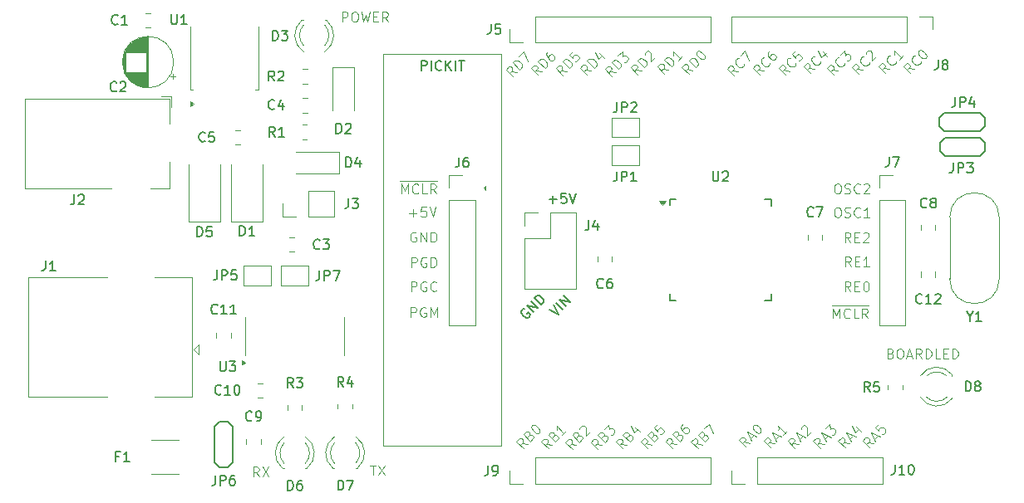
<source format=gbr>
%TF.GenerationSoftware,KiCad,Pcbnew,8.0.4*%
%TF.CreationDate,2024-09-09T16:31:10-03:00*%
%TF.ProjectId,Esquem_tico_V1,45737175-656d-4e17-9469-636f5f56312e,rev?*%
%TF.SameCoordinates,Original*%
%TF.FileFunction,Legend,Top*%
%TF.FilePolarity,Positive*%
%FSLAX46Y46*%
G04 Gerber Fmt 4.6, Leading zero omitted, Abs format (unit mm)*
G04 Created by KiCad (PCBNEW 8.0.4) date 2024-09-09 16:31:10*
%MOMM*%
%LPD*%
G01*
G04 APERTURE LIST*
%ADD10C,0.150000*%
%ADD11C,0.100000*%
%ADD12C,0.120000*%
G04 APERTURE END LIST*
D10*
X154886779Y-81958866D02*
X155648684Y-81958866D01*
X155267731Y-82339819D02*
X155267731Y-81577914D01*
X156601064Y-81339819D02*
X156124874Y-81339819D01*
X156124874Y-81339819D02*
X156077255Y-81816009D01*
X156077255Y-81816009D02*
X156124874Y-81768390D01*
X156124874Y-81768390D02*
X156220112Y-81720771D01*
X156220112Y-81720771D02*
X156458207Y-81720771D01*
X156458207Y-81720771D02*
X156553445Y-81768390D01*
X156553445Y-81768390D02*
X156601064Y-81816009D01*
X156601064Y-81816009D02*
X156648683Y-81911247D01*
X156648683Y-81911247D02*
X156648683Y-82149342D01*
X156648683Y-82149342D02*
X156601064Y-82244580D01*
X156601064Y-82244580D02*
X156553445Y-82292200D01*
X156553445Y-82292200D02*
X156458207Y-82339819D01*
X156458207Y-82339819D02*
X156220112Y-82339819D01*
X156220112Y-82339819D02*
X156124874Y-82292200D01*
X156124874Y-82292200D02*
X156077255Y-82244580D01*
X156934398Y-81339819D02*
X157267731Y-82339819D01*
X157267731Y-82339819D02*
X157601064Y-81339819D01*
X154857965Y-93193717D02*
X155800774Y-93665122D01*
X155800774Y-93665122D02*
X155329369Y-92722313D01*
X156272178Y-93193717D02*
X155565071Y-92486610D01*
X156608895Y-92857000D02*
X155901789Y-92149893D01*
X155901789Y-92149893D02*
X157012956Y-92452939D01*
X157012956Y-92452939D02*
X156305850Y-91745832D01*
D11*
X148170000Y-80770000D02*
X148350000Y-80850000D01*
X148170000Y-80770000D02*
X148350000Y-80700000D01*
X148390000Y-80970000D02*
X148390000Y-80770000D01*
X148390000Y-80970000D02*
X148170000Y-80770000D01*
X148390000Y-80570000D02*
X148170000Y-80770000D01*
X148390000Y-80770000D02*
X148390000Y-80570000D01*
X148170000Y-80770000D02*
X148390000Y-80770000D01*
D10*
X152323041Y-93105984D02*
X152222026Y-93139656D01*
X152222026Y-93139656D02*
X152121010Y-93240671D01*
X152121010Y-93240671D02*
X152053667Y-93375358D01*
X152053667Y-93375358D02*
X152053667Y-93510046D01*
X152053667Y-93510046D02*
X152087339Y-93611061D01*
X152087339Y-93611061D02*
X152188354Y-93779420D01*
X152188354Y-93779420D02*
X152289369Y-93880435D01*
X152289369Y-93880435D02*
X152457728Y-93981450D01*
X152457728Y-93981450D02*
X152558743Y-94015122D01*
X152558743Y-94015122D02*
X152693430Y-94015122D01*
X152693430Y-94015122D02*
X152828117Y-93947778D01*
X152828117Y-93947778D02*
X152895461Y-93880435D01*
X152895461Y-93880435D02*
X152962804Y-93745748D01*
X152962804Y-93745748D02*
X152962804Y-93678404D01*
X152962804Y-93678404D02*
X152727102Y-93442702D01*
X152727102Y-93442702D02*
X152592415Y-93577389D01*
X153333193Y-93442702D02*
X152626087Y-92735595D01*
X152626087Y-92735595D02*
X153737254Y-93038641D01*
X153737254Y-93038641D02*
X153030148Y-92331534D01*
X154073972Y-92701924D02*
X153366865Y-91994817D01*
X153366865Y-91994817D02*
X153535224Y-91826458D01*
X153535224Y-91826458D02*
X153669911Y-91759114D01*
X153669911Y-91759114D02*
X153804598Y-91759114D01*
X153804598Y-91759114D02*
X153905613Y-91792786D01*
X153905613Y-91792786D02*
X154073972Y-91893801D01*
X154073972Y-91893801D02*
X154174987Y-91994817D01*
X154174987Y-91994817D02*
X154276002Y-92163175D01*
X154276002Y-92163175D02*
X154309674Y-92264191D01*
X154309674Y-92264191D02*
X154309674Y-92398878D01*
X154309674Y-92398878D02*
X154242331Y-92533565D01*
X154242331Y-92533565D02*
X154073972Y-92701924D01*
D11*
X137950000Y-67120000D02*
X149950000Y-67120000D01*
X149950000Y-107120000D01*
X137950000Y-107120000D01*
X137950000Y-67120000D01*
X133783884Y-63832419D02*
X133783884Y-62832419D01*
X133783884Y-62832419D02*
X134164836Y-62832419D01*
X134164836Y-62832419D02*
X134260074Y-62880038D01*
X134260074Y-62880038D02*
X134307693Y-62927657D01*
X134307693Y-62927657D02*
X134355312Y-63022895D01*
X134355312Y-63022895D02*
X134355312Y-63165752D01*
X134355312Y-63165752D02*
X134307693Y-63260990D01*
X134307693Y-63260990D02*
X134260074Y-63308609D01*
X134260074Y-63308609D02*
X134164836Y-63356228D01*
X134164836Y-63356228D02*
X133783884Y-63356228D01*
X134974360Y-62832419D02*
X135164836Y-62832419D01*
X135164836Y-62832419D02*
X135260074Y-62880038D01*
X135260074Y-62880038D02*
X135355312Y-62975276D01*
X135355312Y-62975276D02*
X135402931Y-63165752D01*
X135402931Y-63165752D02*
X135402931Y-63499085D01*
X135402931Y-63499085D02*
X135355312Y-63689561D01*
X135355312Y-63689561D02*
X135260074Y-63784800D01*
X135260074Y-63784800D02*
X135164836Y-63832419D01*
X135164836Y-63832419D02*
X134974360Y-63832419D01*
X134974360Y-63832419D02*
X134879122Y-63784800D01*
X134879122Y-63784800D02*
X134783884Y-63689561D01*
X134783884Y-63689561D02*
X134736265Y-63499085D01*
X134736265Y-63499085D02*
X134736265Y-63165752D01*
X134736265Y-63165752D02*
X134783884Y-62975276D01*
X134783884Y-62975276D02*
X134879122Y-62880038D01*
X134879122Y-62880038D02*
X134974360Y-62832419D01*
X135736265Y-62832419D02*
X135974360Y-63832419D01*
X135974360Y-63832419D02*
X136164836Y-63118133D01*
X136164836Y-63118133D02*
X136355312Y-63832419D01*
X136355312Y-63832419D02*
X136593408Y-62832419D01*
X136974360Y-63308609D02*
X137307693Y-63308609D01*
X137450550Y-63832419D02*
X136974360Y-63832419D01*
X136974360Y-63832419D02*
X136974360Y-62832419D01*
X136974360Y-62832419D02*
X137450550Y-62832419D01*
X138450550Y-63832419D02*
X138117217Y-63356228D01*
X137879122Y-63832419D02*
X137879122Y-62832419D01*
X137879122Y-62832419D02*
X138260074Y-62832419D01*
X138260074Y-62832419D02*
X138355312Y-62880038D01*
X138355312Y-62880038D02*
X138402931Y-62927657D01*
X138402931Y-62927657D02*
X138450550Y-63022895D01*
X138450550Y-63022895D02*
X138450550Y-63165752D01*
X138450550Y-63165752D02*
X138402931Y-63260990D01*
X138402931Y-63260990D02*
X138355312Y-63308609D01*
X138355312Y-63308609D02*
X138260074Y-63356228D01*
X138260074Y-63356228D02*
X137879122Y-63356228D01*
X164278726Y-68800847D02*
X163706306Y-68699831D01*
X163874665Y-69204908D02*
X163167558Y-68497801D01*
X163167558Y-68497801D02*
X163436932Y-68228427D01*
X163436932Y-68228427D02*
X163537947Y-68194755D01*
X163537947Y-68194755D02*
X163605291Y-68194755D01*
X163605291Y-68194755D02*
X163706306Y-68228427D01*
X163706306Y-68228427D02*
X163807321Y-68329442D01*
X163807321Y-68329442D02*
X163840993Y-68430457D01*
X163840993Y-68430457D02*
X163840993Y-68497801D01*
X163840993Y-68497801D02*
X163807321Y-68598816D01*
X163807321Y-68598816D02*
X163537947Y-68868190D01*
X164581772Y-68497801D02*
X163874665Y-67790694D01*
X163874665Y-67790694D02*
X164043024Y-67622335D01*
X164043024Y-67622335D02*
X164177711Y-67554992D01*
X164177711Y-67554992D02*
X164312398Y-67554992D01*
X164312398Y-67554992D02*
X164413413Y-67588663D01*
X164413413Y-67588663D02*
X164581772Y-67689679D01*
X164581772Y-67689679D02*
X164682787Y-67790694D01*
X164682787Y-67790694D02*
X164783802Y-67959053D01*
X164783802Y-67959053D02*
X164817474Y-68060068D01*
X164817474Y-68060068D02*
X164817474Y-68194755D01*
X164817474Y-68194755D02*
X164750130Y-68329442D01*
X164750130Y-68329442D02*
X164581772Y-68497801D01*
X164615443Y-67184602D02*
X164615443Y-67117259D01*
X164615443Y-67117259D02*
X164649115Y-67016244D01*
X164649115Y-67016244D02*
X164817474Y-66847885D01*
X164817474Y-66847885D02*
X164918489Y-66814213D01*
X164918489Y-66814213D02*
X164985833Y-66814213D01*
X164985833Y-66814213D02*
X165086848Y-66847885D01*
X165086848Y-66847885D02*
X165154191Y-66915228D01*
X165154191Y-66915228D02*
X165221535Y-67049915D01*
X165221535Y-67049915D02*
X165221535Y-67858037D01*
X165221535Y-67858037D02*
X165659268Y-67420305D01*
X167848726Y-106920847D02*
X167276306Y-106819831D01*
X167444665Y-107324908D02*
X166737558Y-106617801D01*
X166737558Y-106617801D02*
X167006932Y-106348427D01*
X167006932Y-106348427D02*
X167107947Y-106314755D01*
X167107947Y-106314755D02*
X167175291Y-106314755D01*
X167175291Y-106314755D02*
X167276306Y-106348427D01*
X167276306Y-106348427D02*
X167377321Y-106449442D01*
X167377321Y-106449442D02*
X167410993Y-106550457D01*
X167410993Y-106550457D02*
X167410993Y-106617801D01*
X167410993Y-106617801D02*
X167377321Y-106718816D01*
X167377321Y-106718816D02*
X167107947Y-106988190D01*
X168017085Y-106011709D02*
X168151772Y-105944366D01*
X168151772Y-105944366D02*
X168219115Y-105944366D01*
X168219115Y-105944366D02*
X168320130Y-105978037D01*
X168320130Y-105978037D02*
X168421146Y-106079053D01*
X168421146Y-106079053D02*
X168454817Y-106180068D01*
X168454817Y-106180068D02*
X168454817Y-106247411D01*
X168454817Y-106247411D02*
X168421146Y-106348427D01*
X168421146Y-106348427D02*
X168151772Y-106617801D01*
X168151772Y-106617801D02*
X167444665Y-105910694D01*
X167444665Y-105910694D02*
X167680367Y-105674992D01*
X167680367Y-105674992D02*
X167781382Y-105641320D01*
X167781382Y-105641320D02*
X167848726Y-105641320D01*
X167848726Y-105641320D02*
X167949741Y-105674992D01*
X167949741Y-105674992D02*
X168017085Y-105742335D01*
X168017085Y-105742335D02*
X168050756Y-105843350D01*
X168050756Y-105843350D02*
X168050756Y-105910694D01*
X168050756Y-105910694D02*
X168017085Y-106011709D01*
X168017085Y-106011709D02*
X167781382Y-106247411D01*
X168454817Y-104900541D02*
X168320130Y-105035228D01*
X168320130Y-105035228D02*
X168286459Y-105136244D01*
X168286459Y-105136244D02*
X168286459Y-105203587D01*
X168286459Y-105203587D02*
X168320130Y-105371946D01*
X168320130Y-105371946D02*
X168421146Y-105540305D01*
X168421146Y-105540305D02*
X168690520Y-105809679D01*
X168690520Y-105809679D02*
X168791535Y-105843350D01*
X168791535Y-105843350D02*
X168858878Y-105843350D01*
X168858878Y-105843350D02*
X168959894Y-105809679D01*
X168959894Y-105809679D02*
X169094581Y-105674992D01*
X169094581Y-105674992D02*
X169128252Y-105573976D01*
X169128252Y-105573976D02*
X169128252Y-105506633D01*
X169128252Y-105506633D02*
X169094581Y-105405618D01*
X169094581Y-105405618D02*
X168926222Y-105237259D01*
X168926222Y-105237259D02*
X168825207Y-105203587D01*
X168825207Y-105203587D02*
X168757863Y-105203587D01*
X168757863Y-105203587D02*
X168656848Y-105237259D01*
X168656848Y-105237259D02*
X168522161Y-105371946D01*
X168522161Y-105371946D02*
X168488489Y-105472961D01*
X168488489Y-105472961D02*
X168488489Y-105540305D01*
X168488489Y-105540305D02*
X168522161Y-105641320D01*
X175298726Y-106800847D02*
X174726306Y-106699831D01*
X174894665Y-107204908D02*
X174187558Y-106497801D01*
X174187558Y-106497801D02*
X174456932Y-106228427D01*
X174456932Y-106228427D02*
X174557947Y-106194755D01*
X174557947Y-106194755D02*
X174625291Y-106194755D01*
X174625291Y-106194755D02*
X174726306Y-106228427D01*
X174726306Y-106228427D02*
X174827321Y-106329442D01*
X174827321Y-106329442D02*
X174860993Y-106430457D01*
X174860993Y-106430457D02*
X174860993Y-106497801D01*
X174860993Y-106497801D02*
X174827321Y-106598816D01*
X174827321Y-106598816D02*
X174557947Y-106868190D01*
X175366069Y-106329442D02*
X175702787Y-105992724D01*
X175500756Y-106598816D02*
X175029352Y-105656007D01*
X175029352Y-105656007D02*
X175972161Y-106127411D01*
X175635443Y-105049915D02*
X175702787Y-104982572D01*
X175702787Y-104982572D02*
X175803802Y-104948900D01*
X175803802Y-104948900D02*
X175871146Y-104948900D01*
X175871146Y-104948900D02*
X175972161Y-104982572D01*
X175972161Y-104982572D02*
X176140520Y-105083587D01*
X176140520Y-105083587D02*
X176308878Y-105251946D01*
X176308878Y-105251946D02*
X176409894Y-105420305D01*
X176409894Y-105420305D02*
X176443565Y-105521320D01*
X176443565Y-105521320D02*
X176443565Y-105588663D01*
X176443565Y-105588663D02*
X176409894Y-105689679D01*
X176409894Y-105689679D02*
X176342550Y-105757022D01*
X176342550Y-105757022D02*
X176241535Y-105790694D01*
X176241535Y-105790694D02*
X176174191Y-105790694D01*
X176174191Y-105790694D02*
X176073176Y-105757022D01*
X176073176Y-105757022D02*
X175904817Y-105656007D01*
X175904817Y-105656007D02*
X175736459Y-105487648D01*
X175736459Y-105487648D02*
X175635443Y-105319289D01*
X175635443Y-105319289D02*
X175601772Y-105218274D01*
X175601772Y-105218274D02*
X175601772Y-105150931D01*
X175601772Y-105150931D02*
X175635443Y-105049915D01*
X140623884Y-83351466D02*
X141385789Y-83351466D01*
X141004836Y-83732419D02*
X141004836Y-82970514D01*
X142338169Y-82732419D02*
X141861979Y-82732419D01*
X141861979Y-82732419D02*
X141814360Y-83208609D01*
X141814360Y-83208609D02*
X141861979Y-83160990D01*
X141861979Y-83160990D02*
X141957217Y-83113371D01*
X141957217Y-83113371D02*
X142195312Y-83113371D01*
X142195312Y-83113371D02*
X142290550Y-83160990D01*
X142290550Y-83160990D02*
X142338169Y-83208609D01*
X142338169Y-83208609D02*
X142385788Y-83303847D01*
X142385788Y-83303847D02*
X142385788Y-83541942D01*
X142385788Y-83541942D02*
X142338169Y-83637180D01*
X142338169Y-83637180D02*
X142290550Y-83684800D01*
X142290550Y-83684800D02*
X142195312Y-83732419D01*
X142195312Y-83732419D02*
X141957217Y-83732419D01*
X141957217Y-83732419D02*
X141861979Y-83684800D01*
X141861979Y-83684800D02*
X141814360Y-83637180D01*
X142671503Y-82732419D02*
X143004836Y-83732419D01*
X143004836Y-83732419D02*
X143338169Y-82732419D01*
X140763884Y-93952419D02*
X140763884Y-92952419D01*
X140763884Y-92952419D02*
X141144836Y-92952419D01*
X141144836Y-92952419D02*
X141240074Y-93000038D01*
X141240074Y-93000038D02*
X141287693Y-93047657D01*
X141287693Y-93047657D02*
X141335312Y-93142895D01*
X141335312Y-93142895D02*
X141335312Y-93285752D01*
X141335312Y-93285752D02*
X141287693Y-93380990D01*
X141287693Y-93380990D02*
X141240074Y-93428609D01*
X141240074Y-93428609D02*
X141144836Y-93476228D01*
X141144836Y-93476228D02*
X140763884Y-93476228D01*
X142287693Y-93000038D02*
X142192455Y-92952419D01*
X142192455Y-92952419D02*
X142049598Y-92952419D01*
X142049598Y-92952419D02*
X141906741Y-93000038D01*
X141906741Y-93000038D02*
X141811503Y-93095276D01*
X141811503Y-93095276D02*
X141763884Y-93190514D01*
X141763884Y-93190514D02*
X141716265Y-93380990D01*
X141716265Y-93380990D02*
X141716265Y-93523847D01*
X141716265Y-93523847D02*
X141763884Y-93714323D01*
X141763884Y-93714323D02*
X141811503Y-93809561D01*
X141811503Y-93809561D02*
X141906741Y-93904800D01*
X141906741Y-93904800D02*
X142049598Y-93952419D01*
X142049598Y-93952419D02*
X142144836Y-93952419D01*
X142144836Y-93952419D02*
X142287693Y-93904800D01*
X142287693Y-93904800D02*
X142335312Y-93857180D01*
X142335312Y-93857180D02*
X142335312Y-93523847D01*
X142335312Y-93523847D02*
X142144836Y-93523847D01*
X142763884Y-93952419D02*
X142763884Y-92952419D01*
X142763884Y-92952419D02*
X143097217Y-93666704D01*
X143097217Y-93666704D02*
X143430550Y-92952419D01*
X143430550Y-92952419D02*
X143430550Y-93952419D01*
X139823884Y-81362419D02*
X139823884Y-80362419D01*
X139823884Y-80362419D02*
X140157217Y-81076704D01*
X140157217Y-81076704D02*
X140490550Y-80362419D01*
X140490550Y-80362419D02*
X140490550Y-81362419D01*
X141538169Y-81267180D02*
X141490550Y-81314800D01*
X141490550Y-81314800D02*
X141347693Y-81362419D01*
X141347693Y-81362419D02*
X141252455Y-81362419D01*
X141252455Y-81362419D02*
X141109598Y-81314800D01*
X141109598Y-81314800D02*
X141014360Y-81219561D01*
X141014360Y-81219561D02*
X140966741Y-81124323D01*
X140966741Y-81124323D02*
X140919122Y-80933847D01*
X140919122Y-80933847D02*
X140919122Y-80790990D01*
X140919122Y-80790990D02*
X140966741Y-80600514D01*
X140966741Y-80600514D02*
X141014360Y-80505276D01*
X141014360Y-80505276D02*
X141109598Y-80410038D01*
X141109598Y-80410038D02*
X141252455Y-80362419D01*
X141252455Y-80362419D02*
X141347693Y-80362419D01*
X141347693Y-80362419D02*
X141490550Y-80410038D01*
X141490550Y-80410038D02*
X141538169Y-80457657D01*
X142442931Y-81362419D02*
X141966741Y-81362419D01*
X141966741Y-81362419D02*
X141966741Y-80362419D01*
X143347693Y-81362419D02*
X143014360Y-80886228D01*
X142776265Y-81362419D02*
X142776265Y-80362419D01*
X142776265Y-80362419D02*
X143157217Y-80362419D01*
X143157217Y-80362419D02*
X143252455Y-80410038D01*
X143252455Y-80410038D02*
X143300074Y-80457657D01*
X143300074Y-80457657D02*
X143347693Y-80552895D01*
X143347693Y-80552895D02*
X143347693Y-80695752D01*
X143347693Y-80695752D02*
X143300074Y-80790990D01*
X143300074Y-80790990D02*
X143252455Y-80838609D01*
X143252455Y-80838609D02*
X143157217Y-80886228D01*
X143157217Y-80886228D02*
X142776265Y-80886228D01*
X139685789Y-80084800D02*
X143438170Y-80084800D01*
X170438726Y-106960847D02*
X169866306Y-106859831D01*
X170034665Y-107364908D02*
X169327558Y-106657801D01*
X169327558Y-106657801D02*
X169596932Y-106388427D01*
X169596932Y-106388427D02*
X169697947Y-106354755D01*
X169697947Y-106354755D02*
X169765291Y-106354755D01*
X169765291Y-106354755D02*
X169866306Y-106388427D01*
X169866306Y-106388427D02*
X169967321Y-106489442D01*
X169967321Y-106489442D02*
X170000993Y-106590457D01*
X170000993Y-106590457D02*
X170000993Y-106657801D01*
X170000993Y-106657801D02*
X169967321Y-106758816D01*
X169967321Y-106758816D02*
X169697947Y-107028190D01*
X170607085Y-106051709D02*
X170741772Y-105984366D01*
X170741772Y-105984366D02*
X170809115Y-105984366D01*
X170809115Y-105984366D02*
X170910130Y-106018037D01*
X170910130Y-106018037D02*
X171011146Y-106119053D01*
X171011146Y-106119053D02*
X171044817Y-106220068D01*
X171044817Y-106220068D02*
X171044817Y-106287411D01*
X171044817Y-106287411D02*
X171011146Y-106388427D01*
X171011146Y-106388427D02*
X170741772Y-106657801D01*
X170741772Y-106657801D02*
X170034665Y-105950694D01*
X170034665Y-105950694D02*
X170270367Y-105714992D01*
X170270367Y-105714992D02*
X170371382Y-105681320D01*
X170371382Y-105681320D02*
X170438726Y-105681320D01*
X170438726Y-105681320D02*
X170539741Y-105714992D01*
X170539741Y-105714992D02*
X170607085Y-105782335D01*
X170607085Y-105782335D02*
X170640756Y-105883350D01*
X170640756Y-105883350D02*
X170640756Y-105950694D01*
X170640756Y-105950694D02*
X170607085Y-106051709D01*
X170607085Y-106051709D02*
X170371382Y-106287411D01*
X170674428Y-105310931D02*
X171145833Y-104839526D01*
X171145833Y-104839526D02*
X171549894Y-105849679D01*
X165288726Y-106960847D02*
X164716306Y-106859831D01*
X164884665Y-107364908D02*
X164177558Y-106657801D01*
X164177558Y-106657801D02*
X164446932Y-106388427D01*
X164446932Y-106388427D02*
X164547947Y-106354755D01*
X164547947Y-106354755D02*
X164615291Y-106354755D01*
X164615291Y-106354755D02*
X164716306Y-106388427D01*
X164716306Y-106388427D02*
X164817321Y-106489442D01*
X164817321Y-106489442D02*
X164850993Y-106590457D01*
X164850993Y-106590457D02*
X164850993Y-106657801D01*
X164850993Y-106657801D02*
X164817321Y-106758816D01*
X164817321Y-106758816D02*
X164547947Y-107028190D01*
X165457085Y-106051709D02*
X165591772Y-105984366D01*
X165591772Y-105984366D02*
X165659115Y-105984366D01*
X165659115Y-105984366D02*
X165760130Y-106018037D01*
X165760130Y-106018037D02*
X165861146Y-106119053D01*
X165861146Y-106119053D02*
X165894817Y-106220068D01*
X165894817Y-106220068D02*
X165894817Y-106287411D01*
X165894817Y-106287411D02*
X165861146Y-106388427D01*
X165861146Y-106388427D02*
X165591772Y-106657801D01*
X165591772Y-106657801D02*
X164884665Y-105950694D01*
X164884665Y-105950694D02*
X165120367Y-105714992D01*
X165120367Y-105714992D02*
X165221382Y-105681320D01*
X165221382Y-105681320D02*
X165288726Y-105681320D01*
X165288726Y-105681320D02*
X165389741Y-105714992D01*
X165389741Y-105714992D02*
X165457085Y-105782335D01*
X165457085Y-105782335D02*
X165490756Y-105883350D01*
X165490756Y-105883350D02*
X165490756Y-105950694D01*
X165490756Y-105950694D02*
X165457085Y-106051709D01*
X165457085Y-106051709D02*
X165221382Y-106287411D01*
X165928489Y-104906870D02*
X165591772Y-105243587D01*
X165591772Y-105243587D02*
X165894817Y-105613976D01*
X165894817Y-105613976D02*
X165894817Y-105546633D01*
X165894817Y-105546633D02*
X165928489Y-105445618D01*
X165928489Y-105445618D02*
X166096848Y-105277259D01*
X166096848Y-105277259D02*
X166197863Y-105243587D01*
X166197863Y-105243587D02*
X166265207Y-105243587D01*
X166265207Y-105243587D02*
X166366222Y-105277259D01*
X166366222Y-105277259D02*
X166534581Y-105445618D01*
X166534581Y-105445618D02*
X166568252Y-105546633D01*
X166568252Y-105546633D02*
X166568252Y-105613976D01*
X166568252Y-105613976D02*
X166534581Y-105714992D01*
X166534581Y-105714992D02*
X166366222Y-105883350D01*
X166366222Y-105883350D02*
X166265207Y-105917022D01*
X166265207Y-105917022D02*
X166197863Y-105917022D01*
X185428726Y-106850847D02*
X184856306Y-106749831D01*
X185024665Y-107254908D02*
X184317558Y-106547801D01*
X184317558Y-106547801D02*
X184586932Y-106278427D01*
X184586932Y-106278427D02*
X184687947Y-106244755D01*
X184687947Y-106244755D02*
X184755291Y-106244755D01*
X184755291Y-106244755D02*
X184856306Y-106278427D01*
X184856306Y-106278427D02*
X184957321Y-106379442D01*
X184957321Y-106379442D02*
X184990993Y-106480457D01*
X184990993Y-106480457D02*
X184990993Y-106547801D01*
X184990993Y-106547801D02*
X184957321Y-106648816D01*
X184957321Y-106648816D02*
X184687947Y-106918190D01*
X185496069Y-106379442D02*
X185832787Y-106042724D01*
X185630756Y-106648816D02*
X185159352Y-105706007D01*
X185159352Y-105706007D02*
X186102161Y-106177411D01*
X186169504Y-105167259D02*
X186640909Y-105638663D01*
X185731772Y-105066244D02*
X186068489Y-105739679D01*
X186068489Y-105739679D02*
X186506222Y-105301946D01*
X160248726Y-107010847D02*
X159676306Y-106909831D01*
X159844665Y-107414908D02*
X159137558Y-106707801D01*
X159137558Y-106707801D02*
X159406932Y-106438427D01*
X159406932Y-106438427D02*
X159507947Y-106404755D01*
X159507947Y-106404755D02*
X159575291Y-106404755D01*
X159575291Y-106404755D02*
X159676306Y-106438427D01*
X159676306Y-106438427D02*
X159777321Y-106539442D01*
X159777321Y-106539442D02*
X159810993Y-106640457D01*
X159810993Y-106640457D02*
X159810993Y-106707801D01*
X159810993Y-106707801D02*
X159777321Y-106808816D01*
X159777321Y-106808816D02*
X159507947Y-107078190D01*
X160417085Y-106101709D02*
X160551772Y-106034366D01*
X160551772Y-106034366D02*
X160619115Y-106034366D01*
X160619115Y-106034366D02*
X160720130Y-106068037D01*
X160720130Y-106068037D02*
X160821146Y-106169053D01*
X160821146Y-106169053D02*
X160854817Y-106270068D01*
X160854817Y-106270068D02*
X160854817Y-106337411D01*
X160854817Y-106337411D02*
X160821146Y-106438427D01*
X160821146Y-106438427D02*
X160551772Y-106707801D01*
X160551772Y-106707801D02*
X159844665Y-106000694D01*
X159844665Y-106000694D02*
X160080367Y-105764992D01*
X160080367Y-105764992D02*
X160181382Y-105731320D01*
X160181382Y-105731320D02*
X160248726Y-105731320D01*
X160248726Y-105731320D02*
X160349741Y-105764992D01*
X160349741Y-105764992D02*
X160417085Y-105832335D01*
X160417085Y-105832335D02*
X160450756Y-105933350D01*
X160450756Y-105933350D02*
X160450756Y-106000694D01*
X160450756Y-106000694D02*
X160417085Y-106101709D01*
X160417085Y-106101709D02*
X160181382Y-106337411D01*
X160484428Y-105360931D02*
X160922161Y-104923198D01*
X160922161Y-104923198D02*
X160955833Y-105428274D01*
X160955833Y-105428274D02*
X161056848Y-105327259D01*
X161056848Y-105327259D02*
X161157863Y-105293587D01*
X161157863Y-105293587D02*
X161225207Y-105293587D01*
X161225207Y-105293587D02*
X161326222Y-105327259D01*
X161326222Y-105327259D02*
X161494581Y-105495618D01*
X161494581Y-105495618D02*
X161528252Y-105596633D01*
X161528252Y-105596633D02*
X161528252Y-105663976D01*
X161528252Y-105663976D02*
X161494581Y-105764992D01*
X161494581Y-105764992D02*
X161292550Y-105967022D01*
X161292550Y-105967022D02*
X161191535Y-106000694D01*
X161191535Y-106000694D02*
X161124191Y-106000694D01*
X185585312Y-91332419D02*
X185251979Y-90856228D01*
X185013884Y-91332419D02*
X185013884Y-90332419D01*
X185013884Y-90332419D02*
X185394836Y-90332419D01*
X185394836Y-90332419D02*
X185490074Y-90380038D01*
X185490074Y-90380038D02*
X185537693Y-90427657D01*
X185537693Y-90427657D02*
X185585312Y-90522895D01*
X185585312Y-90522895D02*
X185585312Y-90665752D01*
X185585312Y-90665752D02*
X185537693Y-90760990D01*
X185537693Y-90760990D02*
X185490074Y-90808609D01*
X185490074Y-90808609D02*
X185394836Y-90856228D01*
X185394836Y-90856228D02*
X185013884Y-90856228D01*
X186013884Y-90808609D02*
X186347217Y-90808609D01*
X186490074Y-91332419D02*
X186013884Y-91332419D01*
X186013884Y-91332419D02*
X186013884Y-90332419D01*
X186013884Y-90332419D02*
X186490074Y-90332419D01*
X187109122Y-90332419D02*
X187204360Y-90332419D01*
X187204360Y-90332419D02*
X187299598Y-90380038D01*
X187299598Y-90380038D02*
X187347217Y-90427657D01*
X187347217Y-90427657D02*
X187394836Y-90522895D01*
X187394836Y-90522895D02*
X187442455Y-90713371D01*
X187442455Y-90713371D02*
X187442455Y-90951466D01*
X187442455Y-90951466D02*
X187394836Y-91141942D01*
X187394836Y-91141942D02*
X187347217Y-91237180D01*
X187347217Y-91237180D02*
X187299598Y-91284800D01*
X187299598Y-91284800D02*
X187204360Y-91332419D01*
X187204360Y-91332419D02*
X187109122Y-91332419D01*
X187109122Y-91332419D02*
X187013884Y-91284800D01*
X187013884Y-91284800D02*
X186966265Y-91237180D01*
X186966265Y-91237180D02*
X186918646Y-91141942D01*
X186918646Y-91141942D02*
X186871027Y-90951466D01*
X186871027Y-90951466D02*
X186871027Y-90713371D01*
X186871027Y-90713371D02*
X186918646Y-90522895D01*
X186918646Y-90522895D02*
X186966265Y-90427657D01*
X186966265Y-90427657D02*
X187013884Y-90380038D01*
X187013884Y-90380038D02*
X187109122Y-90332419D01*
X151568726Y-69000847D02*
X150996306Y-68899831D01*
X151164665Y-69404908D02*
X150457558Y-68697801D01*
X150457558Y-68697801D02*
X150726932Y-68428427D01*
X150726932Y-68428427D02*
X150827947Y-68394755D01*
X150827947Y-68394755D02*
X150895291Y-68394755D01*
X150895291Y-68394755D02*
X150996306Y-68428427D01*
X150996306Y-68428427D02*
X151097321Y-68529442D01*
X151097321Y-68529442D02*
X151130993Y-68630457D01*
X151130993Y-68630457D02*
X151130993Y-68697801D01*
X151130993Y-68697801D02*
X151097321Y-68798816D01*
X151097321Y-68798816D02*
X150827947Y-69068190D01*
X151871772Y-68697801D02*
X151164665Y-67990694D01*
X151164665Y-67990694D02*
X151333024Y-67822335D01*
X151333024Y-67822335D02*
X151467711Y-67754992D01*
X151467711Y-67754992D02*
X151602398Y-67754992D01*
X151602398Y-67754992D02*
X151703413Y-67788663D01*
X151703413Y-67788663D02*
X151871772Y-67889679D01*
X151871772Y-67889679D02*
X151972787Y-67990694D01*
X151972787Y-67990694D02*
X152073802Y-68159053D01*
X152073802Y-68159053D02*
X152107474Y-68260068D01*
X152107474Y-68260068D02*
X152107474Y-68394755D01*
X152107474Y-68394755D02*
X152040130Y-68529442D01*
X152040130Y-68529442D02*
X151871772Y-68697801D01*
X151804428Y-67350931D02*
X152275833Y-66879526D01*
X152275833Y-66879526D02*
X152679894Y-67889679D01*
X169488726Y-68770847D02*
X168916306Y-68669831D01*
X169084665Y-69174908D02*
X168377558Y-68467801D01*
X168377558Y-68467801D02*
X168646932Y-68198427D01*
X168646932Y-68198427D02*
X168747947Y-68164755D01*
X168747947Y-68164755D02*
X168815291Y-68164755D01*
X168815291Y-68164755D02*
X168916306Y-68198427D01*
X168916306Y-68198427D02*
X169017321Y-68299442D01*
X169017321Y-68299442D02*
X169050993Y-68400457D01*
X169050993Y-68400457D02*
X169050993Y-68467801D01*
X169050993Y-68467801D02*
X169017321Y-68568816D01*
X169017321Y-68568816D02*
X168747947Y-68838190D01*
X169791772Y-68467801D02*
X169084665Y-67760694D01*
X169084665Y-67760694D02*
X169253024Y-67592335D01*
X169253024Y-67592335D02*
X169387711Y-67524992D01*
X169387711Y-67524992D02*
X169522398Y-67524992D01*
X169522398Y-67524992D02*
X169623413Y-67558663D01*
X169623413Y-67558663D02*
X169791772Y-67659679D01*
X169791772Y-67659679D02*
X169892787Y-67760694D01*
X169892787Y-67760694D02*
X169993802Y-67929053D01*
X169993802Y-67929053D02*
X170027474Y-68030068D01*
X170027474Y-68030068D02*
X170027474Y-68164755D01*
X170027474Y-68164755D02*
X169960130Y-68299442D01*
X169960130Y-68299442D02*
X169791772Y-68467801D01*
X169926459Y-66918900D02*
X169993802Y-66851557D01*
X169993802Y-66851557D02*
X170094817Y-66817885D01*
X170094817Y-66817885D02*
X170162161Y-66817885D01*
X170162161Y-66817885D02*
X170263176Y-66851557D01*
X170263176Y-66851557D02*
X170431535Y-66952572D01*
X170431535Y-66952572D02*
X170599894Y-67120931D01*
X170599894Y-67120931D02*
X170700909Y-67289289D01*
X170700909Y-67289289D02*
X170734581Y-67390305D01*
X170734581Y-67390305D02*
X170734581Y-67457648D01*
X170734581Y-67457648D02*
X170700909Y-67558663D01*
X170700909Y-67558663D02*
X170633565Y-67626007D01*
X170633565Y-67626007D02*
X170532550Y-67659679D01*
X170532550Y-67659679D02*
X170465207Y-67659679D01*
X170465207Y-67659679D02*
X170364191Y-67626007D01*
X170364191Y-67626007D02*
X170195833Y-67524992D01*
X170195833Y-67524992D02*
X170027474Y-67356633D01*
X170027474Y-67356633D02*
X169926459Y-67188274D01*
X169926459Y-67188274D02*
X169892787Y-67087259D01*
X169892787Y-67087259D02*
X169892787Y-67019915D01*
X169892787Y-67019915D02*
X169926459Y-66918900D01*
X140833884Y-88852419D02*
X140833884Y-87852419D01*
X140833884Y-87852419D02*
X141214836Y-87852419D01*
X141214836Y-87852419D02*
X141310074Y-87900038D01*
X141310074Y-87900038D02*
X141357693Y-87947657D01*
X141357693Y-87947657D02*
X141405312Y-88042895D01*
X141405312Y-88042895D02*
X141405312Y-88185752D01*
X141405312Y-88185752D02*
X141357693Y-88280990D01*
X141357693Y-88280990D02*
X141310074Y-88328609D01*
X141310074Y-88328609D02*
X141214836Y-88376228D01*
X141214836Y-88376228D02*
X140833884Y-88376228D01*
X142357693Y-87900038D02*
X142262455Y-87852419D01*
X142262455Y-87852419D02*
X142119598Y-87852419D01*
X142119598Y-87852419D02*
X141976741Y-87900038D01*
X141976741Y-87900038D02*
X141881503Y-87995276D01*
X141881503Y-87995276D02*
X141833884Y-88090514D01*
X141833884Y-88090514D02*
X141786265Y-88280990D01*
X141786265Y-88280990D02*
X141786265Y-88423847D01*
X141786265Y-88423847D02*
X141833884Y-88614323D01*
X141833884Y-88614323D02*
X141881503Y-88709561D01*
X141881503Y-88709561D02*
X141976741Y-88804800D01*
X141976741Y-88804800D02*
X142119598Y-88852419D01*
X142119598Y-88852419D02*
X142214836Y-88852419D01*
X142214836Y-88852419D02*
X142357693Y-88804800D01*
X142357693Y-88804800D02*
X142405312Y-88757180D01*
X142405312Y-88757180D02*
X142405312Y-88423847D01*
X142405312Y-88423847D02*
X142214836Y-88423847D01*
X142833884Y-88852419D02*
X142833884Y-87852419D01*
X142833884Y-87852419D02*
X143071979Y-87852419D01*
X143071979Y-87852419D02*
X143214836Y-87900038D01*
X143214836Y-87900038D02*
X143310074Y-87995276D01*
X143310074Y-87995276D02*
X143357693Y-88090514D01*
X143357693Y-88090514D02*
X143405312Y-88280990D01*
X143405312Y-88280990D02*
X143405312Y-88423847D01*
X143405312Y-88423847D02*
X143357693Y-88614323D01*
X143357693Y-88614323D02*
X143310074Y-88709561D01*
X143310074Y-88709561D02*
X143214836Y-88804800D01*
X143214836Y-88804800D02*
X143071979Y-88852419D01*
X143071979Y-88852419D02*
X142833884Y-88852419D01*
X179348726Y-68860847D02*
X178776306Y-68759831D01*
X178944665Y-69264908D02*
X178237558Y-68557801D01*
X178237558Y-68557801D02*
X178506932Y-68288427D01*
X178506932Y-68288427D02*
X178607947Y-68254755D01*
X178607947Y-68254755D02*
X178675291Y-68254755D01*
X178675291Y-68254755D02*
X178776306Y-68288427D01*
X178776306Y-68288427D02*
X178877321Y-68389442D01*
X178877321Y-68389442D02*
X178910993Y-68490457D01*
X178910993Y-68490457D02*
X178910993Y-68557801D01*
X178910993Y-68557801D02*
X178877321Y-68658816D01*
X178877321Y-68658816D02*
X178607947Y-68928190D01*
X179988489Y-68086396D02*
X179988489Y-68153740D01*
X179988489Y-68153740D02*
X179921146Y-68288427D01*
X179921146Y-68288427D02*
X179853802Y-68355770D01*
X179853802Y-68355770D02*
X179719115Y-68423114D01*
X179719115Y-68423114D02*
X179584428Y-68423114D01*
X179584428Y-68423114D02*
X179483413Y-68389442D01*
X179483413Y-68389442D02*
X179315054Y-68288427D01*
X179315054Y-68288427D02*
X179214039Y-68187411D01*
X179214039Y-68187411D02*
X179113024Y-68019053D01*
X179113024Y-68019053D02*
X179079352Y-67918037D01*
X179079352Y-67918037D02*
X179079352Y-67783350D01*
X179079352Y-67783350D02*
X179146695Y-67648663D01*
X179146695Y-67648663D02*
X179214039Y-67581320D01*
X179214039Y-67581320D02*
X179348726Y-67513976D01*
X179348726Y-67513976D02*
X179416069Y-67513976D01*
X179988489Y-66806870D02*
X179651772Y-67143587D01*
X179651772Y-67143587D02*
X179954817Y-67513976D01*
X179954817Y-67513976D02*
X179954817Y-67446633D01*
X179954817Y-67446633D02*
X179988489Y-67345618D01*
X179988489Y-67345618D02*
X180156848Y-67177259D01*
X180156848Y-67177259D02*
X180257863Y-67143587D01*
X180257863Y-67143587D02*
X180325207Y-67143587D01*
X180325207Y-67143587D02*
X180426222Y-67177259D01*
X180426222Y-67177259D02*
X180594581Y-67345618D01*
X180594581Y-67345618D02*
X180628252Y-67446633D01*
X180628252Y-67446633D02*
X180628252Y-67513976D01*
X180628252Y-67513976D02*
X180594581Y-67614992D01*
X180594581Y-67614992D02*
X180426222Y-67783350D01*
X180426222Y-67783350D02*
X180325207Y-67817022D01*
X180325207Y-67817022D02*
X180257863Y-67817022D01*
X185605312Y-88802419D02*
X185271979Y-88326228D01*
X185033884Y-88802419D02*
X185033884Y-87802419D01*
X185033884Y-87802419D02*
X185414836Y-87802419D01*
X185414836Y-87802419D02*
X185510074Y-87850038D01*
X185510074Y-87850038D02*
X185557693Y-87897657D01*
X185557693Y-87897657D02*
X185605312Y-87992895D01*
X185605312Y-87992895D02*
X185605312Y-88135752D01*
X185605312Y-88135752D02*
X185557693Y-88230990D01*
X185557693Y-88230990D02*
X185510074Y-88278609D01*
X185510074Y-88278609D02*
X185414836Y-88326228D01*
X185414836Y-88326228D02*
X185033884Y-88326228D01*
X186033884Y-88278609D02*
X186367217Y-88278609D01*
X186510074Y-88802419D02*
X186033884Y-88802419D01*
X186033884Y-88802419D02*
X186033884Y-87802419D01*
X186033884Y-87802419D02*
X186510074Y-87802419D01*
X187462455Y-88802419D02*
X186891027Y-88802419D01*
X187176741Y-88802419D02*
X187176741Y-87802419D01*
X187176741Y-87802419D02*
X187081503Y-87945276D01*
X187081503Y-87945276D02*
X186986265Y-88040514D01*
X186986265Y-88040514D02*
X186891027Y-88088133D01*
X192068726Y-68670847D02*
X191496306Y-68569831D01*
X191664665Y-69074908D02*
X190957558Y-68367801D01*
X190957558Y-68367801D02*
X191226932Y-68098427D01*
X191226932Y-68098427D02*
X191327947Y-68064755D01*
X191327947Y-68064755D02*
X191395291Y-68064755D01*
X191395291Y-68064755D02*
X191496306Y-68098427D01*
X191496306Y-68098427D02*
X191597321Y-68199442D01*
X191597321Y-68199442D02*
X191630993Y-68300457D01*
X191630993Y-68300457D02*
X191630993Y-68367801D01*
X191630993Y-68367801D02*
X191597321Y-68468816D01*
X191597321Y-68468816D02*
X191327947Y-68738190D01*
X192708489Y-67896396D02*
X192708489Y-67963740D01*
X192708489Y-67963740D02*
X192641146Y-68098427D01*
X192641146Y-68098427D02*
X192573802Y-68165770D01*
X192573802Y-68165770D02*
X192439115Y-68233114D01*
X192439115Y-68233114D02*
X192304428Y-68233114D01*
X192304428Y-68233114D02*
X192203413Y-68199442D01*
X192203413Y-68199442D02*
X192035054Y-68098427D01*
X192035054Y-68098427D02*
X191934039Y-67997411D01*
X191934039Y-67997411D02*
X191833024Y-67829053D01*
X191833024Y-67829053D02*
X191799352Y-67728037D01*
X191799352Y-67728037D02*
X191799352Y-67593350D01*
X191799352Y-67593350D02*
X191866695Y-67458663D01*
X191866695Y-67458663D02*
X191934039Y-67391320D01*
X191934039Y-67391320D02*
X192068726Y-67323976D01*
X192068726Y-67323976D02*
X192136069Y-67323976D01*
X192506459Y-66818900D02*
X192573802Y-66751557D01*
X192573802Y-66751557D02*
X192674817Y-66717885D01*
X192674817Y-66717885D02*
X192742161Y-66717885D01*
X192742161Y-66717885D02*
X192843176Y-66751557D01*
X192843176Y-66751557D02*
X193011535Y-66852572D01*
X193011535Y-66852572D02*
X193179894Y-67020931D01*
X193179894Y-67020931D02*
X193280909Y-67189289D01*
X193280909Y-67189289D02*
X193314581Y-67290305D01*
X193314581Y-67290305D02*
X193314581Y-67357648D01*
X193314581Y-67357648D02*
X193280909Y-67458663D01*
X193280909Y-67458663D02*
X193213565Y-67526007D01*
X193213565Y-67526007D02*
X193112550Y-67559679D01*
X193112550Y-67559679D02*
X193045207Y-67559679D01*
X193045207Y-67559679D02*
X192944191Y-67526007D01*
X192944191Y-67526007D02*
X192775833Y-67424992D01*
X192775833Y-67424992D02*
X192607474Y-67256633D01*
X192607474Y-67256633D02*
X192506459Y-67088274D01*
X192506459Y-67088274D02*
X192472787Y-66987259D01*
X192472787Y-66987259D02*
X192472787Y-66919915D01*
X192472787Y-66919915D02*
X192506459Y-66818900D01*
X159148726Y-68830847D02*
X158576306Y-68729831D01*
X158744665Y-69234908D02*
X158037558Y-68527801D01*
X158037558Y-68527801D02*
X158306932Y-68258427D01*
X158306932Y-68258427D02*
X158407947Y-68224755D01*
X158407947Y-68224755D02*
X158475291Y-68224755D01*
X158475291Y-68224755D02*
X158576306Y-68258427D01*
X158576306Y-68258427D02*
X158677321Y-68359442D01*
X158677321Y-68359442D02*
X158710993Y-68460457D01*
X158710993Y-68460457D02*
X158710993Y-68527801D01*
X158710993Y-68527801D02*
X158677321Y-68628816D01*
X158677321Y-68628816D02*
X158407947Y-68898190D01*
X159451772Y-68527801D02*
X158744665Y-67820694D01*
X158744665Y-67820694D02*
X158913024Y-67652335D01*
X158913024Y-67652335D02*
X159047711Y-67584992D01*
X159047711Y-67584992D02*
X159182398Y-67584992D01*
X159182398Y-67584992D02*
X159283413Y-67618663D01*
X159283413Y-67618663D02*
X159451772Y-67719679D01*
X159451772Y-67719679D02*
X159552787Y-67820694D01*
X159552787Y-67820694D02*
X159653802Y-67989053D01*
X159653802Y-67989053D02*
X159687474Y-68090068D01*
X159687474Y-68090068D02*
X159687474Y-68224755D01*
X159687474Y-68224755D02*
X159620130Y-68359442D01*
X159620130Y-68359442D02*
X159451772Y-68527801D01*
X159990520Y-67046244D02*
X160461924Y-67517648D01*
X159552787Y-66945228D02*
X159889504Y-67618663D01*
X159889504Y-67618663D02*
X160327237Y-67180931D01*
X161648726Y-68970847D02*
X161076306Y-68869831D01*
X161244665Y-69374908D02*
X160537558Y-68667801D01*
X160537558Y-68667801D02*
X160806932Y-68398427D01*
X160806932Y-68398427D02*
X160907947Y-68364755D01*
X160907947Y-68364755D02*
X160975291Y-68364755D01*
X160975291Y-68364755D02*
X161076306Y-68398427D01*
X161076306Y-68398427D02*
X161177321Y-68499442D01*
X161177321Y-68499442D02*
X161210993Y-68600457D01*
X161210993Y-68600457D02*
X161210993Y-68667801D01*
X161210993Y-68667801D02*
X161177321Y-68768816D01*
X161177321Y-68768816D02*
X160907947Y-69038190D01*
X161951772Y-68667801D02*
X161244665Y-67960694D01*
X161244665Y-67960694D02*
X161413024Y-67792335D01*
X161413024Y-67792335D02*
X161547711Y-67724992D01*
X161547711Y-67724992D02*
X161682398Y-67724992D01*
X161682398Y-67724992D02*
X161783413Y-67758663D01*
X161783413Y-67758663D02*
X161951772Y-67859679D01*
X161951772Y-67859679D02*
X162052787Y-67960694D01*
X162052787Y-67960694D02*
X162153802Y-68129053D01*
X162153802Y-68129053D02*
X162187474Y-68230068D01*
X162187474Y-68230068D02*
X162187474Y-68364755D01*
X162187474Y-68364755D02*
X162120130Y-68499442D01*
X162120130Y-68499442D02*
X161951772Y-68667801D01*
X161884428Y-67320931D02*
X162322161Y-66883198D01*
X162322161Y-66883198D02*
X162355833Y-67388274D01*
X162355833Y-67388274D02*
X162456848Y-67287259D01*
X162456848Y-67287259D02*
X162557863Y-67253587D01*
X162557863Y-67253587D02*
X162625207Y-67253587D01*
X162625207Y-67253587D02*
X162726222Y-67287259D01*
X162726222Y-67287259D02*
X162894581Y-67455618D01*
X162894581Y-67455618D02*
X162928252Y-67556633D01*
X162928252Y-67556633D02*
X162928252Y-67623976D01*
X162928252Y-67623976D02*
X162894581Y-67724992D01*
X162894581Y-67724992D02*
X162692550Y-67927022D01*
X162692550Y-67927022D02*
X162591535Y-67960694D01*
X162591535Y-67960694D02*
X162524191Y-67960694D01*
X162788726Y-106970847D02*
X162216306Y-106869831D01*
X162384665Y-107374908D02*
X161677558Y-106667801D01*
X161677558Y-106667801D02*
X161946932Y-106398427D01*
X161946932Y-106398427D02*
X162047947Y-106364755D01*
X162047947Y-106364755D02*
X162115291Y-106364755D01*
X162115291Y-106364755D02*
X162216306Y-106398427D01*
X162216306Y-106398427D02*
X162317321Y-106499442D01*
X162317321Y-106499442D02*
X162350993Y-106600457D01*
X162350993Y-106600457D02*
X162350993Y-106667801D01*
X162350993Y-106667801D02*
X162317321Y-106768816D01*
X162317321Y-106768816D02*
X162047947Y-107038190D01*
X162957085Y-106061709D02*
X163091772Y-105994366D01*
X163091772Y-105994366D02*
X163159115Y-105994366D01*
X163159115Y-105994366D02*
X163260130Y-106028037D01*
X163260130Y-106028037D02*
X163361146Y-106129053D01*
X163361146Y-106129053D02*
X163394817Y-106230068D01*
X163394817Y-106230068D02*
X163394817Y-106297411D01*
X163394817Y-106297411D02*
X163361146Y-106398427D01*
X163361146Y-106398427D02*
X163091772Y-106667801D01*
X163091772Y-106667801D02*
X162384665Y-105960694D01*
X162384665Y-105960694D02*
X162620367Y-105724992D01*
X162620367Y-105724992D02*
X162721382Y-105691320D01*
X162721382Y-105691320D02*
X162788726Y-105691320D01*
X162788726Y-105691320D02*
X162889741Y-105724992D01*
X162889741Y-105724992D02*
X162957085Y-105792335D01*
X162957085Y-105792335D02*
X162990756Y-105893350D01*
X162990756Y-105893350D02*
X162990756Y-105960694D01*
X162990756Y-105960694D02*
X162957085Y-106061709D01*
X162957085Y-106061709D02*
X162721382Y-106297411D01*
X163630520Y-105186244D02*
X164101924Y-105657648D01*
X163192787Y-105085228D02*
X163529504Y-105758663D01*
X163529504Y-105758663D02*
X163967237Y-105320931D01*
X177828726Y-106850847D02*
X177256306Y-106749831D01*
X177424665Y-107254908D02*
X176717558Y-106547801D01*
X176717558Y-106547801D02*
X176986932Y-106278427D01*
X176986932Y-106278427D02*
X177087947Y-106244755D01*
X177087947Y-106244755D02*
X177155291Y-106244755D01*
X177155291Y-106244755D02*
X177256306Y-106278427D01*
X177256306Y-106278427D02*
X177357321Y-106379442D01*
X177357321Y-106379442D02*
X177390993Y-106480457D01*
X177390993Y-106480457D02*
X177390993Y-106547801D01*
X177390993Y-106547801D02*
X177357321Y-106648816D01*
X177357321Y-106648816D02*
X177087947Y-106918190D01*
X177896069Y-106379442D02*
X178232787Y-106042724D01*
X178030756Y-106648816D02*
X177559352Y-105706007D01*
X177559352Y-105706007D02*
X178502161Y-106177411D01*
X179108252Y-105571320D02*
X178704191Y-105975381D01*
X178906222Y-105773350D02*
X178199115Y-105066244D01*
X178199115Y-105066244D02*
X178232787Y-105234602D01*
X178232787Y-105234602D02*
X178232787Y-105369289D01*
X178232787Y-105369289D02*
X178199115Y-105470305D01*
X136651027Y-109082419D02*
X137222455Y-109082419D01*
X136936741Y-110082419D02*
X136936741Y-109082419D01*
X137460551Y-109082419D02*
X138127217Y-110082419D01*
X138127217Y-109082419D02*
X137460551Y-110082419D01*
X157648726Y-107010847D02*
X157076306Y-106909831D01*
X157244665Y-107414908D02*
X156537558Y-106707801D01*
X156537558Y-106707801D02*
X156806932Y-106438427D01*
X156806932Y-106438427D02*
X156907947Y-106404755D01*
X156907947Y-106404755D02*
X156975291Y-106404755D01*
X156975291Y-106404755D02*
X157076306Y-106438427D01*
X157076306Y-106438427D02*
X157177321Y-106539442D01*
X157177321Y-106539442D02*
X157210993Y-106640457D01*
X157210993Y-106640457D02*
X157210993Y-106707801D01*
X157210993Y-106707801D02*
X157177321Y-106808816D01*
X157177321Y-106808816D02*
X156907947Y-107078190D01*
X157817085Y-106101709D02*
X157951772Y-106034366D01*
X157951772Y-106034366D02*
X158019115Y-106034366D01*
X158019115Y-106034366D02*
X158120130Y-106068037D01*
X158120130Y-106068037D02*
X158221146Y-106169053D01*
X158221146Y-106169053D02*
X158254817Y-106270068D01*
X158254817Y-106270068D02*
X158254817Y-106337411D01*
X158254817Y-106337411D02*
X158221146Y-106438427D01*
X158221146Y-106438427D02*
X157951772Y-106707801D01*
X157951772Y-106707801D02*
X157244665Y-106000694D01*
X157244665Y-106000694D02*
X157480367Y-105764992D01*
X157480367Y-105764992D02*
X157581382Y-105731320D01*
X157581382Y-105731320D02*
X157648726Y-105731320D01*
X157648726Y-105731320D02*
X157749741Y-105764992D01*
X157749741Y-105764992D02*
X157817085Y-105832335D01*
X157817085Y-105832335D02*
X157850756Y-105933350D01*
X157850756Y-105933350D02*
X157850756Y-106000694D01*
X157850756Y-106000694D02*
X157817085Y-106101709D01*
X157817085Y-106101709D02*
X157581382Y-106337411D01*
X157985443Y-105394602D02*
X157985443Y-105327259D01*
X157985443Y-105327259D02*
X158019115Y-105226244D01*
X158019115Y-105226244D02*
X158187474Y-105057885D01*
X158187474Y-105057885D02*
X158288489Y-105024213D01*
X158288489Y-105024213D02*
X158355833Y-105024213D01*
X158355833Y-105024213D02*
X158456848Y-105057885D01*
X158456848Y-105057885D02*
X158524191Y-105125228D01*
X158524191Y-105125228D02*
X158591535Y-105259915D01*
X158591535Y-105259915D02*
X158591535Y-106068037D01*
X158591535Y-106068037D02*
X159029268Y-105630305D01*
X152658726Y-106920847D02*
X152086306Y-106819831D01*
X152254665Y-107324908D02*
X151547558Y-106617801D01*
X151547558Y-106617801D02*
X151816932Y-106348427D01*
X151816932Y-106348427D02*
X151917947Y-106314755D01*
X151917947Y-106314755D02*
X151985291Y-106314755D01*
X151985291Y-106314755D02*
X152086306Y-106348427D01*
X152086306Y-106348427D02*
X152187321Y-106449442D01*
X152187321Y-106449442D02*
X152220993Y-106550457D01*
X152220993Y-106550457D02*
X152220993Y-106617801D01*
X152220993Y-106617801D02*
X152187321Y-106718816D01*
X152187321Y-106718816D02*
X151917947Y-106988190D01*
X152827085Y-106011709D02*
X152961772Y-105944366D01*
X152961772Y-105944366D02*
X153029115Y-105944366D01*
X153029115Y-105944366D02*
X153130130Y-105978037D01*
X153130130Y-105978037D02*
X153231146Y-106079053D01*
X153231146Y-106079053D02*
X153264817Y-106180068D01*
X153264817Y-106180068D02*
X153264817Y-106247411D01*
X153264817Y-106247411D02*
X153231146Y-106348427D01*
X153231146Y-106348427D02*
X152961772Y-106617801D01*
X152961772Y-106617801D02*
X152254665Y-105910694D01*
X152254665Y-105910694D02*
X152490367Y-105674992D01*
X152490367Y-105674992D02*
X152591382Y-105641320D01*
X152591382Y-105641320D02*
X152658726Y-105641320D01*
X152658726Y-105641320D02*
X152759741Y-105674992D01*
X152759741Y-105674992D02*
X152827085Y-105742335D01*
X152827085Y-105742335D02*
X152860756Y-105843350D01*
X152860756Y-105843350D02*
X152860756Y-105910694D01*
X152860756Y-105910694D02*
X152827085Y-106011709D01*
X152827085Y-106011709D02*
X152591382Y-106247411D01*
X153096459Y-105068900D02*
X153163802Y-105001557D01*
X153163802Y-105001557D02*
X153264817Y-104967885D01*
X153264817Y-104967885D02*
X153332161Y-104967885D01*
X153332161Y-104967885D02*
X153433176Y-105001557D01*
X153433176Y-105001557D02*
X153601535Y-105102572D01*
X153601535Y-105102572D02*
X153769894Y-105270931D01*
X153769894Y-105270931D02*
X153870909Y-105439289D01*
X153870909Y-105439289D02*
X153904581Y-105540305D01*
X153904581Y-105540305D02*
X153904581Y-105607648D01*
X153904581Y-105607648D02*
X153870909Y-105708663D01*
X153870909Y-105708663D02*
X153803565Y-105776007D01*
X153803565Y-105776007D02*
X153702550Y-105809679D01*
X153702550Y-105809679D02*
X153635207Y-105809679D01*
X153635207Y-105809679D02*
X153534191Y-105776007D01*
X153534191Y-105776007D02*
X153365833Y-105674992D01*
X153365833Y-105674992D02*
X153197474Y-105506633D01*
X153197474Y-105506633D02*
X153096459Y-105338274D01*
X153096459Y-105338274D02*
X153062787Y-105237259D01*
X153062787Y-105237259D02*
X153062787Y-105169915D01*
X153062787Y-105169915D02*
X153096459Y-105068900D01*
X186818726Y-68750847D02*
X186246306Y-68649831D01*
X186414665Y-69154908D02*
X185707558Y-68447801D01*
X185707558Y-68447801D02*
X185976932Y-68178427D01*
X185976932Y-68178427D02*
X186077947Y-68144755D01*
X186077947Y-68144755D02*
X186145291Y-68144755D01*
X186145291Y-68144755D02*
X186246306Y-68178427D01*
X186246306Y-68178427D02*
X186347321Y-68279442D01*
X186347321Y-68279442D02*
X186380993Y-68380457D01*
X186380993Y-68380457D02*
X186380993Y-68447801D01*
X186380993Y-68447801D02*
X186347321Y-68548816D01*
X186347321Y-68548816D02*
X186077947Y-68818190D01*
X187458489Y-67976396D02*
X187458489Y-68043740D01*
X187458489Y-68043740D02*
X187391146Y-68178427D01*
X187391146Y-68178427D02*
X187323802Y-68245770D01*
X187323802Y-68245770D02*
X187189115Y-68313114D01*
X187189115Y-68313114D02*
X187054428Y-68313114D01*
X187054428Y-68313114D02*
X186953413Y-68279442D01*
X186953413Y-68279442D02*
X186785054Y-68178427D01*
X186785054Y-68178427D02*
X186684039Y-68077411D01*
X186684039Y-68077411D02*
X186583024Y-67909053D01*
X186583024Y-67909053D02*
X186549352Y-67808037D01*
X186549352Y-67808037D02*
X186549352Y-67673350D01*
X186549352Y-67673350D02*
X186616695Y-67538663D01*
X186616695Y-67538663D02*
X186684039Y-67471320D01*
X186684039Y-67471320D02*
X186818726Y-67403976D01*
X186818726Y-67403976D02*
X186886069Y-67403976D01*
X187155443Y-67134602D02*
X187155443Y-67067259D01*
X187155443Y-67067259D02*
X187189115Y-66966244D01*
X187189115Y-66966244D02*
X187357474Y-66797885D01*
X187357474Y-66797885D02*
X187458489Y-66764213D01*
X187458489Y-66764213D02*
X187525833Y-66764213D01*
X187525833Y-66764213D02*
X187626848Y-66797885D01*
X187626848Y-66797885D02*
X187694191Y-66865228D01*
X187694191Y-66865228D02*
X187761535Y-66999915D01*
X187761535Y-66999915D02*
X187761535Y-67808037D01*
X187761535Y-67808037D02*
X188199268Y-67370305D01*
X184164360Y-80352419D02*
X184354836Y-80352419D01*
X184354836Y-80352419D02*
X184450074Y-80400038D01*
X184450074Y-80400038D02*
X184545312Y-80495276D01*
X184545312Y-80495276D02*
X184592931Y-80685752D01*
X184592931Y-80685752D02*
X184592931Y-81019085D01*
X184592931Y-81019085D02*
X184545312Y-81209561D01*
X184545312Y-81209561D02*
X184450074Y-81304800D01*
X184450074Y-81304800D02*
X184354836Y-81352419D01*
X184354836Y-81352419D02*
X184164360Y-81352419D01*
X184164360Y-81352419D02*
X184069122Y-81304800D01*
X184069122Y-81304800D02*
X183973884Y-81209561D01*
X183973884Y-81209561D02*
X183926265Y-81019085D01*
X183926265Y-81019085D02*
X183926265Y-80685752D01*
X183926265Y-80685752D02*
X183973884Y-80495276D01*
X183973884Y-80495276D02*
X184069122Y-80400038D01*
X184069122Y-80400038D02*
X184164360Y-80352419D01*
X184973884Y-81304800D02*
X185116741Y-81352419D01*
X185116741Y-81352419D02*
X185354836Y-81352419D01*
X185354836Y-81352419D02*
X185450074Y-81304800D01*
X185450074Y-81304800D02*
X185497693Y-81257180D01*
X185497693Y-81257180D02*
X185545312Y-81161942D01*
X185545312Y-81161942D02*
X185545312Y-81066704D01*
X185545312Y-81066704D02*
X185497693Y-80971466D01*
X185497693Y-80971466D02*
X185450074Y-80923847D01*
X185450074Y-80923847D02*
X185354836Y-80876228D01*
X185354836Y-80876228D02*
X185164360Y-80828609D01*
X185164360Y-80828609D02*
X185069122Y-80780990D01*
X185069122Y-80780990D02*
X185021503Y-80733371D01*
X185021503Y-80733371D02*
X184973884Y-80638133D01*
X184973884Y-80638133D02*
X184973884Y-80542895D01*
X184973884Y-80542895D02*
X185021503Y-80447657D01*
X185021503Y-80447657D02*
X185069122Y-80400038D01*
X185069122Y-80400038D02*
X185164360Y-80352419D01*
X185164360Y-80352419D02*
X185402455Y-80352419D01*
X185402455Y-80352419D02*
X185545312Y-80400038D01*
X186545312Y-81257180D02*
X186497693Y-81304800D01*
X186497693Y-81304800D02*
X186354836Y-81352419D01*
X186354836Y-81352419D02*
X186259598Y-81352419D01*
X186259598Y-81352419D02*
X186116741Y-81304800D01*
X186116741Y-81304800D02*
X186021503Y-81209561D01*
X186021503Y-81209561D02*
X185973884Y-81114323D01*
X185973884Y-81114323D02*
X185926265Y-80923847D01*
X185926265Y-80923847D02*
X185926265Y-80780990D01*
X185926265Y-80780990D02*
X185973884Y-80590514D01*
X185973884Y-80590514D02*
X186021503Y-80495276D01*
X186021503Y-80495276D02*
X186116741Y-80400038D01*
X186116741Y-80400038D02*
X186259598Y-80352419D01*
X186259598Y-80352419D02*
X186354836Y-80352419D01*
X186354836Y-80352419D02*
X186497693Y-80400038D01*
X186497693Y-80400038D02*
X186545312Y-80447657D01*
X186926265Y-80447657D02*
X186973884Y-80400038D01*
X186973884Y-80400038D02*
X187069122Y-80352419D01*
X187069122Y-80352419D02*
X187307217Y-80352419D01*
X187307217Y-80352419D02*
X187402455Y-80400038D01*
X187402455Y-80400038D02*
X187450074Y-80447657D01*
X187450074Y-80447657D02*
X187497693Y-80542895D01*
X187497693Y-80542895D02*
X187497693Y-80638133D01*
X187497693Y-80638133D02*
X187450074Y-80780990D01*
X187450074Y-80780990D02*
X186878646Y-81352419D01*
X186878646Y-81352419D02*
X187497693Y-81352419D01*
X181878726Y-68680847D02*
X181306306Y-68579831D01*
X181474665Y-69084908D02*
X180767558Y-68377801D01*
X180767558Y-68377801D02*
X181036932Y-68108427D01*
X181036932Y-68108427D02*
X181137947Y-68074755D01*
X181137947Y-68074755D02*
X181205291Y-68074755D01*
X181205291Y-68074755D02*
X181306306Y-68108427D01*
X181306306Y-68108427D02*
X181407321Y-68209442D01*
X181407321Y-68209442D02*
X181440993Y-68310457D01*
X181440993Y-68310457D02*
X181440993Y-68377801D01*
X181440993Y-68377801D02*
X181407321Y-68478816D01*
X181407321Y-68478816D02*
X181137947Y-68748190D01*
X182518489Y-67906396D02*
X182518489Y-67973740D01*
X182518489Y-67973740D02*
X182451146Y-68108427D01*
X182451146Y-68108427D02*
X182383802Y-68175770D01*
X182383802Y-68175770D02*
X182249115Y-68243114D01*
X182249115Y-68243114D02*
X182114428Y-68243114D01*
X182114428Y-68243114D02*
X182013413Y-68209442D01*
X182013413Y-68209442D02*
X181845054Y-68108427D01*
X181845054Y-68108427D02*
X181744039Y-68007411D01*
X181744039Y-68007411D02*
X181643024Y-67839053D01*
X181643024Y-67839053D02*
X181609352Y-67738037D01*
X181609352Y-67738037D02*
X181609352Y-67603350D01*
X181609352Y-67603350D02*
X181676695Y-67468663D01*
X181676695Y-67468663D02*
X181744039Y-67401320D01*
X181744039Y-67401320D02*
X181878726Y-67333976D01*
X181878726Y-67333976D02*
X181946069Y-67333976D01*
X182720520Y-66896244D02*
X183191924Y-67367648D01*
X182282787Y-66795228D02*
X182619504Y-67468663D01*
X182619504Y-67468663D02*
X183057237Y-67030931D01*
X184164360Y-82772419D02*
X184354836Y-82772419D01*
X184354836Y-82772419D02*
X184450074Y-82820038D01*
X184450074Y-82820038D02*
X184545312Y-82915276D01*
X184545312Y-82915276D02*
X184592931Y-83105752D01*
X184592931Y-83105752D02*
X184592931Y-83439085D01*
X184592931Y-83439085D02*
X184545312Y-83629561D01*
X184545312Y-83629561D02*
X184450074Y-83724800D01*
X184450074Y-83724800D02*
X184354836Y-83772419D01*
X184354836Y-83772419D02*
X184164360Y-83772419D01*
X184164360Y-83772419D02*
X184069122Y-83724800D01*
X184069122Y-83724800D02*
X183973884Y-83629561D01*
X183973884Y-83629561D02*
X183926265Y-83439085D01*
X183926265Y-83439085D02*
X183926265Y-83105752D01*
X183926265Y-83105752D02*
X183973884Y-82915276D01*
X183973884Y-82915276D02*
X184069122Y-82820038D01*
X184069122Y-82820038D02*
X184164360Y-82772419D01*
X184973884Y-83724800D02*
X185116741Y-83772419D01*
X185116741Y-83772419D02*
X185354836Y-83772419D01*
X185354836Y-83772419D02*
X185450074Y-83724800D01*
X185450074Y-83724800D02*
X185497693Y-83677180D01*
X185497693Y-83677180D02*
X185545312Y-83581942D01*
X185545312Y-83581942D02*
X185545312Y-83486704D01*
X185545312Y-83486704D02*
X185497693Y-83391466D01*
X185497693Y-83391466D02*
X185450074Y-83343847D01*
X185450074Y-83343847D02*
X185354836Y-83296228D01*
X185354836Y-83296228D02*
X185164360Y-83248609D01*
X185164360Y-83248609D02*
X185069122Y-83200990D01*
X185069122Y-83200990D02*
X185021503Y-83153371D01*
X185021503Y-83153371D02*
X184973884Y-83058133D01*
X184973884Y-83058133D02*
X184973884Y-82962895D01*
X184973884Y-82962895D02*
X185021503Y-82867657D01*
X185021503Y-82867657D02*
X185069122Y-82820038D01*
X185069122Y-82820038D02*
X185164360Y-82772419D01*
X185164360Y-82772419D02*
X185402455Y-82772419D01*
X185402455Y-82772419D02*
X185545312Y-82820038D01*
X186545312Y-83677180D02*
X186497693Y-83724800D01*
X186497693Y-83724800D02*
X186354836Y-83772419D01*
X186354836Y-83772419D02*
X186259598Y-83772419D01*
X186259598Y-83772419D02*
X186116741Y-83724800D01*
X186116741Y-83724800D02*
X186021503Y-83629561D01*
X186021503Y-83629561D02*
X185973884Y-83534323D01*
X185973884Y-83534323D02*
X185926265Y-83343847D01*
X185926265Y-83343847D02*
X185926265Y-83200990D01*
X185926265Y-83200990D02*
X185973884Y-83010514D01*
X185973884Y-83010514D02*
X186021503Y-82915276D01*
X186021503Y-82915276D02*
X186116741Y-82820038D01*
X186116741Y-82820038D02*
X186259598Y-82772419D01*
X186259598Y-82772419D02*
X186354836Y-82772419D01*
X186354836Y-82772419D02*
X186497693Y-82820038D01*
X186497693Y-82820038D02*
X186545312Y-82867657D01*
X187497693Y-83772419D02*
X186926265Y-83772419D01*
X187211979Y-83772419D02*
X187211979Y-82772419D01*
X187211979Y-82772419D02*
X187116741Y-82915276D01*
X187116741Y-82915276D02*
X187021503Y-83010514D01*
X187021503Y-83010514D02*
X186926265Y-83058133D01*
X184298726Y-68840847D02*
X183726306Y-68739831D01*
X183894665Y-69244908D02*
X183187558Y-68537801D01*
X183187558Y-68537801D02*
X183456932Y-68268427D01*
X183456932Y-68268427D02*
X183557947Y-68234755D01*
X183557947Y-68234755D02*
X183625291Y-68234755D01*
X183625291Y-68234755D02*
X183726306Y-68268427D01*
X183726306Y-68268427D02*
X183827321Y-68369442D01*
X183827321Y-68369442D02*
X183860993Y-68470457D01*
X183860993Y-68470457D02*
X183860993Y-68537801D01*
X183860993Y-68537801D02*
X183827321Y-68638816D01*
X183827321Y-68638816D02*
X183557947Y-68908190D01*
X184938489Y-68066396D02*
X184938489Y-68133740D01*
X184938489Y-68133740D02*
X184871146Y-68268427D01*
X184871146Y-68268427D02*
X184803802Y-68335770D01*
X184803802Y-68335770D02*
X184669115Y-68403114D01*
X184669115Y-68403114D02*
X184534428Y-68403114D01*
X184534428Y-68403114D02*
X184433413Y-68369442D01*
X184433413Y-68369442D02*
X184265054Y-68268427D01*
X184265054Y-68268427D02*
X184164039Y-68167411D01*
X184164039Y-68167411D02*
X184063024Y-67999053D01*
X184063024Y-67999053D02*
X184029352Y-67898037D01*
X184029352Y-67898037D02*
X184029352Y-67763350D01*
X184029352Y-67763350D02*
X184096695Y-67628663D01*
X184096695Y-67628663D02*
X184164039Y-67561320D01*
X184164039Y-67561320D02*
X184298726Y-67493976D01*
X184298726Y-67493976D02*
X184366069Y-67493976D01*
X184534428Y-67190931D02*
X184972161Y-66753198D01*
X184972161Y-66753198D02*
X185005833Y-67258274D01*
X185005833Y-67258274D02*
X185106848Y-67157259D01*
X185106848Y-67157259D02*
X185207863Y-67123587D01*
X185207863Y-67123587D02*
X185275207Y-67123587D01*
X185275207Y-67123587D02*
X185376222Y-67157259D01*
X185376222Y-67157259D02*
X185544581Y-67325618D01*
X185544581Y-67325618D02*
X185578252Y-67426633D01*
X185578252Y-67426633D02*
X185578252Y-67493976D01*
X185578252Y-67493976D02*
X185544581Y-67594992D01*
X185544581Y-67594992D02*
X185342550Y-67797022D01*
X185342550Y-67797022D02*
X185241535Y-67830694D01*
X185241535Y-67830694D02*
X185174191Y-67830694D01*
X167018726Y-68730847D02*
X166446306Y-68629831D01*
X166614665Y-69134908D02*
X165907558Y-68427801D01*
X165907558Y-68427801D02*
X166176932Y-68158427D01*
X166176932Y-68158427D02*
X166277947Y-68124755D01*
X166277947Y-68124755D02*
X166345291Y-68124755D01*
X166345291Y-68124755D02*
X166446306Y-68158427D01*
X166446306Y-68158427D02*
X166547321Y-68259442D01*
X166547321Y-68259442D02*
X166580993Y-68360457D01*
X166580993Y-68360457D02*
X166580993Y-68427801D01*
X166580993Y-68427801D02*
X166547321Y-68528816D01*
X166547321Y-68528816D02*
X166277947Y-68798190D01*
X167321772Y-68427801D02*
X166614665Y-67720694D01*
X166614665Y-67720694D02*
X166783024Y-67552335D01*
X166783024Y-67552335D02*
X166917711Y-67484992D01*
X166917711Y-67484992D02*
X167052398Y-67484992D01*
X167052398Y-67484992D02*
X167153413Y-67518663D01*
X167153413Y-67518663D02*
X167321772Y-67619679D01*
X167321772Y-67619679D02*
X167422787Y-67720694D01*
X167422787Y-67720694D02*
X167523802Y-67889053D01*
X167523802Y-67889053D02*
X167557474Y-67990068D01*
X167557474Y-67990068D02*
X167557474Y-68124755D01*
X167557474Y-68124755D02*
X167490130Y-68259442D01*
X167490130Y-68259442D02*
X167321772Y-68427801D01*
X168399268Y-67350305D02*
X167995207Y-67754366D01*
X168197237Y-67552335D02*
X167490130Y-66845228D01*
X167490130Y-66845228D02*
X167523802Y-67013587D01*
X167523802Y-67013587D02*
X167523802Y-67148274D01*
X167523802Y-67148274D02*
X167490130Y-67249289D01*
X180288726Y-106890847D02*
X179716306Y-106789831D01*
X179884665Y-107294908D02*
X179177558Y-106587801D01*
X179177558Y-106587801D02*
X179446932Y-106318427D01*
X179446932Y-106318427D02*
X179547947Y-106284755D01*
X179547947Y-106284755D02*
X179615291Y-106284755D01*
X179615291Y-106284755D02*
X179716306Y-106318427D01*
X179716306Y-106318427D02*
X179817321Y-106419442D01*
X179817321Y-106419442D02*
X179850993Y-106520457D01*
X179850993Y-106520457D02*
X179850993Y-106587801D01*
X179850993Y-106587801D02*
X179817321Y-106688816D01*
X179817321Y-106688816D02*
X179547947Y-106958190D01*
X180356069Y-106419442D02*
X180692787Y-106082724D01*
X180490756Y-106688816D02*
X180019352Y-105746007D01*
X180019352Y-105746007D02*
X180962161Y-106217411D01*
X180524428Y-105375618D02*
X180524428Y-105308274D01*
X180524428Y-105308274D02*
X180558100Y-105207259D01*
X180558100Y-105207259D02*
X180726459Y-105038900D01*
X180726459Y-105038900D02*
X180827474Y-105005228D01*
X180827474Y-105005228D02*
X180894817Y-105005228D01*
X180894817Y-105005228D02*
X180995833Y-105038900D01*
X180995833Y-105038900D02*
X181063176Y-105106244D01*
X181063176Y-105106244D02*
X181130520Y-105240931D01*
X181130520Y-105240931D02*
X181130520Y-106049053D01*
X181130520Y-106049053D02*
X181568252Y-105611320D01*
X156648726Y-68900847D02*
X156076306Y-68799831D01*
X156244665Y-69304908D02*
X155537558Y-68597801D01*
X155537558Y-68597801D02*
X155806932Y-68328427D01*
X155806932Y-68328427D02*
X155907947Y-68294755D01*
X155907947Y-68294755D02*
X155975291Y-68294755D01*
X155975291Y-68294755D02*
X156076306Y-68328427D01*
X156076306Y-68328427D02*
X156177321Y-68429442D01*
X156177321Y-68429442D02*
X156210993Y-68530457D01*
X156210993Y-68530457D02*
X156210993Y-68597801D01*
X156210993Y-68597801D02*
X156177321Y-68698816D01*
X156177321Y-68698816D02*
X155907947Y-68968190D01*
X156951772Y-68597801D02*
X156244665Y-67890694D01*
X156244665Y-67890694D02*
X156413024Y-67722335D01*
X156413024Y-67722335D02*
X156547711Y-67654992D01*
X156547711Y-67654992D02*
X156682398Y-67654992D01*
X156682398Y-67654992D02*
X156783413Y-67688663D01*
X156783413Y-67688663D02*
X156951772Y-67789679D01*
X156951772Y-67789679D02*
X157052787Y-67890694D01*
X157052787Y-67890694D02*
X157153802Y-68059053D01*
X157153802Y-68059053D02*
X157187474Y-68160068D01*
X157187474Y-68160068D02*
X157187474Y-68294755D01*
X157187474Y-68294755D02*
X157120130Y-68429442D01*
X157120130Y-68429442D02*
X156951772Y-68597801D01*
X157288489Y-66846870D02*
X156951772Y-67183587D01*
X156951772Y-67183587D02*
X157254817Y-67553976D01*
X157254817Y-67553976D02*
X157254817Y-67486633D01*
X157254817Y-67486633D02*
X157288489Y-67385618D01*
X157288489Y-67385618D02*
X157456848Y-67217259D01*
X157456848Y-67217259D02*
X157557863Y-67183587D01*
X157557863Y-67183587D02*
X157625207Y-67183587D01*
X157625207Y-67183587D02*
X157726222Y-67217259D01*
X157726222Y-67217259D02*
X157894581Y-67385618D01*
X157894581Y-67385618D02*
X157928252Y-67486633D01*
X157928252Y-67486633D02*
X157928252Y-67553976D01*
X157928252Y-67553976D02*
X157894581Y-67654992D01*
X157894581Y-67654992D02*
X157726222Y-67823350D01*
X157726222Y-67823350D02*
X157625207Y-67857022D01*
X157625207Y-67857022D02*
X157557863Y-67857022D01*
X155188726Y-106970847D02*
X154616306Y-106869831D01*
X154784665Y-107374908D02*
X154077558Y-106667801D01*
X154077558Y-106667801D02*
X154346932Y-106398427D01*
X154346932Y-106398427D02*
X154447947Y-106364755D01*
X154447947Y-106364755D02*
X154515291Y-106364755D01*
X154515291Y-106364755D02*
X154616306Y-106398427D01*
X154616306Y-106398427D02*
X154717321Y-106499442D01*
X154717321Y-106499442D02*
X154750993Y-106600457D01*
X154750993Y-106600457D02*
X154750993Y-106667801D01*
X154750993Y-106667801D02*
X154717321Y-106768816D01*
X154717321Y-106768816D02*
X154447947Y-107038190D01*
X155357085Y-106061709D02*
X155491772Y-105994366D01*
X155491772Y-105994366D02*
X155559115Y-105994366D01*
X155559115Y-105994366D02*
X155660130Y-106028037D01*
X155660130Y-106028037D02*
X155761146Y-106129053D01*
X155761146Y-106129053D02*
X155794817Y-106230068D01*
X155794817Y-106230068D02*
X155794817Y-106297411D01*
X155794817Y-106297411D02*
X155761146Y-106398427D01*
X155761146Y-106398427D02*
X155491772Y-106667801D01*
X155491772Y-106667801D02*
X154784665Y-105960694D01*
X154784665Y-105960694D02*
X155020367Y-105724992D01*
X155020367Y-105724992D02*
X155121382Y-105691320D01*
X155121382Y-105691320D02*
X155188726Y-105691320D01*
X155188726Y-105691320D02*
X155289741Y-105724992D01*
X155289741Y-105724992D02*
X155357085Y-105792335D01*
X155357085Y-105792335D02*
X155390756Y-105893350D01*
X155390756Y-105893350D02*
X155390756Y-105960694D01*
X155390756Y-105960694D02*
X155357085Y-106061709D01*
X155357085Y-106061709D02*
X155121382Y-106297411D01*
X156569268Y-105590305D02*
X156165207Y-105994366D01*
X156367237Y-105792335D02*
X155660130Y-105085228D01*
X155660130Y-105085228D02*
X155693802Y-105253587D01*
X155693802Y-105253587D02*
X155693802Y-105388274D01*
X155693802Y-105388274D02*
X155660130Y-105489289D01*
X176718726Y-68820847D02*
X176146306Y-68719831D01*
X176314665Y-69224908D02*
X175607558Y-68517801D01*
X175607558Y-68517801D02*
X175876932Y-68248427D01*
X175876932Y-68248427D02*
X175977947Y-68214755D01*
X175977947Y-68214755D02*
X176045291Y-68214755D01*
X176045291Y-68214755D02*
X176146306Y-68248427D01*
X176146306Y-68248427D02*
X176247321Y-68349442D01*
X176247321Y-68349442D02*
X176280993Y-68450457D01*
X176280993Y-68450457D02*
X176280993Y-68517801D01*
X176280993Y-68517801D02*
X176247321Y-68618816D01*
X176247321Y-68618816D02*
X175977947Y-68888190D01*
X177358489Y-68046396D02*
X177358489Y-68113740D01*
X177358489Y-68113740D02*
X177291146Y-68248427D01*
X177291146Y-68248427D02*
X177223802Y-68315770D01*
X177223802Y-68315770D02*
X177089115Y-68383114D01*
X177089115Y-68383114D02*
X176954428Y-68383114D01*
X176954428Y-68383114D02*
X176853413Y-68349442D01*
X176853413Y-68349442D02*
X176685054Y-68248427D01*
X176685054Y-68248427D02*
X176584039Y-68147411D01*
X176584039Y-68147411D02*
X176483024Y-67979053D01*
X176483024Y-67979053D02*
X176449352Y-67878037D01*
X176449352Y-67878037D02*
X176449352Y-67743350D01*
X176449352Y-67743350D02*
X176516695Y-67608663D01*
X176516695Y-67608663D02*
X176584039Y-67541320D01*
X176584039Y-67541320D02*
X176718726Y-67473976D01*
X176718726Y-67473976D02*
X176786069Y-67473976D01*
X177324817Y-66800541D02*
X177190130Y-66935228D01*
X177190130Y-66935228D02*
X177156459Y-67036244D01*
X177156459Y-67036244D02*
X177156459Y-67103587D01*
X177156459Y-67103587D02*
X177190130Y-67271946D01*
X177190130Y-67271946D02*
X177291146Y-67440305D01*
X177291146Y-67440305D02*
X177560520Y-67709679D01*
X177560520Y-67709679D02*
X177661535Y-67743350D01*
X177661535Y-67743350D02*
X177728878Y-67743350D01*
X177728878Y-67743350D02*
X177829894Y-67709679D01*
X177829894Y-67709679D02*
X177964581Y-67574992D01*
X177964581Y-67574992D02*
X177998252Y-67473976D01*
X177998252Y-67473976D02*
X177998252Y-67406633D01*
X177998252Y-67406633D02*
X177964581Y-67305618D01*
X177964581Y-67305618D02*
X177796222Y-67137259D01*
X177796222Y-67137259D02*
X177695207Y-67103587D01*
X177695207Y-67103587D02*
X177627863Y-67103587D01*
X177627863Y-67103587D02*
X177526848Y-67137259D01*
X177526848Y-67137259D02*
X177392161Y-67271946D01*
X177392161Y-67271946D02*
X177358489Y-67372961D01*
X177358489Y-67372961D02*
X177358489Y-67440305D01*
X177358489Y-67440305D02*
X177392161Y-67541320D01*
X189528726Y-68670847D02*
X188956306Y-68569831D01*
X189124665Y-69074908D02*
X188417558Y-68367801D01*
X188417558Y-68367801D02*
X188686932Y-68098427D01*
X188686932Y-68098427D02*
X188787947Y-68064755D01*
X188787947Y-68064755D02*
X188855291Y-68064755D01*
X188855291Y-68064755D02*
X188956306Y-68098427D01*
X188956306Y-68098427D02*
X189057321Y-68199442D01*
X189057321Y-68199442D02*
X189090993Y-68300457D01*
X189090993Y-68300457D02*
X189090993Y-68367801D01*
X189090993Y-68367801D02*
X189057321Y-68468816D01*
X189057321Y-68468816D02*
X188787947Y-68738190D01*
X190168489Y-67896396D02*
X190168489Y-67963740D01*
X190168489Y-67963740D02*
X190101146Y-68098427D01*
X190101146Y-68098427D02*
X190033802Y-68165770D01*
X190033802Y-68165770D02*
X189899115Y-68233114D01*
X189899115Y-68233114D02*
X189764428Y-68233114D01*
X189764428Y-68233114D02*
X189663413Y-68199442D01*
X189663413Y-68199442D02*
X189495054Y-68098427D01*
X189495054Y-68098427D02*
X189394039Y-67997411D01*
X189394039Y-67997411D02*
X189293024Y-67829053D01*
X189293024Y-67829053D02*
X189259352Y-67728037D01*
X189259352Y-67728037D02*
X189259352Y-67593350D01*
X189259352Y-67593350D02*
X189326695Y-67458663D01*
X189326695Y-67458663D02*
X189394039Y-67391320D01*
X189394039Y-67391320D02*
X189528726Y-67323976D01*
X189528726Y-67323976D02*
X189596069Y-67323976D01*
X190909268Y-67290305D02*
X190505207Y-67694366D01*
X190707237Y-67492335D02*
X190000130Y-66785228D01*
X190000130Y-66785228D02*
X190033802Y-66953587D01*
X190033802Y-66953587D02*
X190033802Y-67088274D01*
X190033802Y-67088274D02*
X190000130Y-67189289D01*
X174098726Y-68910847D02*
X173526306Y-68809831D01*
X173694665Y-69314908D02*
X172987558Y-68607801D01*
X172987558Y-68607801D02*
X173256932Y-68338427D01*
X173256932Y-68338427D02*
X173357947Y-68304755D01*
X173357947Y-68304755D02*
X173425291Y-68304755D01*
X173425291Y-68304755D02*
X173526306Y-68338427D01*
X173526306Y-68338427D02*
X173627321Y-68439442D01*
X173627321Y-68439442D02*
X173660993Y-68540457D01*
X173660993Y-68540457D02*
X173660993Y-68607801D01*
X173660993Y-68607801D02*
X173627321Y-68708816D01*
X173627321Y-68708816D02*
X173357947Y-68978190D01*
X174738489Y-68136396D02*
X174738489Y-68203740D01*
X174738489Y-68203740D02*
X174671146Y-68338427D01*
X174671146Y-68338427D02*
X174603802Y-68405770D01*
X174603802Y-68405770D02*
X174469115Y-68473114D01*
X174469115Y-68473114D02*
X174334428Y-68473114D01*
X174334428Y-68473114D02*
X174233413Y-68439442D01*
X174233413Y-68439442D02*
X174065054Y-68338427D01*
X174065054Y-68338427D02*
X173964039Y-68237411D01*
X173964039Y-68237411D02*
X173863024Y-68069053D01*
X173863024Y-68069053D02*
X173829352Y-67968037D01*
X173829352Y-67968037D02*
X173829352Y-67833350D01*
X173829352Y-67833350D02*
X173896695Y-67698663D01*
X173896695Y-67698663D02*
X173964039Y-67631320D01*
X173964039Y-67631320D02*
X174098726Y-67563976D01*
X174098726Y-67563976D02*
X174166069Y-67563976D01*
X174334428Y-67260931D02*
X174805833Y-66789526D01*
X174805833Y-66789526D02*
X175209894Y-67799679D01*
X140813884Y-91322419D02*
X140813884Y-90322419D01*
X140813884Y-90322419D02*
X141194836Y-90322419D01*
X141194836Y-90322419D02*
X141290074Y-90370038D01*
X141290074Y-90370038D02*
X141337693Y-90417657D01*
X141337693Y-90417657D02*
X141385312Y-90512895D01*
X141385312Y-90512895D02*
X141385312Y-90655752D01*
X141385312Y-90655752D02*
X141337693Y-90750990D01*
X141337693Y-90750990D02*
X141290074Y-90798609D01*
X141290074Y-90798609D02*
X141194836Y-90846228D01*
X141194836Y-90846228D02*
X140813884Y-90846228D01*
X142337693Y-90370038D02*
X142242455Y-90322419D01*
X142242455Y-90322419D02*
X142099598Y-90322419D01*
X142099598Y-90322419D02*
X141956741Y-90370038D01*
X141956741Y-90370038D02*
X141861503Y-90465276D01*
X141861503Y-90465276D02*
X141813884Y-90560514D01*
X141813884Y-90560514D02*
X141766265Y-90750990D01*
X141766265Y-90750990D02*
X141766265Y-90893847D01*
X141766265Y-90893847D02*
X141813884Y-91084323D01*
X141813884Y-91084323D02*
X141861503Y-91179561D01*
X141861503Y-91179561D02*
X141956741Y-91274800D01*
X141956741Y-91274800D02*
X142099598Y-91322419D01*
X142099598Y-91322419D02*
X142194836Y-91322419D01*
X142194836Y-91322419D02*
X142337693Y-91274800D01*
X142337693Y-91274800D02*
X142385312Y-91227180D01*
X142385312Y-91227180D02*
X142385312Y-90893847D01*
X142385312Y-90893847D02*
X142194836Y-90893847D01*
X143385312Y-91227180D02*
X143337693Y-91274800D01*
X143337693Y-91274800D02*
X143194836Y-91322419D01*
X143194836Y-91322419D02*
X143099598Y-91322419D01*
X143099598Y-91322419D02*
X142956741Y-91274800D01*
X142956741Y-91274800D02*
X142861503Y-91179561D01*
X142861503Y-91179561D02*
X142813884Y-91084323D01*
X142813884Y-91084323D02*
X142766265Y-90893847D01*
X142766265Y-90893847D02*
X142766265Y-90750990D01*
X142766265Y-90750990D02*
X142813884Y-90560514D01*
X142813884Y-90560514D02*
X142861503Y-90465276D01*
X142861503Y-90465276D02*
X142956741Y-90370038D01*
X142956741Y-90370038D02*
X143099598Y-90322419D01*
X143099598Y-90322419D02*
X143194836Y-90322419D01*
X143194836Y-90322419D02*
X143337693Y-90370038D01*
X143337693Y-90370038D02*
X143385312Y-90417657D01*
X183793884Y-94072419D02*
X183793884Y-93072419D01*
X183793884Y-93072419D02*
X184127217Y-93786704D01*
X184127217Y-93786704D02*
X184460550Y-93072419D01*
X184460550Y-93072419D02*
X184460550Y-94072419D01*
X185508169Y-93977180D02*
X185460550Y-94024800D01*
X185460550Y-94024800D02*
X185317693Y-94072419D01*
X185317693Y-94072419D02*
X185222455Y-94072419D01*
X185222455Y-94072419D02*
X185079598Y-94024800D01*
X185079598Y-94024800D02*
X184984360Y-93929561D01*
X184984360Y-93929561D02*
X184936741Y-93834323D01*
X184936741Y-93834323D02*
X184889122Y-93643847D01*
X184889122Y-93643847D02*
X184889122Y-93500990D01*
X184889122Y-93500990D02*
X184936741Y-93310514D01*
X184936741Y-93310514D02*
X184984360Y-93215276D01*
X184984360Y-93215276D02*
X185079598Y-93120038D01*
X185079598Y-93120038D02*
X185222455Y-93072419D01*
X185222455Y-93072419D02*
X185317693Y-93072419D01*
X185317693Y-93072419D02*
X185460550Y-93120038D01*
X185460550Y-93120038D02*
X185508169Y-93167657D01*
X186412931Y-94072419D02*
X185936741Y-94072419D01*
X185936741Y-94072419D02*
X185936741Y-93072419D01*
X187317693Y-94072419D02*
X186984360Y-93596228D01*
X186746265Y-94072419D02*
X186746265Y-93072419D01*
X186746265Y-93072419D02*
X187127217Y-93072419D01*
X187127217Y-93072419D02*
X187222455Y-93120038D01*
X187222455Y-93120038D02*
X187270074Y-93167657D01*
X187270074Y-93167657D02*
X187317693Y-93262895D01*
X187317693Y-93262895D02*
X187317693Y-93405752D01*
X187317693Y-93405752D02*
X187270074Y-93500990D01*
X187270074Y-93500990D02*
X187222455Y-93548609D01*
X187222455Y-93548609D02*
X187127217Y-93596228D01*
X187127217Y-93596228D02*
X186746265Y-93596228D01*
X183655789Y-92794800D02*
X187408170Y-92794800D01*
X182888726Y-106890847D02*
X182316306Y-106789831D01*
X182484665Y-107294908D02*
X181777558Y-106587801D01*
X181777558Y-106587801D02*
X182046932Y-106318427D01*
X182046932Y-106318427D02*
X182147947Y-106284755D01*
X182147947Y-106284755D02*
X182215291Y-106284755D01*
X182215291Y-106284755D02*
X182316306Y-106318427D01*
X182316306Y-106318427D02*
X182417321Y-106419442D01*
X182417321Y-106419442D02*
X182450993Y-106520457D01*
X182450993Y-106520457D02*
X182450993Y-106587801D01*
X182450993Y-106587801D02*
X182417321Y-106688816D01*
X182417321Y-106688816D02*
X182147947Y-106958190D01*
X182956069Y-106419442D02*
X183292787Y-106082724D01*
X183090756Y-106688816D02*
X182619352Y-105746007D01*
X182619352Y-105746007D02*
X183562161Y-106217411D01*
X183023413Y-105341946D02*
X183461146Y-104904213D01*
X183461146Y-104904213D02*
X183494817Y-105409289D01*
X183494817Y-105409289D02*
X183595833Y-105308274D01*
X183595833Y-105308274D02*
X183696848Y-105274602D01*
X183696848Y-105274602D02*
X183764191Y-105274602D01*
X183764191Y-105274602D02*
X183865207Y-105308274D01*
X183865207Y-105308274D02*
X184033565Y-105476633D01*
X184033565Y-105476633D02*
X184067237Y-105577648D01*
X184067237Y-105577648D02*
X184067237Y-105644992D01*
X184067237Y-105644992D02*
X184033565Y-105746007D01*
X184033565Y-105746007D02*
X183831535Y-105948037D01*
X183831535Y-105948037D02*
X183730520Y-105981709D01*
X183730520Y-105981709D02*
X183663176Y-105981709D01*
X125315312Y-110232419D02*
X124981979Y-109756228D01*
X124743884Y-110232419D02*
X124743884Y-109232419D01*
X124743884Y-109232419D02*
X125124836Y-109232419D01*
X125124836Y-109232419D02*
X125220074Y-109280038D01*
X125220074Y-109280038D02*
X125267693Y-109327657D01*
X125267693Y-109327657D02*
X125315312Y-109422895D01*
X125315312Y-109422895D02*
X125315312Y-109565752D01*
X125315312Y-109565752D02*
X125267693Y-109660990D01*
X125267693Y-109660990D02*
X125220074Y-109708609D01*
X125220074Y-109708609D02*
X125124836Y-109756228D01*
X125124836Y-109756228D02*
X124743884Y-109756228D01*
X125648646Y-109232419D02*
X126315312Y-110232419D01*
X126315312Y-109232419D02*
X125648646Y-110232419D01*
X189662217Y-97658609D02*
X189805074Y-97706228D01*
X189805074Y-97706228D02*
X189852693Y-97753847D01*
X189852693Y-97753847D02*
X189900312Y-97849085D01*
X189900312Y-97849085D02*
X189900312Y-97991942D01*
X189900312Y-97991942D02*
X189852693Y-98087180D01*
X189852693Y-98087180D02*
X189805074Y-98134800D01*
X189805074Y-98134800D02*
X189709836Y-98182419D01*
X189709836Y-98182419D02*
X189328884Y-98182419D01*
X189328884Y-98182419D02*
X189328884Y-97182419D01*
X189328884Y-97182419D02*
X189662217Y-97182419D01*
X189662217Y-97182419D02*
X189757455Y-97230038D01*
X189757455Y-97230038D02*
X189805074Y-97277657D01*
X189805074Y-97277657D02*
X189852693Y-97372895D01*
X189852693Y-97372895D02*
X189852693Y-97468133D01*
X189852693Y-97468133D02*
X189805074Y-97563371D01*
X189805074Y-97563371D02*
X189757455Y-97610990D01*
X189757455Y-97610990D02*
X189662217Y-97658609D01*
X189662217Y-97658609D02*
X189328884Y-97658609D01*
X190519360Y-97182419D02*
X190709836Y-97182419D01*
X190709836Y-97182419D02*
X190805074Y-97230038D01*
X190805074Y-97230038D02*
X190900312Y-97325276D01*
X190900312Y-97325276D02*
X190947931Y-97515752D01*
X190947931Y-97515752D02*
X190947931Y-97849085D01*
X190947931Y-97849085D02*
X190900312Y-98039561D01*
X190900312Y-98039561D02*
X190805074Y-98134800D01*
X190805074Y-98134800D02*
X190709836Y-98182419D01*
X190709836Y-98182419D02*
X190519360Y-98182419D01*
X190519360Y-98182419D02*
X190424122Y-98134800D01*
X190424122Y-98134800D02*
X190328884Y-98039561D01*
X190328884Y-98039561D02*
X190281265Y-97849085D01*
X190281265Y-97849085D02*
X190281265Y-97515752D01*
X190281265Y-97515752D02*
X190328884Y-97325276D01*
X190328884Y-97325276D02*
X190424122Y-97230038D01*
X190424122Y-97230038D02*
X190519360Y-97182419D01*
X191328884Y-97896704D02*
X191805074Y-97896704D01*
X191233646Y-98182419D02*
X191566979Y-97182419D01*
X191566979Y-97182419D02*
X191900312Y-98182419D01*
X192805074Y-98182419D02*
X192471741Y-97706228D01*
X192233646Y-98182419D02*
X192233646Y-97182419D01*
X192233646Y-97182419D02*
X192614598Y-97182419D01*
X192614598Y-97182419D02*
X192709836Y-97230038D01*
X192709836Y-97230038D02*
X192757455Y-97277657D01*
X192757455Y-97277657D02*
X192805074Y-97372895D01*
X192805074Y-97372895D02*
X192805074Y-97515752D01*
X192805074Y-97515752D02*
X192757455Y-97610990D01*
X192757455Y-97610990D02*
X192709836Y-97658609D01*
X192709836Y-97658609D02*
X192614598Y-97706228D01*
X192614598Y-97706228D02*
X192233646Y-97706228D01*
X193233646Y-98182419D02*
X193233646Y-97182419D01*
X193233646Y-97182419D02*
X193471741Y-97182419D01*
X193471741Y-97182419D02*
X193614598Y-97230038D01*
X193614598Y-97230038D02*
X193709836Y-97325276D01*
X193709836Y-97325276D02*
X193757455Y-97420514D01*
X193757455Y-97420514D02*
X193805074Y-97610990D01*
X193805074Y-97610990D02*
X193805074Y-97753847D01*
X193805074Y-97753847D02*
X193757455Y-97944323D01*
X193757455Y-97944323D02*
X193709836Y-98039561D01*
X193709836Y-98039561D02*
X193614598Y-98134800D01*
X193614598Y-98134800D02*
X193471741Y-98182419D01*
X193471741Y-98182419D02*
X193233646Y-98182419D01*
X194709836Y-98182419D02*
X194233646Y-98182419D01*
X194233646Y-98182419D02*
X194233646Y-97182419D01*
X195043170Y-97658609D02*
X195376503Y-97658609D01*
X195519360Y-98182419D02*
X195043170Y-98182419D01*
X195043170Y-98182419D02*
X195043170Y-97182419D01*
X195043170Y-97182419D02*
X195519360Y-97182419D01*
X195947932Y-98182419D02*
X195947932Y-97182419D01*
X195947932Y-97182419D02*
X196186027Y-97182419D01*
X196186027Y-97182419D02*
X196328884Y-97230038D01*
X196328884Y-97230038D02*
X196424122Y-97325276D01*
X196424122Y-97325276D02*
X196471741Y-97420514D01*
X196471741Y-97420514D02*
X196519360Y-97610990D01*
X196519360Y-97610990D02*
X196519360Y-97753847D01*
X196519360Y-97753847D02*
X196471741Y-97944323D01*
X196471741Y-97944323D02*
X196424122Y-98039561D01*
X196424122Y-98039561D02*
X196328884Y-98134800D01*
X196328884Y-98134800D02*
X196186027Y-98182419D01*
X196186027Y-98182419D02*
X195947932Y-98182419D01*
X187928726Y-106840847D02*
X187356306Y-106739831D01*
X187524665Y-107244908D02*
X186817558Y-106537801D01*
X186817558Y-106537801D02*
X187086932Y-106268427D01*
X187086932Y-106268427D02*
X187187947Y-106234755D01*
X187187947Y-106234755D02*
X187255291Y-106234755D01*
X187255291Y-106234755D02*
X187356306Y-106268427D01*
X187356306Y-106268427D02*
X187457321Y-106369442D01*
X187457321Y-106369442D02*
X187490993Y-106470457D01*
X187490993Y-106470457D02*
X187490993Y-106537801D01*
X187490993Y-106537801D02*
X187457321Y-106638816D01*
X187457321Y-106638816D02*
X187187947Y-106908190D01*
X187996069Y-106369442D02*
X188332787Y-106032724D01*
X188130756Y-106638816D02*
X187659352Y-105696007D01*
X187659352Y-105696007D02*
X188602161Y-106167411D01*
X188467474Y-104887885D02*
X188130756Y-105224602D01*
X188130756Y-105224602D02*
X188433802Y-105594992D01*
X188433802Y-105594992D02*
X188433802Y-105527648D01*
X188433802Y-105527648D02*
X188467474Y-105426633D01*
X188467474Y-105426633D02*
X188635833Y-105258274D01*
X188635833Y-105258274D02*
X188736848Y-105224602D01*
X188736848Y-105224602D02*
X188804191Y-105224602D01*
X188804191Y-105224602D02*
X188905207Y-105258274D01*
X188905207Y-105258274D02*
X189073565Y-105426633D01*
X189073565Y-105426633D02*
X189107237Y-105527648D01*
X189107237Y-105527648D02*
X189107237Y-105594992D01*
X189107237Y-105594992D02*
X189073565Y-105696007D01*
X189073565Y-105696007D02*
X188905207Y-105864366D01*
X188905207Y-105864366D02*
X188804191Y-105898037D01*
X188804191Y-105898037D02*
X188736848Y-105898037D01*
X185585312Y-86342419D02*
X185251979Y-85866228D01*
X185013884Y-86342419D02*
X185013884Y-85342419D01*
X185013884Y-85342419D02*
X185394836Y-85342419D01*
X185394836Y-85342419D02*
X185490074Y-85390038D01*
X185490074Y-85390038D02*
X185537693Y-85437657D01*
X185537693Y-85437657D02*
X185585312Y-85532895D01*
X185585312Y-85532895D02*
X185585312Y-85675752D01*
X185585312Y-85675752D02*
X185537693Y-85770990D01*
X185537693Y-85770990D02*
X185490074Y-85818609D01*
X185490074Y-85818609D02*
X185394836Y-85866228D01*
X185394836Y-85866228D02*
X185013884Y-85866228D01*
X186013884Y-85818609D02*
X186347217Y-85818609D01*
X186490074Y-86342419D02*
X186013884Y-86342419D01*
X186013884Y-86342419D02*
X186013884Y-85342419D01*
X186013884Y-85342419D02*
X186490074Y-85342419D01*
X186871027Y-85437657D02*
X186918646Y-85390038D01*
X186918646Y-85390038D02*
X187013884Y-85342419D01*
X187013884Y-85342419D02*
X187251979Y-85342419D01*
X187251979Y-85342419D02*
X187347217Y-85390038D01*
X187347217Y-85390038D02*
X187394836Y-85437657D01*
X187394836Y-85437657D02*
X187442455Y-85532895D01*
X187442455Y-85532895D02*
X187442455Y-85628133D01*
X187442455Y-85628133D02*
X187394836Y-85770990D01*
X187394836Y-85770990D02*
X186823408Y-86342419D01*
X186823408Y-86342419D02*
X187442455Y-86342419D01*
X141297693Y-85340038D02*
X141202455Y-85292419D01*
X141202455Y-85292419D02*
X141059598Y-85292419D01*
X141059598Y-85292419D02*
X140916741Y-85340038D01*
X140916741Y-85340038D02*
X140821503Y-85435276D01*
X140821503Y-85435276D02*
X140773884Y-85530514D01*
X140773884Y-85530514D02*
X140726265Y-85720990D01*
X140726265Y-85720990D02*
X140726265Y-85863847D01*
X140726265Y-85863847D02*
X140773884Y-86054323D01*
X140773884Y-86054323D02*
X140821503Y-86149561D01*
X140821503Y-86149561D02*
X140916741Y-86244800D01*
X140916741Y-86244800D02*
X141059598Y-86292419D01*
X141059598Y-86292419D02*
X141154836Y-86292419D01*
X141154836Y-86292419D02*
X141297693Y-86244800D01*
X141297693Y-86244800D02*
X141345312Y-86197180D01*
X141345312Y-86197180D02*
X141345312Y-85863847D01*
X141345312Y-85863847D02*
X141154836Y-85863847D01*
X141773884Y-86292419D02*
X141773884Y-85292419D01*
X141773884Y-85292419D02*
X142345312Y-86292419D01*
X142345312Y-86292419D02*
X142345312Y-85292419D01*
X142821503Y-86292419D02*
X142821503Y-85292419D01*
X142821503Y-85292419D02*
X143059598Y-85292419D01*
X143059598Y-85292419D02*
X143202455Y-85340038D01*
X143202455Y-85340038D02*
X143297693Y-85435276D01*
X143297693Y-85435276D02*
X143345312Y-85530514D01*
X143345312Y-85530514D02*
X143392931Y-85720990D01*
X143392931Y-85720990D02*
X143392931Y-85863847D01*
X143392931Y-85863847D02*
X143345312Y-86054323D01*
X143345312Y-86054323D02*
X143297693Y-86149561D01*
X143297693Y-86149561D02*
X143202455Y-86244800D01*
X143202455Y-86244800D02*
X143059598Y-86292419D01*
X143059598Y-86292419D02*
X142821503Y-86292419D01*
D10*
X141846779Y-68809819D02*
X141846779Y-67809819D01*
X141846779Y-67809819D02*
X142227731Y-67809819D01*
X142227731Y-67809819D02*
X142322969Y-67857438D01*
X142322969Y-67857438D02*
X142370588Y-67905057D01*
X142370588Y-67905057D02*
X142418207Y-68000295D01*
X142418207Y-68000295D02*
X142418207Y-68143152D01*
X142418207Y-68143152D02*
X142370588Y-68238390D01*
X142370588Y-68238390D02*
X142322969Y-68286009D01*
X142322969Y-68286009D02*
X142227731Y-68333628D01*
X142227731Y-68333628D02*
X141846779Y-68333628D01*
X142846779Y-68809819D02*
X142846779Y-67809819D01*
X143894397Y-68714580D02*
X143846778Y-68762200D01*
X143846778Y-68762200D02*
X143703921Y-68809819D01*
X143703921Y-68809819D02*
X143608683Y-68809819D01*
X143608683Y-68809819D02*
X143465826Y-68762200D01*
X143465826Y-68762200D02*
X143370588Y-68666961D01*
X143370588Y-68666961D02*
X143322969Y-68571723D01*
X143322969Y-68571723D02*
X143275350Y-68381247D01*
X143275350Y-68381247D02*
X143275350Y-68238390D01*
X143275350Y-68238390D02*
X143322969Y-68047914D01*
X143322969Y-68047914D02*
X143370588Y-67952676D01*
X143370588Y-67952676D02*
X143465826Y-67857438D01*
X143465826Y-67857438D02*
X143608683Y-67809819D01*
X143608683Y-67809819D02*
X143703921Y-67809819D01*
X143703921Y-67809819D02*
X143846778Y-67857438D01*
X143846778Y-67857438D02*
X143894397Y-67905057D01*
X144322969Y-68809819D02*
X144322969Y-67809819D01*
X144894397Y-68809819D02*
X144465826Y-68238390D01*
X144894397Y-67809819D02*
X144322969Y-68381247D01*
X145322969Y-68809819D02*
X145322969Y-67809819D01*
X145656302Y-67809819D02*
X146227730Y-67809819D01*
X145942016Y-68809819D02*
X145942016Y-67809819D01*
D11*
X154138726Y-68870847D02*
X153566306Y-68769831D01*
X153734665Y-69274908D02*
X153027558Y-68567801D01*
X153027558Y-68567801D02*
X153296932Y-68298427D01*
X153296932Y-68298427D02*
X153397947Y-68264755D01*
X153397947Y-68264755D02*
X153465291Y-68264755D01*
X153465291Y-68264755D02*
X153566306Y-68298427D01*
X153566306Y-68298427D02*
X153667321Y-68399442D01*
X153667321Y-68399442D02*
X153700993Y-68500457D01*
X153700993Y-68500457D02*
X153700993Y-68567801D01*
X153700993Y-68567801D02*
X153667321Y-68668816D01*
X153667321Y-68668816D02*
X153397947Y-68938190D01*
X154441772Y-68567801D02*
X153734665Y-67860694D01*
X153734665Y-67860694D02*
X153903024Y-67692335D01*
X153903024Y-67692335D02*
X154037711Y-67624992D01*
X154037711Y-67624992D02*
X154172398Y-67624992D01*
X154172398Y-67624992D02*
X154273413Y-67658663D01*
X154273413Y-67658663D02*
X154441772Y-67759679D01*
X154441772Y-67759679D02*
X154542787Y-67860694D01*
X154542787Y-67860694D02*
X154643802Y-68029053D01*
X154643802Y-68029053D02*
X154677474Y-68130068D01*
X154677474Y-68130068D02*
X154677474Y-68264755D01*
X154677474Y-68264755D02*
X154610130Y-68399442D01*
X154610130Y-68399442D02*
X154441772Y-68567801D01*
X154744817Y-66850541D02*
X154610130Y-66985228D01*
X154610130Y-66985228D02*
X154576459Y-67086244D01*
X154576459Y-67086244D02*
X154576459Y-67153587D01*
X154576459Y-67153587D02*
X154610130Y-67321946D01*
X154610130Y-67321946D02*
X154711146Y-67490305D01*
X154711146Y-67490305D02*
X154980520Y-67759679D01*
X154980520Y-67759679D02*
X155081535Y-67793350D01*
X155081535Y-67793350D02*
X155148878Y-67793350D01*
X155148878Y-67793350D02*
X155249894Y-67759679D01*
X155249894Y-67759679D02*
X155384581Y-67624992D01*
X155384581Y-67624992D02*
X155418252Y-67523976D01*
X155418252Y-67523976D02*
X155418252Y-67456633D01*
X155418252Y-67456633D02*
X155384581Y-67355618D01*
X155384581Y-67355618D02*
X155216222Y-67187259D01*
X155216222Y-67187259D02*
X155115207Y-67153587D01*
X155115207Y-67153587D02*
X155047863Y-67153587D01*
X155047863Y-67153587D02*
X154946848Y-67187259D01*
X154946848Y-67187259D02*
X154812161Y-67321946D01*
X154812161Y-67321946D02*
X154778489Y-67422961D01*
X154778489Y-67422961D02*
X154778489Y-67490305D01*
X154778489Y-67490305D02*
X154812161Y-67591320D01*
D10*
X128793333Y-101154819D02*
X128460000Y-100678628D01*
X128221905Y-101154819D02*
X128221905Y-100154819D01*
X128221905Y-100154819D02*
X128602857Y-100154819D01*
X128602857Y-100154819D02*
X128698095Y-100202438D01*
X128698095Y-100202438D02*
X128745714Y-100250057D01*
X128745714Y-100250057D02*
X128793333Y-100345295D01*
X128793333Y-100345295D02*
X128793333Y-100488152D01*
X128793333Y-100488152D02*
X128745714Y-100583390D01*
X128745714Y-100583390D02*
X128698095Y-100631009D01*
X128698095Y-100631009D02*
X128602857Y-100678628D01*
X128602857Y-100678628D02*
X128221905Y-100678628D01*
X129126667Y-100154819D02*
X129745714Y-100154819D01*
X129745714Y-100154819D02*
X129412381Y-100535771D01*
X129412381Y-100535771D02*
X129555238Y-100535771D01*
X129555238Y-100535771D02*
X129650476Y-100583390D01*
X129650476Y-100583390D02*
X129698095Y-100631009D01*
X129698095Y-100631009D02*
X129745714Y-100726247D01*
X129745714Y-100726247D02*
X129745714Y-100964342D01*
X129745714Y-100964342D02*
X129698095Y-101059580D01*
X129698095Y-101059580D02*
X129650476Y-101107200D01*
X129650476Y-101107200D02*
X129555238Y-101154819D01*
X129555238Y-101154819D02*
X129269524Y-101154819D01*
X129269524Y-101154819D02*
X129174286Y-101107200D01*
X129174286Y-101107200D02*
X129126667Y-101059580D01*
X128231905Y-111624819D02*
X128231905Y-110624819D01*
X128231905Y-110624819D02*
X128470000Y-110624819D01*
X128470000Y-110624819D02*
X128612857Y-110672438D01*
X128612857Y-110672438D02*
X128708095Y-110767676D01*
X128708095Y-110767676D02*
X128755714Y-110862914D01*
X128755714Y-110862914D02*
X128803333Y-111053390D01*
X128803333Y-111053390D02*
X128803333Y-111196247D01*
X128803333Y-111196247D02*
X128755714Y-111386723D01*
X128755714Y-111386723D02*
X128708095Y-111481961D01*
X128708095Y-111481961D02*
X128612857Y-111577200D01*
X128612857Y-111577200D02*
X128470000Y-111624819D01*
X128470000Y-111624819D02*
X128231905Y-111624819D01*
X129660476Y-110624819D02*
X129470000Y-110624819D01*
X129470000Y-110624819D02*
X129374762Y-110672438D01*
X129374762Y-110672438D02*
X129327143Y-110720057D01*
X129327143Y-110720057D02*
X129231905Y-110862914D01*
X129231905Y-110862914D02*
X129184286Y-111053390D01*
X129184286Y-111053390D02*
X129184286Y-111434342D01*
X129184286Y-111434342D02*
X129231905Y-111529580D01*
X129231905Y-111529580D02*
X129279524Y-111577200D01*
X129279524Y-111577200D02*
X129374762Y-111624819D01*
X129374762Y-111624819D02*
X129565238Y-111624819D01*
X129565238Y-111624819D02*
X129660476Y-111577200D01*
X129660476Y-111577200D02*
X129708095Y-111529580D01*
X129708095Y-111529580D02*
X129755714Y-111434342D01*
X129755714Y-111434342D02*
X129755714Y-111196247D01*
X129755714Y-111196247D02*
X129708095Y-111101009D01*
X129708095Y-111101009D02*
X129660476Y-111053390D01*
X129660476Y-111053390D02*
X129565238Y-111005771D01*
X129565238Y-111005771D02*
X129374762Y-111005771D01*
X129374762Y-111005771D02*
X129279524Y-111053390D01*
X129279524Y-111053390D02*
X129231905Y-111101009D01*
X129231905Y-111101009D02*
X129184286Y-111196247D01*
X126943333Y-75544819D02*
X126610000Y-75068628D01*
X126371905Y-75544819D02*
X126371905Y-74544819D01*
X126371905Y-74544819D02*
X126752857Y-74544819D01*
X126752857Y-74544819D02*
X126848095Y-74592438D01*
X126848095Y-74592438D02*
X126895714Y-74640057D01*
X126895714Y-74640057D02*
X126943333Y-74735295D01*
X126943333Y-74735295D02*
X126943333Y-74878152D01*
X126943333Y-74878152D02*
X126895714Y-74973390D01*
X126895714Y-74973390D02*
X126848095Y-75021009D01*
X126848095Y-75021009D02*
X126752857Y-75068628D01*
X126752857Y-75068628D02*
X126371905Y-75068628D01*
X127895714Y-75544819D02*
X127324286Y-75544819D01*
X127610000Y-75544819D02*
X127610000Y-74544819D01*
X127610000Y-74544819D02*
X127514762Y-74687676D01*
X127514762Y-74687676D02*
X127419524Y-74782914D01*
X127419524Y-74782914D02*
X127324286Y-74830533D01*
X148656666Y-109094819D02*
X148656666Y-109809104D01*
X148656666Y-109809104D02*
X148609047Y-109951961D01*
X148609047Y-109951961D02*
X148513809Y-110047200D01*
X148513809Y-110047200D02*
X148370952Y-110094819D01*
X148370952Y-110094819D02*
X148275714Y-110094819D01*
X149180476Y-110094819D02*
X149370952Y-110094819D01*
X149370952Y-110094819D02*
X149466190Y-110047200D01*
X149466190Y-110047200D02*
X149513809Y-109999580D01*
X149513809Y-109999580D02*
X149609047Y-109856723D01*
X149609047Y-109856723D02*
X149656666Y-109666247D01*
X149656666Y-109666247D02*
X149656666Y-109285295D01*
X149656666Y-109285295D02*
X149609047Y-109190057D01*
X149609047Y-109190057D02*
X149561428Y-109142438D01*
X149561428Y-109142438D02*
X149466190Y-109094819D01*
X149466190Y-109094819D02*
X149275714Y-109094819D01*
X149275714Y-109094819D02*
X149180476Y-109142438D01*
X149180476Y-109142438D02*
X149132857Y-109190057D01*
X149132857Y-109190057D02*
X149085238Y-109285295D01*
X149085238Y-109285295D02*
X149085238Y-109523390D01*
X149085238Y-109523390D02*
X149132857Y-109618628D01*
X149132857Y-109618628D02*
X149180476Y-109666247D01*
X149180476Y-109666247D02*
X149275714Y-109713866D01*
X149275714Y-109713866D02*
X149466190Y-109713866D01*
X149466190Y-109713866D02*
X149561428Y-109666247D01*
X149561428Y-109666247D02*
X149609047Y-109618628D01*
X149609047Y-109618628D02*
X149656666Y-109523390D01*
X158896666Y-84084819D02*
X158896666Y-84799104D01*
X158896666Y-84799104D02*
X158849047Y-84941961D01*
X158849047Y-84941961D02*
X158753809Y-85037200D01*
X158753809Y-85037200D02*
X158610952Y-85084819D01*
X158610952Y-85084819D02*
X158515714Y-85084819D01*
X159801428Y-84418152D02*
X159801428Y-85084819D01*
X159563333Y-84037200D02*
X159325238Y-84751485D01*
X159325238Y-84751485D02*
X159944285Y-84751485D01*
X121358095Y-98474819D02*
X121358095Y-99284342D01*
X121358095Y-99284342D02*
X121405714Y-99379580D01*
X121405714Y-99379580D02*
X121453333Y-99427200D01*
X121453333Y-99427200D02*
X121548571Y-99474819D01*
X121548571Y-99474819D02*
X121739047Y-99474819D01*
X121739047Y-99474819D02*
X121834285Y-99427200D01*
X121834285Y-99427200D02*
X121881904Y-99379580D01*
X121881904Y-99379580D02*
X121929523Y-99284342D01*
X121929523Y-99284342D02*
X121929523Y-98474819D01*
X122310476Y-98474819D02*
X122929523Y-98474819D01*
X122929523Y-98474819D02*
X122596190Y-98855771D01*
X122596190Y-98855771D02*
X122739047Y-98855771D01*
X122739047Y-98855771D02*
X122834285Y-98903390D01*
X122834285Y-98903390D02*
X122881904Y-98951009D01*
X122881904Y-98951009D02*
X122929523Y-99046247D01*
X122929523Y-99046247D02*
X122929523Y-99284342D01*
X122929523Y-99284342D02*
X122881904Y-99379580D01*
X122881904Y-99379580D02*
X122834285Y-99427200D01*
X122834285Y-99427200D02*
X122739047Y-99474819D01*
X122739047Y-99474819D02*
X122453333Y-99474819D01*
X122453333Y-99474819D02*
X122358095Y-99427200D01*
X122358095Y-99427200D02*
X122310476Y-99379580D01*
X131503333Y-86939580D02*
X131455714Y-86987200D01*
X131455714Y-86987200D02*
X131312857Y-87034819D01*
X131312857Y-87034819D02*
X131217619Y-87034819D01*
X131217619Y-87034819D02*
X131074762Y-86987200D01*
X131074762Y-86987200D02*
X130979524Y-86891961D01*
X130979524Y-86891961D02*
X130931905Y-86796723D01*
X130931905Y-86796723D02*
X130884286Y-86606247D01*
X130884286Y-86606247D02*
X130884286Y-86463390D01*
X130884286Y-86463390D02*
X130931905Y-86272914D01*
X130931905Y-86272914D02*
X130979524Y-86177676D01*
X130979524Y-86177676D02*
X131074762Y-86082438D01*
X131074762Y-86082438D02*
X131217619Y-86034819D01*
X131217619Y-86034819D02*
X131312857Y-86034819D01*
X131312857Y-86034819D02*
X131455714Y-86082438D01*
X131455714Y-86082438D02*
X131503333Y-86130057D01*
X131836667Y-86034819D02*
X132455714Y-86034819D01*
X132455714Y-86034819D02*
X132122381Y-86415771D01*
X132122381Y-86415771D02*
X132265238Y-86415771D01*
X132265238Y-86415771D02*
X132360476Y-86463390D01*
X132360476Y-86463390D02*
X132408095Y-86511009D01*
X132408095Y-86511009D02*
X132455714Y-86606247D01*
X132455714Y-86606247D02*
X132455714Y-86844342D01*
X132455714Y-86844342D02*
X132408095Y-86939580D01*
X132408095Y-86939580D02*
X132360476Y-86987200D01*
X132360476Y-86987200D02*
X132265238Y-87034819D01*
X132265238Y-87034819D02*
X131979524Y-87034819D01*
X131979524Y-87034819D02*
X131884286Y-86987200D01*
X131884286Y-86987200D02*
X131836667Y-86939580D01*
X121447142Y-101789580D02*
X121399523Y-101837200D01*
X121399523Y-101837200D02*
X121256666Y-101884819D01*
X121256666Y-101884819D02*
X121161428Y-101884819D01*
X121161428Y-101884819D02*
X121018571Y-101837200D01*
X121018571Y-101837200D02*
X120923333Y-101741961D01*
X120923333Y-101741961D02*
X120875714Y-101646723D01*
X120875714Y-101646723D02*
X120828095Y-101456247D01*
X120828095Y-101456247D02*
X120828095Y-101313390D01*
X120828095Y-101313390D02*
X120875714Y-101122914D01*
X120875714Y-101122914D02*
X120923333Y-101027676D01*
X120923333Y-101027676D02*
X121018571Y-100932438D01*
X121018571Y-100932438D02*
X121161428Y-100884819D01*
X121161428Y-100884819D02*
X121256666Y-100884819D01*
X121256666Y-100884819D02*
X121399523Y-100932438D01*
X121399523Y-100932438D02*
X121447142Y-100980057D01*
X122399523Y-101884819D02*
X121828095Y-101884819D01*
X122113809Y-101884819D02*
X122113809Y-100884819D01*
X122113809Y-100884819D02*
X122018571Y-101027676D01*
X122018571Y-101027676D02*
X121923333Y-101122914D01*
X121923333Y-101122914D02*
X121828095Y-101170533D01*
X123018571Y-100884819D02*
X123113809Y-100884819D01*
X123113809Y-100884819D02*
X123209047Y-100932438D01*
X123209047Y-100932438D02*
X123256666Y-100980057D01*
X123256666Y-100980057D02*
X123304285Y-101075295D01*
X123304285Y-101075295D02*
X123351904Y-101265771D01*
X123351904Y-101265771D02*
X123351904Y-101503866D01*
X123351904Y-101503866D02*
X123304285Y-101694342D01*
X123304285Y-101694342D02*
X123256666Y-101789580D01*
X123256666Y-101789580D02*
X123209047Y-101837200D01*
X123209047Y-101837200D02*
X123113809Y-101884819D01*
X123113809Y-101884819D02*
X123018571Y-101884819D01*
X123018571Y-101884819D02*
X122923333Y-101837200D01*
X122923333Y-101837200D02*
X122875714Y-101789580D01*
X122875714Y-101789580D02*
X122828095Y-101694342D01*
X122828095Y-101694342D02*
X122780476Y-101503866D01*
X122780476Y-101503866D02*
X122780476Y-101265771D01*
X122780476Y-101265771D02*
X122828095Y-101075295D01*
X122828095Y-101075295D02*
X122875714Y-100980057D01*
X122875714Y-100980057D02*
X122923333Y-100932438D01*
X122923333Y-100932438D02*
X123018571Y-100884819D01*
X194496666Y-67724819D02*
X194496666Y-68439104D01*
X194496666Y-68439104D02*
X194449047Y-68581961D01*
X194449047Y-68581961D02*
X194353809Y-68677200D01*
X194353809Y-68677200D02*
X194210952Y-68724819D01*
X194210952Y-68724819D02*
X194115714Y-68724819D01*
X195115714Y-68153390D02*
X195020476Y-68105771D01*
X195020476Y-68105771D02*
X194972857Y-68058152D01*
X194972857Y-68058152D02*
X194925238Y-67962914D01*
X194925238Y-67962914D02*
X194925238Y-67915295D01*
X194925238Y-67915295D02*
X194972857Y-67820057D01*
X194972857Y-67820057D02*
X195020476Y-67772438D01*
X195020476Y-67772438D02*
X195115714Y-67724819D01*
X195115714Y-67724819D02*
X195306190Y-67724819D01*
X195306190Y-67724819D02*
X195401428Y-67772438D01*
X195401428Y-67772438D02*
X195449047Y-67820057D01*
X195449047Y-67820057D02*
X195496666Y-67915295D01*
X195496666Y-67915295D02*
X195496666Y-67962914D01*
X195496666Y-67962914D02*
X195449047Y-68058152D01*
X195449047Y-68058152D02*
X195401428Y-68105771D01*
X195401428Y-68105771D02*
X195306190Y-68153390D01*
X195306190Y-68153390D02*
X195115714Y-68153390D01*
X195115714Y-68153390D02*
X195020476Y-68201009D01*
X195020476Y-68201009D02*
X194972857Y-68248628D01*
X194972857Y-68248628D02*
X194925238Y-68343866D01*
X194925238Y-68343866D02*
X194925238Y-68534342D01*
X194925238Y-68534342D02*
X194972857Y-68629580D01*
X194972857Y-68629580D02*
X195020476Y-68677200D01*
X195020476Y-68677200D02*
X195115714Y-68724819D01*
X195115714Y-68724819D02*
X195306190Y-68724819D01*
X195306190Y-68724819D02*
X195401428Y-68677200D01*
X195401428Y-68677200D02*
X195449047Y-68629580D01*
X195449047Y-68629580D02*
X195496666Y-68534342D01*
X195496666Y-68534342D02*
X195496666Y-68343866D01*
X195496666Y-68343866D02*
X195449047Y-68248628D01*
X195449047Y-68248628D02*
X195401428Y-68201009D01*
X195401428Y-68201009D02*
X195306190Y-68153390D01*
X126893333Y-72689580D02*
X126845714Y-72737200D01*
X126845714Y-72737200D02*
X126702857Y-72784819D01*
X126702857Y-72784819D02*
X126607619Y-72784819D01*
X126607619Y-72784819D02*
X126464762Y-72737200D01*
X126464762Y-72737200D02*
X126369524Y-72641961D01*
X126369524Y-72641961D02*
X126321905Y-72546723D01*
X126321905Y-72546723D02*
X126274286Y-72356247D01*
X126274286Y-72356247D02*
X126274286Y-72213390D01*
X126274286Y-72213390D02*
X126321905Y-72022914D01*
X126321905Y-72022914D02*
X126369524Y-71927676D01*
X126369524Y-71927676D02*
X126464762Y-71832438D01*
X126464762Y-71832438D02*
X126607619Y-71784819D01*
X126607619Y-71784819D02*
X126702857Y-71784819D01*
X126702857Y-71784819D02*
X126845714Y-71832438D01*
X126845714Y-71832438D02*
X126893333Y-71880057D01*
X127750476Y-72118152D02*
X127750476Y-72784819D01*
X127512381Y-71737200D02*
X127274286Y-72451485D01*
X127274286Y-72451485D02*
X127893333Y-72451485D01*
X121046666Y-89164819D02*
X121046666Y-89879104D01*
X121046666Y-89879104D02*
X120999047Y-90021961D01*
X120999047Y-90021961D02*
X120903809Y-90117200D01*
X120903809Y-90117200D02*
X120760952Y-90164819D01*
X120760952Y-90164819D02*
X120665714Y-90164819D01*
X121522857Y-90164819D02*
X121522857Y-89164819D01*
X121522857Y-89164819D02*
X121903809Y-89164819D01*
X121903809Y-89164819D02*
X121999047Y-89212438D01*
X121999047Y-89212438D02*
X122046666Y-89260057D01*
X122046666Y-89260057D02*
X122094285Y-89355295D01*
X122094285Y-89355295D02*
X122094285Y-89498152D01*
X122094285Y-89498152D02*
X122046666Y-89593390D01*
X122046666Y-89593390D02*
X121999047Y-89641009D01*
X121999047Y-89641009D02*
X121903809Y-89688628D01*
X121903809Y-89688628D02*
X121522857Y-89688628D01*
X122999047Y-89164819D02*
X122522857Y-89164819D01*
X122522857Y-89164819D02*
X122475238Y-89641009D01*
X122475238Y-89641009D02*
X122522857Y-89593390D01*
X122522857Y-89593390D02*
X122618095Y-89545771D01*
X122618095Y-89545771D02*
X122856190Y-89545771D01*
X122856190Y-89545771D02*
X122951428Y-89593390D01*
X122951428Y-89593390D02*
X122999047Y-89641009D01*
X122999047Y-89641009D02*
X123046666Y-89736247D01*
X123046666Y-89736247D02*
X123046666Y-89974342D01*
X123046666Y-89974342D02*
X122999047Y-90069580D01*
X122999047Y-90069580D02*
X122951428Y-90117200D01*
X122951428Y-90117200D02*
X122856190Y-90164819D01*
X122856190Y-90164819D02*
X122618095Y-90164819D01*
X122618095Y-90164819D02*
X122522857Y-90117200D01*
X122522857Y-90117200D02*
X122475238Y-90069580D01*
X189496666Y-77594819D02*
X189496666Y-78309104D01*
X189496666Y-78309104D02*
X189449047Y-78451961D01*
X189449047Y-78451961D02*
X189353809Y-78547200D01*
X189353809Y-78547200D02*
X189210952Y-78594819D01*
X189210952Y-78594819D02*
X189115714Y-78594819D01*
X189877619Y-77594819D02*
X190544285Y-77594819D01*
X190544285Y-77594819D02*
X190115714Y-78594819D01*
X197276905Y-101514819D02*
X197276905Y-100514819D01*
X197276905Y-100514819D02*
X197515000Y-100514819D01*
X197515000Y-100514819D02*
X197657857Y-100562438D01*
X197657857Y-100562438D02*
X197753095Y-100657676D01*
X197753095Y-100657676D02*
X197800714Y-100752914D01*
X197800714Y-100752914D02*
X197848333Y-100943390D01*
X197848333Y-100943390D02*
X197848333Y-101086247D01*
X197848333Y-101086247D02*
X197800714Y-101276723D01*
X197800714Y-101276723D02*
X197753095Y-101371961D01*
X197753095Y-101371961D02*
X197657857Y-101467200D01*
X197657857Y-101467200D02*
X197515000Y-101514819D01*
X197515000Y-101514819D02*
X197276905Y-101514819D01*
X198419762Y-100943390D02*
X198324524Y-100895771D01*
X198324524Y-100895771D02*
X198276905Y-100848152D01*
X198276905Y-100848152D02*
X198229286Y-100752914D01*
X198229286Y-100752914D02*
X198229286Y-100705295D01*
X198229286Y-100705295D02*
X198276905Y-100610057D01*
X198276905Y-100610057D02*
X198324524Y-100562438D01*
X198324524Y-100562438D02*
X198419762Y-100514819D01*
X198419762Y-100514819D02*
X198610238Y-100514819D01*
X198610238Y-100514819D02*
X198705476Y-100562438D01*
X198705476Y-100562438D02*
X198753095Y-100610057D01*
X198753095Y-100610057D02*
X198800714Y-100705295D01*
X198800714Y-100705295D02*
X198800714Y-100752914D01*
X198800714Y-100752914D02*
X198753095Y-100848152D01*
X198753095Y-100848152D02*
X198705476Y-100895771D01*
X198705476Y-100895771D02*
X198610238Y-100943390D01*
X198610238Y-100943390D02*
X198419762Y-100943390D01*
X198419762Y-100943390D02*
X198324524Y-100991009D01*
X198324524Y-100991009D02*
X198276905Y-101038628D01*
X198276905Y-101038628D02*
X198229286Y-101133866D01*
X198229286Y-101133866D02*
X198229286Y-101324342D01*
X198229286Y-101324342D02*
X198276905Y-101419580D01*
X198276905Y-101419580D02*
X198324524Y-101467200D01*
X198324524Y-101467200D02*
X198419762Y-101514819D01*
X198419762Y-101514819D02*
X198610238Y-101514819D01*
X198610238Y-101514819D02*
X198705476Y-101467200D01*
X198705476Y-101467200D02*
X198753095Y-101419580D01*
X198753095Y-101419580D02*
X198800714Y-101324342D01*
X198800714Y-101324342D02*
X198800714Y-101133866D01*
X198800714Y-101133866D02*
X198753095Y-101038628D01*
X198753095Y-101038628D02*
X198705476Y-100991009D01*
X198705476Y-100991009D02*
X198610238Y-100943390D01*
X134169405Y-78654819D02*
X134169405Y-77654819D01*
X134169405Y-77654819D02*
X134407500Y-77654819D01*
X134407500Y-77654819D02*
X134550357Y-77702438D01*
X134550357Y-77702438D02*
X134645595Y-77797676D01*
X134645595Y-77797676D02*
X134693214Y-77892914D01*
X134693214Y-77892914D02*
X134740833Y-78083390D01*
X134740833Y-78083390D02*
X134740833Y-78226247D01*
X134740833Y-78226247D02*
X134693214Y-78416723D01*
X134693214Y-78416723D02*
X134645595Y-78511961D01*
X134645595Y-78511961D02*
X134550357Y-78607200D01*
X134550357Y-78607200D02*
X134407500Y-78654819D01*
X134407500Y-78654819D02*
X134169405Y-78654819D01*
X135597976Y-77988152D02*
X135597976Y-78654819D01*
X135359881Y-77607200D02*
X135121786Y-78321485D01*
X135121786Y-78321485D02*
X135740833Y-78321485D01*
X161786666Y-72054819D02*
X161786666Y-72769104D01*
X161786666Y-72769104D02*
X161739047Y-72911961D01*
X161739047Y-72911961D02*
X161643809Y-73007200D01*
X161643809Y-73007200D02*
X161500952Y-73054819D01*
X161500952Y-73054819D02*
X161405714Y-73054819D01*
X162262857Y-73054819D02*
X162262857Y-72054819D01*
X162262857Y-72054819D02*
X162643809Y-72054819D01*
X162643809Y-72054819D02*
X162739047Y-72102438D01*
X162739047Y-72102438D02*
X162786666Y-72150057D01*
X162786666Y-72150057D02*
X162834285Y-72245295D01*
X162834285Y-72245295D02*
X162834285Y-72388152D01*
X162834285Y-72388152D02*
X162786666Y-72483390D01*
X162786666Y-72483390D02*
X162739047Y-72531009D01*
X162739047Y-72531009D02*
X162643809Y-72578628D01*
X162643809Y-72578628D02*
X162262857Y-72578628D01*
X163215238Y-72150057D02*
X163262857Y-72102438D01*
X163262857Y-72102438D02*
X163358095Y-72054819D01*
X163358095Y-72054819D02*
X163596190Y-72054819D01*
X163596190Y-72054819D02*
X163691428Y-72102438D01*
X163691428Y-72102438D02*
X163739047Y-72150057D01*
X163739047Y-72150057D02*
X163786666Y-72245295D01*
X163786666Y-72245295D02*
X163786666Y-72340533D01*
X163786666Y-72340533D02*
X163739047Y-72483390D01*
X163739047Y-72483390D02*
X163167619Y-73054819D01*
X163167619Y-73054819D02*
X163786666Y-73054819D01*
X192847142Y-92499580D02*
X192799523Y-92547200D01*
X192799523Y-92547200D02*
X192656666Y-92594819D01*
X192656666Y-92594819D02*
X192561428Y-92594819D01*
X192561428Y-92594819D02*
X192418571Y-92547200D01*
X192418571Y-92547200D02*
X192323333Y-92451961D01*
X192323333Y-92451961D02*
X192275714Y-92356723D01*
X192275714Y-92356723D02*
X192228095Y-92166247D01*
X192228095Y-92166247D02*
X192228095Y-92023390D01*
X192228095Y-92023390D02*
X192275714Y-91832914D01*
X192275714Y-91832914D02*
X192323333Y-91737676D01*
X192323333Y-91737676D02*
X192418571Y-91642438D01*
X192418571Y-91642438D02*
X192561428Y-91594819D01*
X192561428Y-91594819D02*
X192656666Y-91594819D01*
X192656666Y-91594819D02*
X192799523Y-91642438D01*
X192799523Y-91642438D02*
X192847142Y-91690057D01*
X193799523Y-92594819D02*
X193228095Y-92594819D01*
X193513809Y-92594819D02*
X193513809Y-91594819D01*
X193513809Y-91594819D02*
X193418571Y-91737676D01*
X193418571Y-91737676D02*
X193323333Y-91832914D01*
X193323333Y-91832914D02*
X193228095Y-91880533D01*
X194180476Y-91690057D02*
X194228095Y-91642438D01*
X194228095Y-91642438D02*
X194323333Y-91594819D01*
X194323333Y-91594819D02*
X194561428Y-91594819D01*
X194561428Y-91594819D02*
X194656666Y-91642438D01*
X194656666Y-91642438D02*
X194704285Y-91690057D01*
X194704285Y-91690057D02*
X194751904Y-91785295D01*
X194751904Y-91785295D02*
X194751904Y-91880533D01*
X194751904Y-91880533D02*
X194704285Y-92023390D01*
X194704285Y-92023390D02*
X194132857Y-92594819D01*
X194132857Y-92594819D02*
X194751904Y-92594819D01*
X145676666Y-77674819D02*
X145676666Y-78389104D01*
X145676666Y-78389104D02*
X145629047Y-78531961D01*
X145629047Y-78531961D02*
X145533809Y-78627200D01*
X145533809Y-78627200D02*
X145390952Y-78674819D01*
X145390952Y-78674819D02*
X145295714Y-78674819D01*
X146581428Y-77674819D02*
X146390952Y-77674819D01*
X146390952Y-77674819D02*
X146295714Y-77722438D01*
X146295714Y-77722438D02*
X146248095Y-77770057D01*
X146248095Y-77770057D02*
X146152857Y-77912914D01*
X146152857Y-77912914D02*
X146105238Y-78103390D01*
X146105238Y-78103390D02*
X146105238Y-78484342D01*
X146105238Y-78484342D02*
X146152857Y-78579580D01*
X146152857Y-78579580D02*
X146200476Y-78627200D01*
X146200476Y-78627200D02*
X146295714Y-78674819D01*
X146295714Y-78674819D02*
X146486190Y-78674819D01*
X146486190Y-78674819D02*
X146581428Y-78627200D01*
X146581428Y-78627200D02*
X146629047Y-78579580D01*
X146629047Y-78579580D02*
X146676666Y-78484342D01*
X146676666Y-78484342D02*
X146676666Y-78246247D01*
X146676666Y-78246247D02*
X146629047Y-78151009D01*
X146629047Y-78151009D02*
X146581428Y-78103390D01*
X146581428Y-78103390D02*
X146486190Y-78055771D01*
X146486190Y-78055771D02*
X146295714Y-78055771D01*
X146295714Y-78055771D02*
X146200476Y-78103390D01*
X146200476Y-78103390D02*
X146152857Y-78151009D01*
X146152857Y-78151009D02*
X146105238Y-78246247D01*
X119011905Y-85732319D02*
X119011905Y-84732319D01*
X119011905Y-84732319D02*
X119250000Y-84732319D01*
X119250000Y-84732319D02*
X119392857Y-84779938D01*
X119392857Y-84779938D02*
X119488095Y-84875176D01*
X119488095Y-84875176D02*
X119535714Y-84970414D01*
X119535714Y-84970414D02*
X119583333Y-85160890D01*
X119583333Y-85160890D02*
X119583333Y-85303747D01*
X119583333Y-85303747D02*
X119535714Y-85494223D01*
X119535714Y-85494223D02*
X119488095Y-85589461D01*
X119488095Y-85589461D02*
X119392857Y-85684700D01*
X119392857Y-85684700D02*
X119250000Y-85732319D01*
X119250000Y-85732319D02*
X119011905Y-85732319D01*
X120488095Y-84732319D02*
X120011905Y-84732319D01*
X120011905Y-84732319D02*
X119964286Y-85208509D01*
X119964286Y-85208509D02*
X120011905Y-85160890D01*
X120011905Y-85160890D02*
X120107143Y-85113271D01*
X120107143Y-85113271D02*
X120345238Y-85113271D01*
X120345238Y-85113271D02*
X120440476Y-85160890D01*
X120440476Y-85160890D02*
X120488095Y-85208509D01*
X120488095Y-85208509D02*
X120535714Y-85303747D01*
X120535714Y-85303747D02*
X120535714Y-85541842D01*
X120535714Y-85541842D02*
X120488095Y-85637080D01*
X120488095Y-85637080D02*
X120440476Y-85684700D01*
X120440476Y-85684700D02*
X120345238Y-85732319D01*
X120345238Y-85732319D02*
X120107143Y-85732319D01*
X120107143Y-85732319D02*
X120011905Y-85684700D01*
X120011905Y-85684700D02*
X119964286Y-85637080D01*
X103586666Y-88214819D02*
X103586666Y-88929104D01*
X103586666Y-88929104D02*
X103539047Y-89071961D01*
X103539047Y-89071961D02*
X103443809Y-89167200D01*
X103443809Y-89167200D02*
X103300952Y-89214819D01*
X103300952Y-89214819D02*
X103205714Y-89214819D01*
X104586666Y-89214819D02*
X104015238Y-89214819D01*
X104300952Y-89214819D02*
X104300952Y-88214819D01*
X104300952Y-88214819D02*
X104205714Y-88357676D01*
X104205714Y-88357676D02*
X104110476Y-88452914D01*
X104110476Y-88452914D02*
X104015238Y-88500533D01*
X196046666Y-78234819D02*
X196046666Y-78949104D01*
X196046666Y-78949104D02*
X195999047Y-79091961D01*
X195999047Y-79091961D02*
X195903809Y-79187200D01*
X195903809Y-79187200D02*
X195760952Y-79234819D01*
X195760952Y-79234819D02*
X195665714Y-79234819D01*
X196522857Y-79234819D02*
X196522857Y-78234819D01*
X196522857Y-78234819D02*
X196903809Y-78234819D01*
X196903809Y-78234819D02*
X196999047Y-78282438D01*
X196999047Y-78282438D02*
X197046666Y-78330057D01*
X197046666Y-78330057D02*
X197094285Y-78425295D01*
X197094285Y-78425295D02*
X197094285Y-78568152D01*
X197094285Y-78568152D02*
X197046666Y-78663390D01*
X197046666Y-78663390D02*
X196999047Y-78711009D01*
X196999047Y-78711009D02*
X196903809Y-78758628D01*
X196903809Y-78758628D02*
X196522857Y-78758628D01*
X197427619Y-78234819D02*
X198046666Y-78234819D01*
X198046666Y-78234819D02*
X197713333Y-78615771D01*
X197713333Y-78615771D02*
X197856190Y-78615771D01*
X197856190Y-78615771D02*
X197951428Y-78663390D01*
X197951428Y-78663390D02*
X197999047Y-78711009D01*
X197999047Y-78711009D02*
X198046666Y-78806247D01*
X198046666Y-78806247D02*
X198046666Y-79044342D01*
X198046666Y-79044342D02*
X197999047Y-79139580D01*
X197999047Y-79139580D02*
X197951428Y-79187200D01*
X197951428Y-79187200D02*
X197856190Y-79234819D01*
X197856190Y-79234819D02*
X197570476Y-79234819D01*
X197570476Y-79234819D02*
X197475238Y-79187200D01*
X197475238Y-79187200D02*
X197427619Y-79139580D01*
X110928220Y-64029580D02*
X110880601Y-64077200D01*
X110880601Y-64077200D02*
X110737744Y-64124819D01*
X110737744Y-64124819D02*
X110642506Y-64124819D01*
X110642506Y-64124819D02*
X110499649Y-64077200D01*
X110499649Y-64077200D02*
X110404411Y-63981961D01*
X110404411Y-63981961D02*
X110356792Y-63886723D01*
X110356792Y-63886723D02*
X110309173Y-63696247D01*
X110309173Y-63696247D02*
X110309173Y-63553390D01*
X110309173Y-63553390D02*
X110356792Y-63362914D01*
X110356792Y-63362914D02*
X110404411Y-63267676D01*
X110404411Y-63267676D02*
X110499649Y-63172438D01*
X110499649Y-63172438D02*
X110642506Y-63124819D01*
X110642506Y-63124819D02*
X110737744Y-63124819D01*
X110737744Y-63124819D02*
X110880601Y-63172438D01*
X110880601Y-63172438D02*
X110928220Y-63220057D01*
X111880601Y-64124819D02*
X111309173Y-64124819D01*
X111594887Y-64124819D02*
X111594887Y-63124819D01*
X111594887Y-63124819D02*
X111499649Y-63267676D01*
X111499649Y-63267676D02*
X111404411Y-63362914D01*
X111404411Y-63362914D02*
X111309173Y-63410533D01*
X126893333Y-69864819D02*
X126560000Y-69388628D01*
X126321905Y-69864819D02*
X126321905Y-68864819D01*
X126321905Y-68864819D02*
X126702857Y-68864819D01*
X126702857Y-68864819D02*
X126798095Y-68912438D01*
X126798095Y-68912438D02*
X126845714Y-68960057D01*
X126845714Y-68960057D02*
X126893333Y-69055295D01*
X126893333Y-69055295D02*
X126893333Y-69198152D01*
X126893333Y-69198152D02*
X126845714Y-69293390D01*
X126845714Y-69293390D02*
X126798095Y-69341009D01*
X126798095Y-69341009D02*
X126702857Y-69388628D01*
X126702857Y-69388628D02*
X126321905Y-69388628D01*
X127274286Y-68960057D02*
X127321905Y-68912438D01*
X127321905Y-68912438D02*
X127417143Y-68864819D01*
X127417143Y-68864819D02*
X127655238Y-68864819D01*
X127655238Y-68864819D02*
X127750476Y-68912438D01*
X127750476Y-68912438D02*
X127798095Y-68960057D01*
X127798095Y-68960057D02*
X127845714Y-69055295D01*
X127845714Y-69055295D02*
X127845714Y-69150533D01*
X127845714Y-69150533D02*
X127798095Y-69293390D01*
X127798095Y-69293390D02*
X127226667Y-69864819D01*
X127226667Y-69864819D02*
X127845714Y-69864819D01*
X160363333Y-90939580D02*
X160315714Y-90987200D01*
X160315714Y-90987200D02*
X160172857Y-91034819D01*
X160172857Y-91034819D02*
X160077619Y-91034819D01*
X160077619Y-91034819D02*
X159934762Y-90987200D01*
X159934762Y-90987200D02*
X159839524Y-90891961D01*
X159839524Y-90891961D02*
X159791905Y-90796723D01*
X159791905Y-90796723D02*
X159744286Y-90606247D01*
X159744286Y-90606247D02*
X159744286Y-90463390D01*
X159744286Y-90463390D02*
X159791905Y-90272914D01*
X159791905Y-90272914D02*
X159839524Y-90177676D01*
X159839524Y-90177676D02*
X159934762Y-90082438D01*
X159934762Y-90082438D02*
X160077619Y-90034819D01*
X160077619Y-90034819D02*
X160172857Y-90034819D01*
X160172857Y-90034819D02*
X160315714Y-90082438D01*
X160315714Y-90082438D02*
X160363333Y-90130057D01*
X161220476Y-90034819D02*
X161030000Y-90034819D01*
X161030000Y-90034819D02*
X160934762Y-90082438D01*
X160934762Y-90082438D02*
X160887143Y-90130057D01*
X160887143Y-90130057D02*
X160791905Y-90272914D01*
X160791905Y-90272914D02*
X160744286Y-90463390D01*
X160744286Y-90463390D02*
X160744286Y-90844342D01*
X160744286Y-90844342D02*
X160791905Y-90939580D01*
X160791905Y-90939580D02*
X160839524Y-90987200D01*
X160839524Y-90987200D02*
X160934762Y-91034819D01*
X160934762Y-91034819D02*
X161125238Y-91034819D01*
X161125238Y-91034819D02*
X161220476Y-90987200D01*
X161220476Y-90987200D02*
X161268095Y-90939580D01*
X161268095Y-90939580D02*
X161315714Y-90844342D01*
X161315714Y-90844342D02*
X161315714Y-90606247D01*
X161315714Y-90606247D02*
X161268095Y-90511009D01*
X161268095Y-90511009D02*
X161220476Y-90463390D01*
X161220476Y-90463390D02*
X161125238Y-90415771D01*
X161125238Y-90415771D02*
X160934762Y-90415771D01*
X160934762Y-90415771D02*
X160839524Y-90463390D01*
X160839524Y-90463390D02*
X160791905Y-90511009D01*
X160791905Y-90511009D02*
X160744286Y-90606247D01*
X193333333Y-82719580D02*
X193285714Y-82767200D01*
X193285714Y-82767200D02*
X193142857Y-82814819D01*
X193142857Y-82814819D02*
X193047619Y-82814819D01*
X193047619Y-82814819D02*
X192904762Y-82767200D01*
X192904762Y-82767200D02*
X192809524Y-82671961D01*
X192809524Y-82671961D02*
X192761905Y-82576723D01*
X192761905Y-82576723D02*
X192714286Y-82386247D01*
X192714286Y-82386247D02*
X192714286Y-82243390D01*
X192714286Y-82243390D02*
X192761905Y-82052914D01*
X192761905Y-82052914D02*
X192809524Y-81957676D01*
X192809524Y-81957676D02*
X192904762Y-81862438D01*
X192904762Y-81862438D02*
X193047619Y-81814819D01*
X193047619Y-81814819D02*
X193142857Y-81814819D01*
X193142857Y-81814819D02*
X193285714Y-81862438D01*
X193285714Y-81862438D02*
X193333333Y-81910057D01*
X193904762Y-82243390D02*
X193809524Y-82195771D01*
X193809524Y-82195771D02*
X193761905Y-82148152D01*
X193761905Y-82148152D02*
X193714286Y-82052914D01*
X193714286Y-82052914D02*
X193714286Y-82005295D01*
X193714286Y-82005295D02*
X193761905Y-81910057D01*
X193761905Y-81910057D02*
X193809524Y-81862438D01*
X193809524Y-81862438D02*
X193904762Y-81814819D01*
X193904762Y-81814819D02*
X194095238Y-81814819D01*
X194095238Y-81814819D02*
X194190476Y-81862438D01*
X194190476Y-81862438D02*
X194238095Y-81910057D01*
X194238095Y-81910057D02*
X194285714Y-82005295D01*
X194285714Y-82005295D02*
X194285714Y-82052914D01*
X194285714Y-82052914D02*
X194238095Y-82148152D01*
X194238095Y-82148152D02*
X194190476Y-82195771D01*
X194190476Y-82195771D02*
X194095238Y-82243390D01*
X194095238Y-82243390D02*
X193904762Y-82243390D01*
X193904762Y-82243390D02*
X193809524Y-82291009D01*
X193809524Y-82291009D02*
X193761905Y-82338628D01*
X193761905Y-82338628D02*
X193714286Y-82433866D01*
X193714286Y-82433866D02*
X193714286Y-82624342D01*
X193714286Y-82624342D02*
X193761905Y-82719580D01*
X193761905Y-82719580D02*
X193809524Y-82767200D01*
X193809524Y-82767200D02*
X193904762Y-82814819D01*
X193904762Y-82814819D02*
X194095238Y-82814819D01*
X194095238Y-82814819D02*
X194190476Y-82767200D01*
X194190476Y-82767200D02*
X194238095Y-82719580D01*
X194238095Y-82719580D02*
X194285714Y-82624342D01*
X194285714Y-82624342D02*
X194285714Y-82433866D01*
X194285714Y-82433866D02*
X194238095Y-82338628D01*
X194238095Y-82338628D02*
X194190476Y-82291009D01*
X194190476Y-82291009D02*
X194095238Y-82243390D01*
X120886666Y-110114819D02*
X120886666Y-110829104D01*
X120886666Y-110829104D02*
X120839047Y-110971961D01*
X120839047Y-110971961D02*
X120743809Y-111067200D01*
X120743809Y-111067200D02*
X120600952Y-111114819D01*
X120600952Y-111114819D02*
X120505714Y-111114819D01*
X121362857Y-111114819D02*
X121362857Y-110114819D01*
X121362857Y-110114819D02*
X121743809Y-110114819D01*
X121743809Y-110114819D02*
X121839047Y-110162438D01*
X121839047Y-110162438D02*
X121886666Y-110210057D01*
X121886666Y-110210057D02*
X121934285Y-110305295D01*
X121934285Y-110305295D02*
X121934285Y-110448152D01*
X121934285Y-110448152D02*
X121886666Y-110543390D01*
X121886666Y-110543390D02*
X121839047Y-110591009D01*
X121839047Y-110591009D02*
X121743809Y-110638628D01*
X121743809Y-110638628D02*
X121362857Y-110638628D01*
X122791428Y-110114819D02*
X122600952Y-110114819D01*
X122600952Y-110114819D02*
X122505714Y-110162438D01*
X122505714Y-110162438D02*
X122458095Y-110210057D01*
X122458095Y-110210057D02*
X122362857Y-110352914D01*
X122362857Y-110352914D02*
X122315238Y-110543390D01*
X122315238Y-110543390D02*
X122315238Y-110924342D01*
X122315238Y-110924342D02*
X122362857Y-111019580D01*
X122362857Y-111019580D02*
X122410476Y-111067200D01*
X122410476Y-111067200D02*
X122505714Y-111114819D01*
X122505714Y-111114819D02*
X122696190Y-111114819D01*
X122696190Y-111114819D02*
X122791428Y-111067200D01*
X122791428Y-111067200D02*
X122839047Y-111019580D01*
X122839047Y-111019580D02*
X122886666Y-110924342D01*
X122886666Y-110924342D02*
X122886666Y-110686247D01*
X122886666Y-110686247D02*
X122839047Y-110591009D01*
X122839047Y-110591009D02*
X122791428Y-110543390D01*
X122791428Y-110543390D02*
X122696190Y-110495771D01*
X122696190Y-110495771D02*
X122505714Y-110495771D01*
X122505714Y-110495771D02*
X122410476Y-110543390D01*
X122410476Y-110543390D02*
X122362857Y-110591009D01*
X122362857Y-110591009D02*
X122315238Y-110686247D01*
X106496666Y-81464819D02*
X106496666Y-82179104D01*
X106496666Y-82179104D02*
X106449047Y-82321961D01*
X106449047Y-82321961D02*
X106353809Y-82417200D01*
X106353809Y-82417200D02*
X106210952Y-82464819D01*
X106210952Y-82464819D02*
X106115714Y-82464819D01*
X106925238Y-81560057D02*
X106972857Y-81512438D01*
X106972857Y-81512438D02*
X107068095Y-81464819D01*
X107068095Y-81464819D02*
X107306190Y-81464819D01*
X107306190Y-81464819D02*
X107401428Y-81512438D01*
X107401428Y-81512438D02*
X107449047Y-81560057D01*
X107449047Y-81560057D02*
X107496666Y-81655295D01*
X107496666Y-81655295D02*
X107496666Y-81750533D01*
X107496666Y-81750533D02*
X107449047Y-81893390D01*
X107449047Y-81893390D02*
X106877619Y-82464819D01*
X106877619Y-82464819D02*
X107496666Y-82464819D01*
X133181905Y-75204819D02*
X133181905Y-74204819D01*
X133181905Y-74204819D02*
X133420000Y-74204819D01*
X133420000Y-74204819D02*
X133562857Y-74252438D01*
X133562857Y-74252438D02*
X133658095Y-74347676D01*
X133658095Y-74347676D02*
X133705714Y-74442914D01*
X133705714Y-74442914D02*
X133753333Y-74633390D01*
X133753333Y-74633390D02*
X133753333Y-74776247D01*
X133753333Y-74776247D02*
X133705714Y-74966723D01*
X133705714Y-74966723D02*
X133658095Y-75061961D01*
X133658095Y-75061961D02*
X133562857Y-75157200D01*
X133562857Y-75157200D02*
X133420000Y-75204819D01*
X133420000Y-75204819D02*
X133181905Y-75204819D01*
X134134286Y-74300057D02*
X134181905Y-74252438D01*
X134181905Y-74252438D02*
X134277143Y-74204819D01*
X134277143Y-74204819D02*
X134515238Y-74204819D01*
X134515238Y-74204819D02*
X134610476Y-74252438D01*
X134610476Y-74252438D02*
X134658095Y-74300057D01*
X134658095Y-74300057D02*
X134705714Y-74395295D01*
X134705714Y-74395295D02*
X134705714Y-74490533D01*
X134705714Y-74490533D02*
X134658095Y-74633390D01*
X134658095Y-74633390D02*
X134086667Y-75204819D01*
X134086667Y-75204819D02*
X134705714Y-75204819D01*
X196236666Y-71514819D02*
X196236666Y-72229104D01*
X196236666Y-72229104D02*
X196189047Y-72371961D01*
X196189047Y-72371961D02*
X196093809Y-72467200D01*
X196093809Y-72467200D02*
X195950952Y-72514819D01*
X195950952Y-72514819D02*
X195855714Y-72514819D01*
X196712857Y-72514819D02*
X196712857Y-71514819D01*
X196712857Y-71514819D02*
X197093809Y-71514819D01*
X197093809Y-71514819D02*
X197189047Y-71562438D01*
X197189047Y-71562438D02*
X197236666Y-71610057D01*
X197236666Y-71610057D02*
X197284285Y-71705295D01*
X197284285Y-71705295D02*
X197284285Y-71848152D01*
X197284285Y-71848152D02*
X197236666Y-71943390D01*
X197236666Y-71943390D02*
X197189047Y-71991009D01*
X197189047Y-71991009D02*
X197093809Y-72038628D01*
X197093809Y-72038628D02*
X196712857Y-72038628D01*
X198141428Y-71848152D02*
X198141428Y-72514819D01*
X197903333Y-71467200D02*
X197665238Y-72181485D01*
X197665238Y-72181485D02*
X198284285Y-72181485D01*
X133361905Y-111604819D02*
X133361905Y-110604819D01*
X133361905Y-110604819D02*
X133600000Y-110604819D01*
X133600000Y-110604819D02*
X133742857Y-110652438D01*
X133742857Y-110652438D02*
X133838095Y-110747676D01*
X133838095Y-110747676D02*
X133885714Y-110842914D01*
X133885714Y-110842914D02*
X133933333Y-111033390D01*
X133933333Y-111033390D02*
X133933333Y-111176247D01*
X133933333Y-111176247D02*
X133885714Y-111366723D01*
X133885714Y-111366723D02*
X133838095Y-111461961D01*
X133838095Y-111461961D02*
X133742857Y-111557200D01*
X133742857Y-111557200D02*
X133600000Y-111604819D01*
X133600000Y-111604819D02*
X133361905Y-111604819D01*
X134266667Y-110604819D02*
X134933333Y-110604819D01*
X134933333Y-110604819D02*
X134504762Y-111604819D01*
X124593333Y-104469580D02*
X124545714Y-104517200D01*
X124545714Y-104517200D02*
X124402857Y-104564819D01*
X124402857Y-104564819D02*
X124307619Y-104564819D01*
X124307619Y-104564819D02*
X124164762Y-104517200D01*
X124164762Y-104517200D02*
X124069524Y-104421961D01*
X124069524Y-104421961D02*
X124021905Y-104326723D01*
X124021905Y-104326723D02*
X123974286Y-104136247D01*
X123974286Y-104136247D02*
X123974286Y-103993390D01*
X123974286Y-103993390D02*
X124021905Y-103802914D01*
X124021905Y-103802914D02*
X124069524Y-103707676D01*
X124069524Y-103707676D02*
X124164762Y-103612438D01*
X124164762Y-103612438D02*
X124307619Y-103564819D01*
X124307619Y-103564819D02*
X124402857Y-103564819D01*
X124402857Y-103564819D02*
X124545714Y-103612438D01*
X124545714Y-103612438D02*
X124593333Y-103660057D01*
X125069524Y-104564819D02*
X125260000Y-104564819D01*
X125260000Y-104564819D02*
X125355238Y-104517200D01*
X125355238Y-104517200D02*
X125402857Y-104469580D01*
X125402857Y-104469580D02*
X125498095Y-104326723D01*
X125498095Y-104326723D02*
X125545714Y-104136247D01*
X125545714Y-104136247D02*
X125545714Y-103755295D01*
X125545714Y-103755295D02*
X125498095Y-103660057D01*
X125498095Y-103660057D02*
X125450476Y-103612438D01*
X125450476Y-103612438D02*
X125355238Y-103564819D01*
X125355238Y-103564819D02*
X125164762Y-103564819D01*
X125164762Y-103564819D02*
X125069524Y-103612438D01*
X125069524Y-103612438D02*
X125021905Y-103660057D01*
X125021905Y-103660057D02*
X124974286Y-103755295D01*
X124974286Y-103755295D02*
X124974286Y-103993390D01*
X124974286Y-103993390D02*
X125021905Y-104088628D01*
X125021905Y-104088628D02*
X125069524Y-104136247D01*
X125069524Y-104136247D02*
X125164762Y-104183866D01*
X125164762Y-104183866D02*
X125355238Y-104183866D01*
X125355238Y-104183866D02*
X125450476Y-104136247D01*
X125450476Y-104136247D02*
X125498095Y-104088628D01*
X125498095Y-104088628D02*
X125545714Y-103993390D01*
X148946666Y-64074819D02*
X148946666Y-64789104D01*
X148946666Y-64789104D02*
X148899047Y-64931961D01*
X148899047Y-64931961D02*
X148803809Y-65027200D01*
X148803809Y-65027200D02*
X148660952Y-65074819D01*
X148660952Y-65074819D02*
X148565714Y-65074819D01*
X149899047Y-64074819D02*
X149422857Y-64074819D01*
X149422857Y-64074819D02*
X149375238Y-64551009D01*
X149375238Y-64551009D02*
X149422857Y-64503390D01*
X149422857Y-64503390D02*
X149518095Y-64455771D01*
X149518095Y-64455771D02*
X149756190Y-64455771D01*
X149756190Y-64455771D02*
X149851428Y-64503390D01*
X149851428Y-64503390D02*
X149899047Y-64551009D01*
X149899047Y-64551009D02*
X149946666Y-64646247D01*
X149946666Y-64646247D02*
X149946666Y-64884342D01*
X149946666Y-64884342D02*
X149899047Y-64979580D01*
X149899047Y-64979580D02*
X149851428Y-65027200D01*
X149851428Y-65027200D02*
X149756190Y-65074819D01*
X149756190Y-65074819D02*
X149518095Y-65074819D01*
X149518095Y-65074819D02*
X149422857Y-65027200D01*
X149422857Y-65027200D02*
X149375238Y-64979580D01*
X126701905Y-65734819D02*
X126701905Y-64734819D01*
X126701905Y-64734819D02*
X126940000Y-64734819D01*
X126940000Y-64734819D02*
X127082857Y-64782438D01*
X127082857Y-64782438D02*
X127178095Y-64877676D01*
X127178095Y-64877676D02*
X127225714Y-64972914D01*
X127225714Y-64972914D02*
X127273333Y-65163390D01*
X127273333Y-65163390D02*
X127273333Y-65306247D01*
X127273333Y-65306247D02*
X127225714Y-65496723D01*
X127225714Y-65496723D02*
X127178095Y-65591961D01*
X127178095Y-65591961D02*
X127082857Y-65687200D01*
X127082857Y-65687200D02*
X126940000Y-65734819D01*
X126940000Y-65734819D02*
X126701905Y-65734819D01*
X127606667Y-64734819D02*
X128225714Y-64734819D01*
X128225714Y-64734819D02*
X127892381Y-65115771D01*
X127892381Y-65115771D02*
X128035238Y-65115771D01*
X128035238Y-65115771D02*
X128130476Y-65163390D01*
X128130476Y-65163390D02*
X128178095Y-65211009D01*
X128178095Y-65211009D02*
X128225714Y-65306247D01*
X128225714Y-65306247D02*
X128225714Y-65544342D01*
X128225714Y-65544342D02*
X128178095Y-65639580D01*
X128178095Y-65639580D02*
X128130476Y-65687200D01*
X128130476Y-65687200D02*
X128035238Y-65734819D01*
X128035238Y-65734819D02*
X127749524Y-65734819D01*
X127749524Y-65734819D02*
X127654286Y-65687200D01*
X127654286Y-65687200D02*
X127606667Y-65639580D01*
X187548333Y-101564819D02*
X187215000Y-101088628D01*
X186976905Y-101564819D02*
X186976905Y-100564819D01*
X186976905Y-100564819D02*
X187357857Y-100564819D01*
X187357857Y-100564819D02*
X187453095Y-100612438D01*
X187453095Y-100612438D02*
X187500714Y-100660057D01*
X187500714Y-100660057D02*
X187548333Y-100755295D01*
X187548333Y-100755295D02*
X187548333Y-100898152D01*
X187548333Y-100898152D02*
X187500714Y-100993390D01*
X187500714Y-100993390D02*
X187453095Y-101041009D01*
X187453095Y-101041009D02*
X187357857Y-101088628D01*
X187357857Y-101088628D02*
X186976905Y-101088628D01*
X188453095Y-100564819D02*
X187976905Y-100564819D01*
X187976905Y-100564819D02*
X187929286Y-101041009D01*
X187929286Y-101041009D02*
X187976905Y-100993390D01*
X187976905Y-100993390D02*
X188072143Y-100945771D01*
X188072143Y-100945771D02*
X188310238Y-100945771D01*
X188310238Y-100945771D02*
X188405476Y-100993390D01*
X188405476Y-100993390D02*
X188453095Y-101041009D01*
X188453095Y-101041009D02*
X188500714Y-101136247D01*
X188500714Y-101136247D02*
X188500714Y-101374342D01*
X188500714Y-101374342D02*
X188453095Y-101469580D01*
X188453095Y-101469580D02*
X188405476Y-101517200D01*
X188405476Y-101517200D02*
X188310238Y-101564819D01*
X188310238Y-101564819D02*
X188072143Y-101564819D01*
X188072143Y-101564819D02*
X187976905Y-101517200D01*
X187976905Y-101517200D02*
X187929286Y-101469580D01*
X190080476Y-109014819D02*
X190080476Y-109729104D01*
X190080476Y-109729104D02*
X190032857Y-109871961D01*
X190032857Y-109871961D02*
X189937619Y-109967200D01*
X189937619Y-109967200D02*
X189794762Y-110014819D01*
X189794762Y-110014819D02*
X189699524Y-110014819D01*
X191080476Y-110014819D02*
X190509048Y-110014819D01*
X190794762Y-110014819D02*
X190794762Y-109014819D01*
X190794762Y-109014819D02*
X190699524Y-109157676D01*
X190699524Y-109157676D02*
X190604286Y-109252914D01*
X190604286Y-109252914D02*
X190509048Y-109300533D01*
X191699524Y-109014819D02*
X191794762Y-109014819D01*
X191794762Y-109014819D02*
X191890000Y-109062438D01*
X191890000Y-109062438D02*
X191937619Y-109110057D01*
X191937619Y-109110057D02*
X191985238Y-109205295D01*
X191985238Y-109205295D02*
X192032857Y-109395771D01*
X192032857Y-109395771D02*
X192032857Y-109633866D01*
X192032857Y-109633866D02*
X191985238Y-109824342D01*
X191985238Y-109824342D02*
X191937619Y-109919580D01*
X191937619Y-109919580D02*
X191890000Y-109967200D01*
X191890000Y-109967200D02*
X191794762Y-110014819D01*
X191794762Y-110014819D02*
X191699524Y-110014819D01*
X191699524Y-110014819D02*
X191604286Y-109967200D01*
X191604286Y-109967200D02*
X191556667Y-109919580D01*
X191556667Y-109919580D02*
X191509048Y-109824342D01*
X191509048Y-109824342D02*
X191461429Y-109633866D01*
X191461429Y-109633866D02*
X191461429Y-109395771D01*
X191461429Y-109395771D02*
X191509048Y-109205295D01*
X191509048Y-109205295D02*
X191556667Y-109110057D01*
X191556667Y-109110057D02*
X191604286Y-109062438D01*
X191604286Y-109062438D02*
X191699524Y-109014819D01*
X123346905Y-85657319D02*
X123346905Y-84657319D01*
X123346905Y-84657319D02*
X123585000Y-84657319D01*
X123585000Y-84657319D02*
X123727857Y-84704938D01*
X123727857Y-84704938D02*
X123823095Y-84800176D01*
X123823095Y-84800176D02*
X123870714Y-84895414D01*
X123870714Y-84895414D02*
X123918333Y-85085890D01*
X123918333Y-85085890D02*
X123918333Y-85228747D01*
X123918333Y-85228747D02*
X123870714Y-85419223D01*
X123870714Y-85419223D02*
X123823095Y-85514461D01*
X123823095Y-85514461D02*
X123727857Y-85609700D01*
X123727857Y-85609700D02*
X123585000Y-85657319D01*
X123585000Y-85657319D02*
X123346905Y-85657319D01*
X124870714Y-85657319D02*
X124299286Y-85657319D01*
X124585000Y-85657319D02*
X124585000Y-84657319D01*
X124585000Y-84657319D02*
X124489762Y-84800176D01*
X124489762Y-84800176D02*
X124394524Y-84895414D01*
X124394524Y-84895414D02*
X124299286Y-84943033D01*
X121077142Y-93559580D02*
X121029523Y-93607200D01*
X121029523Y-93607200D02*
X120886666Y-93654819D01*
X120886666Y-93654819D02*
X120791428Y-93654819D01*
X120791428Y-93654819D02*
X120648571Y-93607200D01*
X120648571Y-93607200D02*
X120553333Y-93511961D01*
X120553333Y-93511961D02*
X120505714Y-93416723D01*
X120505714Y-93416723D02*
X120458095Y-93226247D01*
X120458095Y-93226247D02*
X120458095Y-93083390D01*
X120458095Y-93083390D02*
X120505714Y-92892914D01*
X120505714Y-92892914D02*
X120553333Y-92797676D01*
X120553333Y-92797676D02*
X120648571Y-92702438D01*
X120648571Y-92702438D02*
X120791428Y-92654819D01*
X120791428Y-92654819D02*
X120886666Y-92654819D01*
X120886666Y-92654819D02*
X121029523Y-92702438D01*
X121029523Y-92702438D02*
X121077142Y-92750057D01*
X122029523Y-93654819D02*
X121458095Y-93654819D01*
X121743809Y-93654819D02*
X121743809Y-92654819D01*
X121743809Y-92654819D02*
X121648571Y-92797676D01*
X121648571Y-92797676D02*
X121553333Y-92892914D01*
X121553333Y-92892914D02*
X121458095Y-92940533D01*
X122981904Y-93654819D02*
X122410476Y-93654819D01*
X122696190Y-93654819D02*
X122696190Y-92654819D01*
X122696190Y-92654819D02*
X122600952Y-92797676D01*
X122600952Y-92797676D02*
X122505714Y-92892914D01*
X122505714Y-92892914D02*
X122410476Y-92940533D01*
X133933333Y-101054819D02*
X133600000Y-100578628D01*
X133361905Y-101054819D02*
X133361905Y-100054819D01*
X133361905Y-100054819D02*
X133742857Y-100054819D01*
X133742857Y-100054819D02*
X133838095Y-100102438D01*
X133838095Y-100102438D02*
X133885714Y-100150057D01*
X133885714Y-100150057D02*
X133933333Y-100245295D01*
X133933333Y-100245295D02*
X133933333Y-100388152D01*
X133933333Y-100388152D02*
X133885714Y-100483390D01*
X133885714Y-100483390D02*
X133838095Y-100531009D01*
X133838095Y-100531009D02*
X133742857Y-100578628D01*
X133742857Y-100578628D02*
X133361905Y-100578628D01*
X134790476Y-100388152D02*
X134790476Y-101054819D01*
X134552381Y-100007200D02*
X134314286Y-100721485D01*
X134314286Y-100721485D02*
X134933333Y-100721485D01*
X134416666Y-81854819D02*
X134416666Y-82569104D01*
X134416666Y-82569104D02*
X134369047Y-82711961D01*
X134369047Y-82711961D02*
X134273809Y-82807200D01*
X134273809Y-82807200D02*
X134130952Y-82854819D01*
X134130952Y-82854819D02*
X134035714Y-82854819D01*
X134797619Y-81854819D02*
X135416666Y-81854819D01*
X135416666Y-81854819D02*
X135083333Y-82235771D01*
X135083333Y-82235771D02*
X135226190Y-82235771D01*
X135226190Y-82235771D02*
X135321428Y-82283390D01*
X135321428Y-82283390D02*
X135369047Y-82331009D01*
X135369047Y-82331009D02*
X135416666Y-82426247D01*
X135416666Y-82426247D02*
X135416666Y-82664342D01*
X135416666Y-82664342D02*
X135369047Y-82759580D01*
X135369047Y-82759580D02*
X135321428Y-82807200D01*
X135321428Y-82807200D02*
X135226190Y-82854819D01*
X135226190Y-82854819D02*
X134940476Y-82854819D01*
X134940476Y-82854819D02*
X134845238Y-82807200D01*
X134845238Y-82807200D02*
X134797619Y-82759580D01*
X181783333Y-83639580D02*
X181735714Y-83687200D01*
X181735714Y-83687200D02*
X181592857Y-83734819D01*
X181592857Y-83734819D02*
X181497619Y-83734819D01*
X181497619Y-83734819D02*
X181354762Y-83687200D01*
X181354762Y-83687200D02*
X181259524Y-83591961D01*
X181259524Y-83591961D02*
X181211905Y-83496723D01*
X181211905Y-83496723D02*
X181164286Y-83306247D01*
X181164286Y-83306247D02*
X181164286Y-83163390D01*
X181164286Y-83163390D02*
X181211905Y-82972914D01*
X181211905Y-82972914D02*
X181259524Y-82877676D01*
X181259524Y-82877676D02*
X181354762Y-82782438D01*
X181354762Y-82782438D02*
X181497619Y-82734819D01*
X181497619Y-82734819D02*
X181592857Y-82734819D01*
X181592857Y-82734819D02*
X181735714Y-82782438D01*
X181735714Y-82782438D02*
X181783333Y-82830057D01*
X182116667Y-82734819D02*
X182783333Y-82734819D01*
X182783333Y-82734819D02*
X182354762Y-83734819D01*
X197713809Y-93888628D02*
X197713809Y-94364819D01*
X197380476Y-93364819D02*
X197713809Y-93888628D01*
X197713809Y-93888628D02*
X198047142Y-93364819D01*
X198904285Y-94364819D02*
X198332857Y-94364819D01*
X198618571Y-94364819D02*
X198618571Y-93364819D01*
X198618571Y-93364819D02*
X198523333Y-93507676D01*
X198523333Y-93507676D02*
X198428095Y-93602914D01*
X198428095Y-93602914D02*
X198332857Y-93650533D01*
X111066666Y-108151009D02*
X110733333Y-108151009D01*
X110733333Y-108674819D02*
X110733333Y-107674819D01*
X110733333Y-107674819D02*
X111209523Y-107674819D01*
X112114285Y-108674819D02*
X111542857Y-108674819D01*
X111828571Y-108674819D02*
X111828571Y-107674819D01*
X111828571Y-107674819D02*
X111733333Y-107817676D01*
X111733333Y-107817676D02*
X111638095Y-107912914D01*
X111638095Y-107912914D02*
X111542857Y-107960533D01*
X161766666Y-79104819D02*
X161766666Y-79819104D01*
X161766666Y-79819104D02*
X161719047Y-79961961D01*
X161719047Y-79961961D02*
X161623809Y-80057200D01*
X161623809Y-80057200D02*
X161480952Y-80104819D01*
X161480952Y-80104819D02*
X161385714Y-80104819D01*
X162242857Y-80104819D02*
X162242857Y-79104819D01*
X162242857Y-79104819D02*
X162623809Y-79104819D01*
X162623809Y-79104819D02*
X162719047Y-79152438D01*
X162719047Y-79152438D02*
X162766666Y-79200057D01*
X162766666Y-79200057D02*
X162814285Y-79295295D01*
X162814285Y-79295295D02*
X162814285Y-79438152D01*
X162814285Y-79438152D02*
X162766666Y-79533390D01*
X162766666Y-79533390D02*
X162719047Y-79581009D01*
X162719047Y-79581009D02*
X162623809Y-79628628D01*
X162623809Y-79628628D02*
X162242857Y-79628628D01*
X163766666Y-80104819D02*
X163195238Y-80104819D01*
X163480952Y-80104819D02*
X163480952Y-79104819D01*
X163480952Y-79104819D02*
X163385714Y-79247676D01*
X163385714Y-79247676D02*
X163290476Y-79342914D01*
X163290476Y-79342914D02*
X163195238Y-79390533D01*
X116403095Y-63089819D02*
X116403095Y-63899342D01*
X116403095Y-63899342D02*
X116450714Y-63994580D01*
X116450714Y-63994580D02*
X116498333Y-64042200D01*
X116498333Y-64042200D02*
X116593571Y-64089819D01*
X116593571Y-64089819D02*
X116784047Y-64089819D01*
X116784047Y-64089819D02*
X116879285Y-64042200D01*
X116879285Y-64042200D02*
X116926904Y-63994580D01*
X116926904Y-63994580D02*
X116974523Y-63899342D01*
X116974523Y-63899342D02*
X116974523Y-63089819D01*
X117974523Y-64089819D02*
X117403095Y-64089819D01*
X117688809Y-64089819D02*
X117688809Y-63089819D01*
X117688809Y-63089819D02*
X117593571Y-63232676D01*
X117593571Y-63232676D02*
X117498333Y-63327914D01*
X117498333Y-63327914D02*
X117403095Y-63375533D01*
X110808220Y-70859580D02*
X110760601Y-70907200D01*
X110760601Y-70907200D02*
X110617744Y-70954819D01*
X110617744Y-70954819D02*
X110522506Y-70954819D01*
X110522506Y-70954819D02*
X110379649Y-70907200D01*
X110379649Y-70907200D02*
X110284411Y-70811961D01*
X110284411Y-70811961D02*
X110236792Y-70716723D01*
X110236792Y-70716723D02*
X110189173Y-70526247D01*
X110189173Y-70526247D02*
X110189173Y-70383390D01*
X110189173Y-70383390D02*
X110236792Y-70192914D01*
X110236792Y-70192914D02*
X110284411Y-70097676D01*
X110284411Y-70097676D02*
X110379649Y-70002438D01*
X110379649Y-70002438D02*
X110522506Y-69954819D01*
X110522506Y-69954819D02*
X110617744Y-69954819D01*
X110617744Y-69954819D02*
X110760601Y-70002438D01*
X110760601Y-70002438D02*
X110808220Y-70050057D01*
X111189173Y-70050057D02*
X111236792Y-70002438D01*
X111236792Y-70002438D02*
X111332030Y-69954819D01*
X111332030Y-69954819D02*
X111570125Y-69954819D01*
X111570125Y-69954819D02*
X111665363Y-70002438D01*
X111665363Y-70002438D02*
X111712982Y-70050057D01*
X111712982Y-70050057D02*
X111760601Y-70145295D01*
X111760601Y-70145295D02*
X111760601Y-70240533D01*
X111760601Y-70240533D02*
X111712982Y-70383390D01*
X111712982Y-70383390D02*
X111141554Y-70954819D01*
X111141554Y-70954819D02*
X111760601Y-70954819D01*
X171548095Y-79094819D02*
X171548095Y-79904342D01*
X171548095Y-79904342D02*
X171595714Y-79999580D01*
X171595714Y-79999580D02*
X171643333Y-80047200D01*
X171643333Y-80047200D02*
X171738571Y-80094819D01*
X171738571Y-80094819D02*
X171929047Y-80094819D01*
X171929047Y-80094819D02*
X172024285Y-80047200D01*
X172024285Y-80047200D02*
X172071904Y-79999580D01*
X172071904Y-79999580D02*
X172119523Y-79904342D01*
X172119523Y-79904342D02*
X172119523Y-79094819D01*
X172548095Y-79190057D02*
X172595714Y-79142438D01*
X172595714Y-79142438D02*
X172690952Y-79094819D01*
X172690952Y-79094819D02*
X172929047Y-79094819D01*
X172929047Y-79094819D02*
X173024285Y-79142438D01*
X173024285Y-79142438D02*
X173071904Y-79190057D01*
X173071904Y-79190057D02*
X173119523Y-79285295D01*
X173119523Y-79285295D02*
X173119523Y-79380533D01*
X173119523Y-79380533D02*
X173071904Y-79523390D01*
X173071904Y-79523390D02*
X172500476Y-80094819D01*
X172500476Y-80094819D02*
X173119523Y-80094819D01*
X131486666Y-89204819D02*
X131486666Y-89919104D01*
X131486666Y-89919104D02*
X131439047Y-90061961D01*
X131439047Y-90061961D02*
X131343809Y-90157200D01*
X131343809Y-90157200D02*
X131200952Y-90204819D01*
X131200952Y-90204819D02*
X131105714Y-90204819D01*
X131962857Y-90204819D02*
X131962857Y-89204819D01*
X131962857Y-89204819D02*
X132343809Y-89204819D01*
X132343809Y-89204819D02*
X132439047Y-89252438D01*
X132439047Y-89252438D02*
X132486666Y-89300057D01*
X132486666Y-89300057D02*
X132534285Y-89395295D01*
X132534285Y-89395295D02*
X132534285Y-89538152D01*
X132534285Y-89538152D02*
X132486666Y-89633390D01*
X132486666Y-89633390D02*
X132439047Y-89681009D01*
X132439047Y-89681009D02*
X132343809Y-89728628D01*
X132343809Y-89728628D02*
X131962857Y-89728628D01*
X132867619Y-89204819D02*
X133534285Y-89204819D01*
X133534285Y-89204819D02*
X133105714Y-90204819D01*
X119823333Y-75989580D02*
X119775714Y-76037200D01*
X119775714Y-76037200D02*
X119632857Y-76084819D01*
X119632857Y-76084819D02*
X119537619Y-76084819D01*
X119537619Y-76084819D02*
X119394762Y-76037200D01*
X119394762Y-76037200D02*
X119299524Y-75941961D01*
X119299524Y-75941961D02*
X119251905Y-75846723D01*
X119251905Y-75846723D02*
X119204286Y-75656247D01*
X119204286Y-75656247D02*
X119204286Y-75513390D01*
X119204286Y-75513390D02*
X119251905Y-75322914D01*
X119251905Y-75322914D02*
X119299524Y-75227676D01*
X119299524Y-75227676D02*
X119394762Y-75132438D01*
X119394762Y-75132438D02*
X119537619Y-75084819D01*
X119537619Y-75084819D02*
X119632857Y-75084819D01*
X119632857Y-75084819D02*
X119775714Y-75132438D01*
X119775714Y-75132438D02*
X119823333Y-75180057D01*
X120728095Y-75084819D02*
X120251905Y-75084819D01*
X120251905Y-75084819D02*
X120204286Y-75561009D01*
X120204286Y-75561009D02*
X120251905Y-75513390D01*
X120251905Y-75513390D02*
X120347143Y-75465771D01*
X120347143Y-75465771D02*
X120585238Y-75465771D01*
X120585238Y-75465771D02*
X120680476Y-75513390D01*
X120680476Y-75513390D02*
X120728095Y-75561009D01*
X120728095Y-75561009D02*
X120775714Y-75656247D01*
X120775714Y-75656247D02*
X120775714Y-75894342D01*
X120775714Y-75894342D02*
X120728095Y-75989580D01*
X120728095Y-75989580D02*
X120680476Y-76037200D01*
X120680476Y-76037200D02*
X120585238Y-76084819D01*
X120585238Y-76084819D02*
X120347143Y-76084819D01*
X120347143Y-76084819D02*
X120251905Y-76037200D01*
X120251905Y-76037200D02*
X120204286Y-75989580D01*
D12*
%TO.C,R3*%
X128225000Y-102952936D02*
X128225000Y-103407064D01*
X129695000Y-102952936D02*
X129695000Y-103407064D01*
%TO.C,D6*%
X127724000Y-109395000D02*
X127880000Y-109395000D01*
X130040000Y-109395000D02*
X130196000Y-109395000D01*
X127724484Y-109395000D02*
G75*
G02*
X127881392Y-106162665I1235516J1560000D01*
G01*
X127880000Y-108875961D02*
G75*
G02*
X127880163Y-106793870I1080000J1040961D01*
G01*
X130038608Y-106162665D02*
G75*
G02*
X130195516Y-109395000I-1078608J-1672335D01*
G01*
X130039837Y-106793870D02*
G75*
G02*
X130040000Y-108875961I-1079837J-1041130D01*
G01*
%TO.C,R1*%
X129732936Y-74355000D02*
X130187064Y-74355000D01*
X129732936Y-75825000D02*
X130187064Y-75825000D01*
%TO.C,J9*%
X150870000Y-110950000D02*
X150870000Y-109620000D01*
X152200000Y-110950000D02*
X150870000Y-110950000D01*
X153470000Y-108290000D02*
X171310000Y-108290000D01*
X153470000Y-110950000D02*
X153470000Y-108290000D01*
X153470000Y-110950000D02*
X171310000Y-110950000D01*
X171310000Y-110950000D02*
X171310000Y-108290000D01*
%TO.C,J4*%
X152390000Y-83310000D02*
X153720000Y-83310000D01*
X152390000Y-84640000D02*
X152390000Y-83310000D01*
X152390000Y-85910000D02*
X152390000Y-91050000D01*
X152390000Y-85910000D02*
X154990000Y-85910000D01*
X152390000Y-91050000D02*
X157590000Y-91050000D01*
X154990000Y-83310000D02*
X157590000Y-83310000D01*
X154990000Y-85910000D02*
X154990000Y-83310000D01*
X157590000Y-83310000D02*
X157590000Y-91050000D01*
%TO.C,U3*%
X123885000Y-95875000D02*
X123885000Y-93925000D01*
X123885000Y-95875000D02*
X123885000Y-97825000D01*
X134005000Y-95875000D02*
X134005000Y-93925000D01*
X134005000Y-95875000D02*
X134005000Y-97825000D01*
X123940000Y-98575000D02*
X123610000Y-98815000D01*
X123610000Y-98335000D01*
X123940000Y-98575000D01*
G36*
X123940000Y-98575000D02*
G01*
X123610000Y-98815000D01*
X123610000Y-98335000D01*
X123940000Y-98575000D01*
G37*
%TO.C,C3*%
X128921252Y-85835000D02*
X128398748Y-85835000D01*
X128921252Y-87305000D02*
X128398748Y-87305000D01*
%TO.C,C10*%
X125188748Y-100695000D02*
X125711252Y-100695000D01*
X125188748Y-102165000D02*
X125711252Y-102165000D01*
%TO.C,J8*%
X173465000Y-63290000D02*
X173465000Y-65950000D01*
X191305000Y-63290000D02*
X173465000Y-63290000D01*
X191305000Y-63290000D02*
X191305000Y-65950000D01*
X191305000Y-65950000D02*
X173465000Y-65950000D01*
X192575000Y-63290000D02*
X193905000Y-63290000D01*
X193905000Y-63290000D02*
X193905000Y-64620000D01*
%TO.C,C4*%
X129738748Y-71635000D02*
X130261252Y-71635000D01*
X129738748Y-73105000D02*
X130261252Y-73105000D01*
%TO.C,JP5*%
X123740000Y-88750000D02*
X126540000Y-88750000D01*
X123740000Y-90750000D02*
X123740000Y-88750000D01*
X126540000Y-88750000D02*
X126540000Y-90750000D01*
X126540000Y-90750000D02*
X123740000Y-90750000D01*
%TO.C,J7*%
X188510000Y-79440000D02*
X189840000Y-79440000D01*
X188510000Y-80770000D02*
X188510000Y-79440000D01*
X188510000Y-82040000D02*
X188510000Y-94800000D01*
X188510000Y-82040000D02*
X191170000Y-82040000D01*
X188510000Y-94800000D02*
X191170000Y-94800000D01*
X191170000Y-82040000D02*
X191170000Y-94800000D01*
%TO.C,D8*%
X195910000Y-99970000D02*
X195910000Y-99814000D01*
X195910000Y-102286000D02*
X195910000Y-102130000D01*
X192677665Y-99971392D02*
G75*
G02*
X195910000Y-99814484I1672335J-1078608D01*
G01*
X193308870Y-99970163D02*
G75*
G02*
X195390961Y-99970000I1041130J-1079837D01*
G01*
X195390961Y-102130000D02*
G75*
G02*
X193308870Y-102129837I-1040961J1080000D01*
G01*
X195910000Y-102285516D02*
G75*
G02*
X192677665Y-102128608I-1560000J1235516D01*
G01*
%TO.C,D4*%
X129047500Y-79310000D02*
X133457500Y-79310000D01*
X133457500Y-77090000D02*
X129047500Y-77090000D01*
X133457500Y-79310000D02*
X133457500Y-77090000D01*
%TO.C,JP2*%
X161220000Y-73620000D02*
X164020000Y-73620000D01*
X161220000Y-75620000D02*
X161220000Y-73620000D01*
X164020000Y-73620000D02*
X164020000Y-75620000D01*
X164020000Y-75620000D02*
X161220000Y-75620000D01*
%TO.C,C12*%
X192755000Y-89861252D02*
X192755000Y-89338748D01*
X194225000Y-89861252D02*
X194225000Y-89338748D01*
%TO.C,J6*%
X144670000Y-79440000D02*
X146000000Y-79440000D01*
X144670000Y-80770000D02*
X144670000Y-79440000D01*
X144670000Y-82040000D02*
X144670000Y-94800000D01*
X144670000Y-82040000D02*
X147330000Y-82040000D01*
X144670000Y-94800000D02*
X147330000Y-94800000D01*
X147330000Y-82040000D02*
X147330000Y-94800000D01*
%TO.C,D5*%
X118140000Y-78407500D02*
X118140000Y-84217500D01*
X118140000Y-84217500D02*
X121360000Y-84217500D01*
X121360000Y-84217500D02*
X121360000Y-78407500D01*
%TO.C,J1*%
X101850000Y-89900000D02*
X101850000Y-102120000D01*
X101850000Y-89900000D02*
X109820000Y-89900000D01*
X101850000Y-102120000D02*
X109820000Y-102120000D01*
X118470000Y-89900000D02*
X114720000Y-89900000D01*
X118470000Y-89900000D02*
X118470000Y-102120000D01*
X118470000Y-102120000D02*
X114720000Y-102120000D01*
X118670000Y-97260000D02*
X119170000Y-97760000D01*
X119170000Y-96760000D02*
X118670000Y-97260000D01*
X119170000Y-97760000D02*
X119170000Y-96760000D01*
D10*
%TO.C,JP3*%
X194690000Y-76200000D02*
X195190000Y-75700000D01*
X194690000Y-77000000D02*
X194690000Y-76200000D01*
X195190000Y-75700000D02*
X198790000Y-75700000D01*
X195190000Y-77500000D02*
X194690000Y-77000000D01*
X198790000Y-75700000D02*
X199290000Y-76200000D01*
X198790000Y-77500000D02*
X195190000Y-77500000D01*
X199290000Y-76200000D02*
X199290000Y-77000000D01*
X199290000Y-77000000D02*
X198790000Y-77500000D01*
D12*
%TO.C,C1*%
X114296139Y-62935000D02*
X113773635Y-62935000D01*
X114296139Y-64405000D02*
X113773635Y-64405000D01*
%TO.C,R2*%
X130247064Y-68685000D02*
X129792936Y-68685000D01*
X130247064Y-70155000D02*
X129792936Y-70155000D01*
%TO.C,C6*%
X159795000Y-88291252D02*
X159795000Y-87768748D01*
X161265000Y-88291252D02*
X161265000Y-87768748D01*
%TO.C,C8*%
X192755000Y-84568748D02*
X192755000Y-85091252D01*
X194225000Y-84568748D02*
X194225000Y-85091252D01*
D10*
%TO.C,JP6*%
X120820000Y-105150000D02*
X121320000Y-104650000D01*
X120820000Y-108750000D02*
X120820000Y-105150000D01*
X121320000Y-104650000D02*
X122120000Y-104650000D01*
X121320000Y-109250000D02*
X120820000Y-108750000D01*
X122120000Y-104650000D02*
X122620000Y-105150000D01*
X122120000Y-109250000D02*
X121320000Y-109250000D01*
X122620000Y-105150000D02*
X122620000Y-108750000D01*
X122620000Y-108750000D02*
X122120000Y-109250000D01*
D12*
%TO.C,J2*%
X101480000Y-71660000D02*
X116180000Y-71660000D01*
X101480000Y-80860000D02*
X101480000Y-71660000D01*
X110280000Y-80860000D02*
X101480000Y-80860000D01*
X115330000Y-71460000D02*
X116380000Y-71460000D01*
X116180000Y-71660000D02*
X116180000Y-74260000D01*
X116180000Y-78160000D02*
X116180000Y-80860000D01*
X116180000Y-80860000D02*
X114280000Y-80860000D01*
X116380000Y-72510000D02*
X116380000Y-71460000D01*
%TO.C,D2*%
X132810000Y-68492500D02*
X132810000Y-72902500D01*
X135030000Y-68492500D02*
X132810000Y-68492500D01*
X135030000Y-72902500D02*
X135030000Y-68492500D01*
D10*
%TO.C,JP4*%
X194640000Y-73670000D02*
X195140000Y-73170000D01*
X194640000Y-74470000D02*
X194640000Y-73670000D01*
X195140000Y-73170000D02*
X198740000Y-73170000D01*
X195140000Y-74970000D02*
X194640000Y-74470000D01*
X198740000Y-73170000D02*
X199240000Y-73670000D01*
X198740000Y-74970000D02*
X195140000Y-74970000D01*
X199240000Y-73670000D02*
X199240000Y-74470000D01*
X199240000Y-74470000D02*
X198740000Y-74970000D01*
D12*
%TO.C,D7*%
X132854000Y-109385000D02*
X133010000Y-109385000D01*
X135170000Y-109385000D02*
X135326000Y-109385000D01*
X132854484Y-109385000D02*
G75*
G02*
X133011392Y-106152665I1235516J1560000D01*
G01*
X133010000Y-108865961D02*
G75*
G02*
X133010163Y-106783870I1080000J1040961D01*
G01*
X135168608Y-106152665D02*
G75*
G02*
X135325516Y-109385000I-1078608J-1672335D01*
G01*
X135169837Y-106783870D02*
G75*
G02*
X135170000Y-108865961I-1079837J-1041130D01*
G01*
%TO.C,C9*%
X124015000Y-106368748D02*
X124015000Y-106891252D01*
X125485000Y-106368748D02*
X125485000Y-106891252D01*
%TO.C,J5*%
X150870000Y-65950000D02*
X150870000Y-64620000D01*
X152200000Y-65950000D02*
X150870000Y-65950000D01*
X153470000Y-63290000D02*
X171310000Y-63290000D01*
X153470000Y-65950000D02*
X153470000Y-63290000D01*
X153470000Y-65950000D02*
X171310000Y-65950000D01*
X171310000Y-65950000D02*
X171310000Y-63290000D01*
%TO.C,D3*%
X129860000Y-63655000D02*
X129704000Y-63655000D01*
X132176000Y-63655000D02*
X132020000Y-63655000D01*
X129860163Y-66256130D02*
G75*
G02*
X129860000Y-64174039I1079837J1041130D01*
G01*
X129861392Y-66887335D02*
G75*
G02*
X129704484Y-63655000I1078608J1672335D01*
G01*
X132020000Y-64174039D02*
G75*
G02*
X132019837Y-66256130I-1080000J-1040961D01*
G01*
X132175516Y-63655000D02*
G75*
G02*
X132018608Y-66887335I-1235516J-1560000D01*
G01*
%TO.C,R5*%
X189385000Y-100892936D02*
X189385000Y-101347064D01*
X190855000Y-100892936D02*
X190855000Y-101347064D01*
%TO.C,J10*%
X173470000Y-110950000D02*
X173470000Y-109620000D01*
X174800000Y-110950000D02*
X173470000Y-110950000D01*
X176070000Y-108290000D02*
X188830000Y-108290000D01*
X176070000Y-110950000D02*
X176070000Y-108290000D01*
X176070000Y-110950000D02*
X188830000Y-110950000D01*
X188830000Y-110950000D02*
X188830000Y-108290000D01*
%TO.C,D1*%
X122465000Y-78382500D02*
X122465000Y-84192500D01*
X122465000Y-84192500D02*
X125685000Y-84192500D01*
X125685000Y-84192500D02*
X125685000Y-78382500D01*
%TO.C,C11*%
X120985000Y-95548748D02*
X120985000Y-96071252D01*
X122455000Y-95548748D02*
X122455000Y-96071252D01*
%TO.C,R4*%
X133345000Y-102842936D02*
X133345000Y-103297064D01*
X134815000Y-102842936D02*
X134815000Y-103297064D01*
%TO.C,J3*%
X127735000Y-83730000D02*
X127735000Y-82400000D01*
X129065000Y-83730000D02*
X127735000Y-83730000D01*
X130335000Y-81070000D02*
X132935000Y-81070000D01*
X130335000Y-83730000D02*
X130335000Y-81070000D01*
X130335000Y-83730000D02*
X132935000Y-83730000D01*
X132935000Y-83730000D02*
X132935000Y-81070000D01*
%TO.C,C7*%
X181215000Y-86101252D02*
X181215000Y-85578748D01*
X182685000Y-86101252D02*
X182685000Y-85578748D01*
%TO.C,Y1*%
X195675000Y-90055000D02*
X195675000Y-83805000D01*
X200725000Y-90055000D02*
X200725000Y-83805000D01*
X195675000Y-83805000D02*
G75*
G02*
X200725000Y-83805000I2525000J0D01*
G01*
X200725000Y-90055000D02*
G75*
G02*
X195675000Y-90055000I-2525000J0D01*
G01*
%TO.C,F1*%
X117146252Y-106510000D02*
X114373748Y-106510000D01*
X117146252Y-109930000D02*
X114373748Y-109930000D01*
%TO.C,JP1*%
X161220000Y-76460000D02*
X164020000Y-76460000D01*
X161220000Y-78460000D02*
X161220000Y-76460000D01*
X164020000Y-76460000D02*
X164020000Y-78460000D01*
X164020000Y-78460000D02*
X161220000Y-78460000D01*
%TO.C,U1*%
X118340000Y-64360000D02*
X118340000Y-70780000D01*
X118340000Y-70780000D02*
X118610000Y-70780000D01*
X125240000Y-64360000D02*
X125240000Y-70780000D01*
X125240000Y-70780000D02*
X124970000Y-70780000D01*
X118650000Y-72200000D02*
X118320000Y-72440000D01*
X118320000Y-71960000D01*
X118650000Y-72200000D01*
G36*
X118650000Y-72200000D02*
G01*
X118320000Y-72440000D01*
X118320000Y-71960000D01*
X118650000Y-72200000D01*
G37*
%TO.C,C2*%
X111409000Y-68234000D02*
X111409000Y-67666000D01*
X111449000Y-68468000D02*
X111449000Y-67432000D01*
X111489000Y-68627000D02*
X111489000Y-67273000D01*
X111529000Y-68755000D02*
X111529000Y-67145000D01*
X111569000Y-68865000D02*
X111569000Y-67035000D01*
X111609000Y-68961000D02*
X111609000Y-66939000D01*
X111649000Y-69048000D02*
X111649000Y-66852000D01*
X111689000Y-69128000D02*
X111689000Y-66772000D01*
X111729000Y-66910000D02*
X111729000Y-66699000D01*
X111729000Y-69201000D02*
X111729000Y-68990000D01*
X111769000Y-66910000D02*
X111769000Y-66631000D01*
X111769000Y-69269000D02*
X111769000Y-68990000D01*
X111809000Y-66910000D02*
X111809000Y-66567000D01*
X111809000Y-69333000D02*
X111809000Y-68990000D01*
X111849000Y-66910000D02*
X111849000Y-66507000D01*
X111849000Y-69393000D02*
X111849000Y-68990000D01*
X111889000Y-66910000D02*
X111889000Y-66450000D01*
X111889000Y-69450000D02*
X111889000Y-68990000D01*
X111929000Y-66910000D02*
X111929000Y-66396000D01*
X111929000Y-69504000D02*
X111929000Y-68990000D01*
X111969000Y-66910000D02*
X111969000Y-66345000D01*
X111969000Y-69555000D02*
X111969000Y-68990000D01*
X112009000Y-66910000D02*
X112009000Y-66297000D01*
X112009000Y-69603000D02*
X112009000Y-68990000D01*
X112049000Y-66910000D02*
X112049000Y-66251000D01*
X112049000Y-69649000D02*
X112049000Y-68990000D01*
X112089000Y-66910000D02*
X112089000Y-66207000D01*
X112089000Y-69693000D02*
X112089000Y-68990000D01*
X112129000Y-66910000D02*
X112129000Y-66165000D01*
X112129000Y-69735000D02*
X112129000Y-68990000D01*
X112169000Y-66910000D02*
X112169000Y-66124000D01*
X112169000Y-69776000D02*
X112169000Y-68990000D01*
X112209000Y-66910000D02*
X112209000Y-66086000D01*
X112209000Y-69814000D02*
X112209000Y-68990000D01*
X112249000Y-66910000D02*
X112249000Y-66049000D01*
X112249000Y-69851000D02*
X112249000Y-68990000D01*
X112289000Y-66910000D02*
X112289000Y-66013000D01*
X112289000Y-69887000D02*
X112289000Y-68990000D01*
X112329000Y-66910000D02*
X112329000Y-65979000D01*
X112329000Y-69921000D02*
X112329000Y-68990000D01*
X112369000Y-66910000D02*
X112369000Y-65946000D01*
X112369000Y-69954000D02*
X112369000Y-68990000D01*
X112409000Y-66910000D02*
X112409000Y-65915000D01*
X112409000Y-69985000D02*
X112409000Y-68990000D01*
X112449000Y-66910000D02*
X112449000Y-65885000D01*
X112449000Y-70015000D02*
X112449000Y-68990000D01*
X112489000Y-66910000D02*
X112489000Y-65855000D01*
X112489000Y-70045000D02*
X112489000Y-68990000D01*
X112529000Y-66910000D02*
X112529000Y-65828000D01*
X112529000Y-70072000D02*
X112529000Y-68990000D01*
X112569000Y-66910000D02*
X112569000Y-65801000D01*
X112569000Y-70099000D02*
X112569000Y-68990000D01*
X112609000Y-66910000D02*
X112609000Y-65775000D01*
X112609000Y-70125000D02*
X112609000Y-68990000D01*
X112649000Y-66910000D02*
X112649000Y-65750000D01*
X112649000Y-70150000D02*
X112649000Y-68990000D01*
X112689000Y-66910000D02*
X112689000Y-65726000D01*
X112689000Y-70174000D02*
X112689000Y-68990000D01*
X112729000Y-66910000D02*
X112729000Y-65703000D01*
X112729000Y-70197000D02*
X112729000Y-68990000D01*
X112769000Y-66910000D02*
X112769000Y-65682000D01*
X112769000Y-70218000D02*
X112769000Y-68990000D01*
X112809000Y-66910000D02*
X112809000Y-65660000D01*
X112809000Y-70240000D02*
X112809000Y-68990000D01*
X112849000Y-66910000D02*
X112849000Y-65640000D01*
X112849000Y-70260000D02*
X112849000Y-68990000D01*
X112889000Y-66910000D02*
X112889000Y-65621000D01*
X112889000Y-70279000D02*
X112889000Y-68990000D01*
X112929000Y-66910000D02*
X112929000Y-65602000D01*
X112929000Y-70298000D02*
X112929000Y-68990000D01*
X112969000Y-66910000D02*
X112969000Y-65585000D01*
X112969000Y-70315000D02*
X112969000Y-68990000D01*
X113009000Y-66910000D02*
X113009000Y-65568000D01*
X113009000Y-70332000D02*
X113009000Y-68990000D01*
X113049000Y-66910000D02*
X113049000Y-65552000D01*
X113049000Y-70348000D02*
X113049000Y-68990000D01*
X113089000Y-66910000D02*
X113089000Y-65536000D01*
X113089000Y-70364000D02*
X113089000Y-68990000D01*
X113129000Y-66910000D02*
X113129000Y-65522000D01*
X113129000Y-70378000D02*
X113129000Y-68990000D01*
X113169000Y-66910000D02*
X113169000Y-65508000D01*
X113169000Y-70392000D02*
X113169000Y-68990000D01*
X113209000Y-66910000D02*
X113209000Y-65495000D01*
X113209000Y-70405000D02*
X113209000Y-68990000D01*
X113249000Y-66910000D02*
X113249000Y-65482000D01*
X113249000Y-70418000D02*
X113249000Y-68990000D01*
X113289000Y-66910000D02*
X113289000Y-65470000D01*
X113289000Y-70430000D02*
X113289000Y-68990000D01*
X113330000Y-66910000D02*
X113330000Y-65459000D01*
X113330000Y-70441000D02*
X113330000Y-68990000D01*
X113370000Y-66910000D02*
X113370000Y-65449000D01*
X113370000Y-70451000D02*
X113370000Y-68990000D01*
X113410000Y-66910000D02*
X113410000Y-65439000D01*
X113410000Y-70461000D02*
X113410000Y-68990000D01*
X113450000Y-66910000D02*
X113450000Y-65430000D01*
X113450000Y-70470000D02*
X113450000Y-68990000D01*
X113490000Y-66910000D02*
X113490000Y-65422000D01*
X113490000Y-70478000D02*
X113490000Y-68990000D01*
X113530000Y-66910000D02*
X113530000Y-65414000D01*
X113530000Y-70486000D02*
X113530000Y-68990000D01*
X113570000Y-66910000D02*
X113570000Y-65407000D01*
X113570000Y-70493000D02*
X113570000Y-68990000D01*
X113610000Y-66910000D02*
X113610000Y-65400000D01*
X113610000Y-70500000D02*
X113610000Y-68990000D01*
X113650000Y-66910000D02*
X113650000Y-65394000D01*
X113650000Y-70506000D02*
X113650000Y-68990000D01*
X113690000Y-66910000D02*
X113690000Y-65389000D01*
X113690000Y-70511000D02*
X113690000Y-68990000D01*
X113730000Y-66910000D02*
X113730000Y-65385000D01*
X113730000Y-70515000D02*
X113730000Y-68990000D01*
X113770000Y-66910000D02*
X113770000Y-65381000D01*
X113770000Y-70519000D02*
X113770000Y-68990000D01*
X113810000Y-70523000D02*
X113810000Y-65377000D01*
X113850000Y-70526000D02*
X113850000Y-65374000D01*
X113890000Y-70528000D02*
X113890000Y-65372000D01*
X113930000Y-70529000D02*
X113930000Y-65371000D01*
X113970000Y-70530000D02*
X113970000Y-65370000D01*
X114010000Y-70530000D02*
X114010000Y-65370000D01*
X116564775Y-69675000D02*
X116564775Y-69175000D01*
X116814775Y-69425000D02*
X116314775Y-69425000D01*
X116630000Y-67950000D02*
G75*
G02*
X111390000Y-67950000I-2620000J0D01*
G01*
X111390000Y-67950000D02*
G75*
G02*
X116630000Y-67950000I2620000J0D01*
G01*
D10*
%TO.C,U2*%
X167135000Y-81915000D02*
X167135000Y-82530000D01*
X167135000Y-81915000D02*
X167810000Y-81915000D01*
X167135000Y-92265000D02*
X167135000Y-91590000D01*
X167135000Y-92265000D02*
X167810000Y-92265000D01*
X177485000Y-81915000D02*
X176810000Y-81915000D01*
X177485000Y-81915000D02*
X177485000Y-82590000D01*
X177485000Y-92265000D02*
X176810000Y-92265000D01*
X177485000Y-92265000D02*
X177485000Y-91590000D01*
D12*
X166450000Y-82550000D02*
X166110000Y-82080000D01*
X166790000Y-82080000D01*
X166450000Y-82550000D01*
G36*
X166450000Y-82550000D02*
G01*
X166110000Y-82080000D01*
X166790000Y-82080000D01*
X166450000Y-82550000D01*
G37*
%TO.C,JP7*%
X127570000Y-88750000D02*
X130370000Y-88750000D01*
X127570000Y-90750000D02*
X127570000Y-88750000D01*
X130370000Y-88750000D02*
X130370000Y-90750000D01*
X130370000Y-90750000D02*
X127570000Y-90750000D01*
%TO.C,C5*%
X123381252Y-74895000D02*
X122858748Y-74895000D01*
X123381252Y-76365000D02*
X122858748Y-76365000D01*
%TD*%
M02*

</source>
